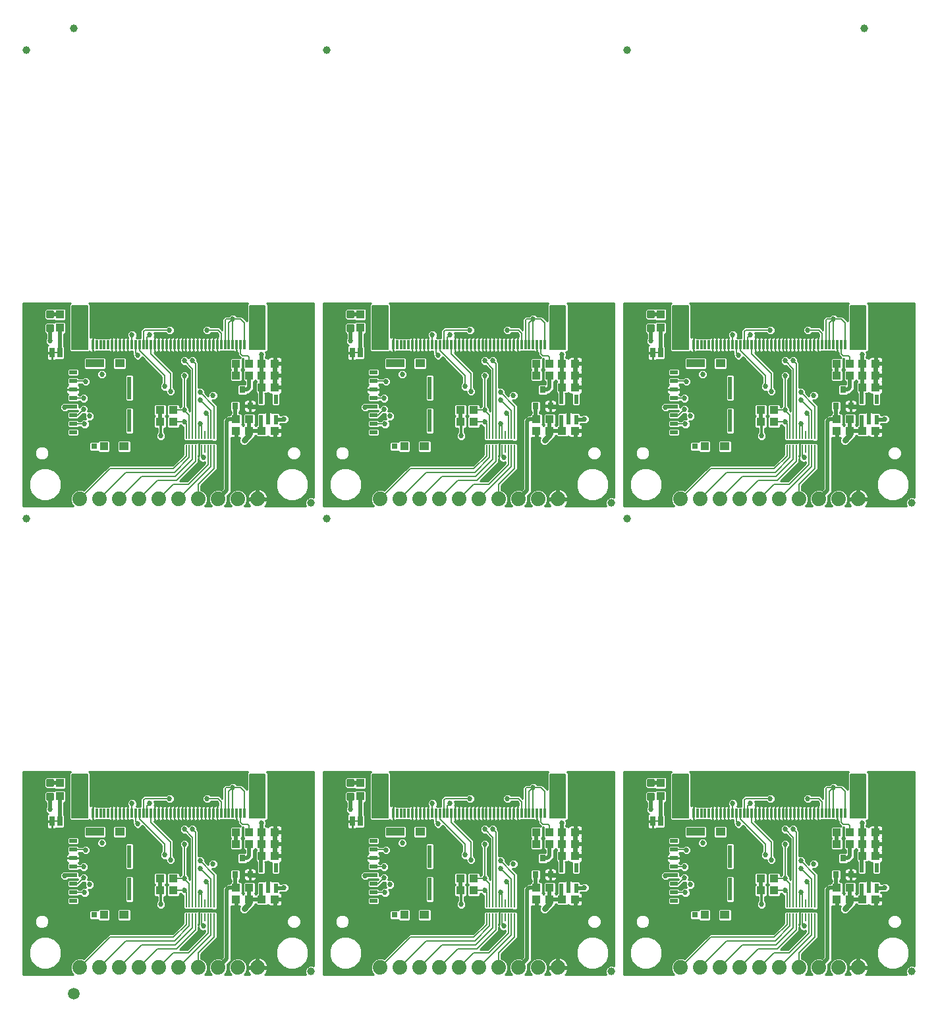
<source format=gtl>
G75*
%MOIN*%
%OFA0B0*%
%FSLAX25Y25*%
%IPPOS*%
%LPD*%
%AMOC8*
5,1,8,0,0,1.08239X$1,22.5*
%
%ADD10R,0.00787X0.04331*%
%ADD11R,0.00787X0.03937*%
%ADD12R,0.02165X0.04724*%
%ADD13R,0.04331X0.03937*%
%ADD14R,0.03150X0.03543*%
%ADD15C,0.07400*%
%ADD16C,0.03937*%
%ADD17R,0.01181X0.04724*%
%ADD18C,0.00600*%
%ADD19R,0.03937X0.01969*%
%ADD20R,0.03071X0.02835*%
%ADD21R,0.04252X0.04134*%
%ADD22R,0.04724X0.04134*%
%ADD23R,0.09409X0.04134*%
%ADD24R,0.02165X0.11457*%
%ADD25C,0.01181*%
%ADD26R,0.03937X0.04331*%
%ADD27R,0.02500X0.05000*%
%ADD28R,0.01600X0.01000*%
%ADD29C,0.05906*%
%ADD30C,0.00800*%
%ADD31C,0.02700*%
%ADD32C,0.01000*%
%ADD33C,0.02000*%
%ADD34C,0.01200*%
%ADD35C,0.03000*%
D10*
X0153928Y0131796D03*
X0305928Y0131796D03*
X0457928Y0131796D03*
X0457928Y0368796D03*
X0305928Y0368796D03*
X0153928Y0368796D03*
D11*
X0152354Y0368993D03*
X0150779Y0368993D03*
X0149204Y0368993D03*
X0147629Y0368993D03*
X0146054Y0368993D03*
X0144480Y0368993D03*
X0142905Y0368993D03*
X0141330Y0368993D03*
X0139755Y0368993D03*
X0139755Y0361906D03*
X0141330Y0361906D03*
X0142905Y0361906D03*
X0144480Y0361906D03*
X0146054Y0361906D03*
X0147629Y0361906D03*
X0149204Y0361906D03*
X0150779Y0361906D03*
X0152354Y0361906D03*
X0153928Y0361906D03*
X0291755Y0361906D03*
X0293330Y0361906D03*
X0294905Y0361906D03*
X0296480Y0361906D03*
X0298054Y0361906D03*
X0299629Y0361906D03*
X0301204Y0361906D03*
X0302779Y0361906D03*
X0304354Y0361906D03*
X0305928Y0361906D03*
X0304354Y0368993D03*
X0302779Y0368993D03*
X0301204Y0368993D03*
X0299629Y0368993D03*
X0298054Y0368993D03*
X0296480Y0368993D03*
X0294905Y0368993D03*
X0293330Y0368993D03*
X0291755Y0368993D03*
X0443755Y0368993D03*
X0445330Y0368993D03*
X0446905Y0368993D03*
X0448480Y0368993D03*
X0450054Y0368993D03*
X0451629Y0368993D03*
X0453204Y0368993D03*
X0454779Y0368993D03*
X0456354Y0368993D03*
X0456354Y0361906D03*
X0457928Y0361906D03*
X0454779Y0361906D03*
X0453204Y0361906D03*
X0451629Y0361906D03*
X0450054Y0361906D03*
X0448480Y0361906D03*
X0446905Y0361906D03*
X0445330Y0361906D03*
X0443755Y0361906D03*
X0443755Y0131993D03*
X0445330Y0131993D03*
X0446905Y0131993D03*
X0448480Y0131993D03*
X0450054Y0131993D03*
X0451629Y0131993D03*
X0453204Y0131993D03*
X0454779Y0131993D03*
X0456354Y0131993D03*
X0456354Y0124906D03*
X0457928Y0124906D03*
X0454779Y0124906D03*
X0453204Y0124906D03*
X0451629Y0124906D03*
X0450054Y0124906D03*
X0448480Y0124906D03*
X0446905Y0124906D03*
X0445330Y0124906D03*
X0443755Y0124906D03*
X0305928Y0124906D03*
X0304354Y0124906D03*
X0302779Y0124906D03*
X0301204Y0124906D03*
X0299629Y0124906D03*
X0298054Y0124906D03*
X0296480Y0124906D03*
X0294905Y0124906D03*
X0293330Y0124906D03*
X0291755Y0124906D03*
X0291755Y0131993D03*
X0293330Y0131993D03*
X0294905Y0131993D03*
X0296480Y0131993D03*
X0298054Y0131993D03*
X0299629Y0131993D03*
X0301204Y0131993D03*
X0302779Y0131993D03*
X0304354Y0131993D03*
X0153928Y0124906D03*
X0152354Y0124906D03*
X0150779Y0124906D03*
X0149204Y0124906D03*
X0147629Y0124906D03*
X0146054Y0124906D03*
X0144480Y0124906D03*
X0142905Y0124906D03*
X0141330Y0124906D03*
X0139755Y0124906D03*
X0139755Y0131993D03*
X0141330Y0131993D03*
X0142905Y0131993D03*
X0144480Y0131993D03*
X0146054Y0131993D03*
X0147629Y0131993D03*
X0149204Y0131993D03*
X0150779Y0131993D03*
X0152354Y0131993D03*
D12*
X0177602Y0139731D03*
X0181342Y0139731D03*
X0185082Y0139731D03*
X0185082Y0149968D03*
X0177602Y0149968D03*
X0329602Y0149968D03*
X0337082Y0149968D03*
X0337082Y0139731D03*
X0333342Y0139731D03*
X0329602Y0139731D03*
X0481602Y0139731D03*
X0485342Y0139731D03*
X0489082Y0139731D03*
X0489082Y0149968D03*
X0481602Y0149968D03*
X0481602Y0376731D03*
X0485342Y0376731D03*
X0489082Y0376731D03*
X0489082Y0386968D03*
X0481602Y0386968D03*
X0337082Y0386968D03*
X0329602Y0386968D03*
X0329602Y0376731D03*
X0333342Y0376731D03*
X0337082Y0376731D03*
X0185082Y0376731D03*
X0181342Y0376731D03*
X0177602Y0376731D03*
X0177602Y0386968D03*
X0185082Y0386968D03*
D13*
X0184688Y0392950D03*
X0184688Y0398950D03*
X0184688Y0404950D03*
X0177995Y0404950D03*
X0177995Y0398950D03*
X0177995Y0392950D03*
X0171688Y0398950D03*
X0171688Y0404950D03*
X0164995Y0404950D03*
X0164995Y0398950D03*
X0164995Y0376950D03*
X0164995Y0370950D03*
X0171688Y0370950D03*
X0171688Y0376950D03*
X0177995Y0370950D03*
X0184688Y0370950D03*
X0133188Y0375450D03*
X0133188Y0381450D03*
X0126495Y0381450D03*
X0126495Y0375450D03*
X0278495Y0375450D03*
X0278495Y0381450D03*
X0285188Y0381450D03*
X0285188Y0375450D03*
X0316995Y0376950D03*
X0316995Y0370950D03*
X0323688Y0370950D03*
X0323688Y0376950D03*
X0329995Y0370950D03*
X0336688Y0370950D03*
X0336688Y0392950D03*
X0336688Y0398950D03*
X0336688Y0404950D03*
X0329995Y0404950D03*
X0329995Y0398950D03*
X0329995Y0392950D03*
X0323688Y0398950D03*
X0323688Y0404950D03*
X0316995Y0404950D03*
X0316995Y0398950D03*
X0430495Y0381450D03*
X0430495Y0375450D03*
X0437188Y0375450D03*
X0437188Y0381450D03*
X0468995Y0376950D03*
X0468995Y0370950D03*
X0475688Y0370950D03*
X0475688Y0376950D03*
X0481995Y0370950D03*
X0488688Y0370950D03*
X0488688Y0392950D03*
X0488688Y0398950D03*
X0488688Y0404950D03*
X0481995Y0404950D03*
X0481995Y0398950D03*
X0481995Y0392950D03*
X0475688Y0398950D03*
X0475688Y0404950D03*
X0468995Y0404950D03*
X0468995Y0398950D03*
X0468995Y0167950D03*
X0468995Y0161950D03*
X0475688Y0161950D03*
X0475688Y0167950D03*
X0481995Y0167950D03*
X0481995Y0161950D03*
X0481995Y0155950D03*
X0488688Y0155950D03*
X0488688Y0161950D03*
X0488688Y0167950D03*
X0475688Y0139950D03*
X0475688Y0133950D03*
X0468995Y0133950D03*
X0468995Y0139950D03*
X0481995Y0133950D03*
X0488688Y0133950D03*
X0437188Y0138450D03*
X0437188Y0144450D03*
X0430495Y0144450D03*
X0430495Y0138450D03*
X0336688Y0133950D03*
X0329995Y0133950D03*
X0323688Y0133950D03*
X0323688Y0139950D03*
X0316995Y0139950D03*
X0316995Y0133950D03*
X0329995Y0155950D03*
X0329995Y0161950D03*
X0329995Y0167950D03*
X0323688Y0167950D03*
X0323688Y0161950D03*
X0316995Y0161950D03*
X0316995Y0167950D03*
X0336688Y0167950D03*
X0336688Y0161950D03*
X0336688Y0155950D03*
X0285188Y0144450D03*
X0285188Y0138450D03*
X0278495Y0138450D03*
X0278495Y0144450D03*
X0184688Y0133950D03*
X0177995Y0133950D03*
X0171688Y0133950D03*
X0171688Y0139950D03*
X0164995Y0139950D03*
X0164995Y0133950D03*
X0177995Y0155950D03*
X0177995Y0161950D03*
X0177995Y0167950D03*
X0171688Y0167950D03*
X0171688Y0161950D03*
X0164995Y0161950D03*
X0164995Y0167950D03*
X0184688Y0167950D03*
X0184688Y0161950D03*
X0184688Y0155950D03*
X0133188Y0144450D03*
X0133188Y0138450D03*
X0126495Y0138450D03*
X0126495Y0144450D03*
D14*
X0164602Y0146513D03*
X0172082Y0146513D03*
X0168342Y0154780D03*
X0316602Y0146513D03*
X0324082Y0146513D03*
X0320342Y0154780D03*
X0468602Y0146513D03*
X0472342Y0154780D03*
X0476082Y0146513D03*
X0476082Y0383513D03*
X0472342Y0391780D03*
X0468602Y0383513D03*
X0324082Y0383513D03*
X0316602Y0383513D03*
X0320342Y0391780D03*
X0172082Y0383513D03*
X0164602Y0383513D03*
X0168342Y0391780D03*
D15*
X0165842Y0336450D03*
X0155842Y0336450D03*
X0145842Y0336450D03*
X0135842Y0336450D03*
X0125842Y0336450D03*
X0115842Y0336450D03*
X0105842Y0336450D03*
X0095842Y0336450D03*
X0085842Y0336450D03*
X0175842Y0336450D03*
X0237842Y0336450D03*
X0247842Y0336450D03*
X0257842Y0336450D03*
X0267842Y0336450D03*
X0277842Y0336450D03*
X0287842Y0336450D03*
X0297842Y0336450D03*
X0307842Y0336450D03*
X0317842Y0336450D03*
X0327842Y0336450D03*
X0389842Y0336450D03*
X0399842Y0336450D03*
X0409842Y0336450D03*
X0419842Y0336450D03*
X0429842Y0336450D03*
X0439842Y0336450D03*
X0449842Y0336450D03*
X0459842Y0336450D03*
X0469842Y0336450D03*
X0479842Y0336450D03*
X0479842Y0099450D03*
X0469842Y0099450D03*
X0459842Y0099450D03*
X0449842Y0099450D03*
X0439842Y0099450D03*
X0429842Y0099450D03*
X0419842Y0099450D03*
X0409842Y0099450D03*
X0399842Y0099450D03*
X0389842Y0099450D03*
X0327842Y0099450D03*
X0317842Y0099450D03*
X0307842Y0099450D03*
X0297842Y0099450D03*
X0287842Y0099450D03*
X0277842Y0099450D03*
X0267842Y0099450D03*
X0257842Y0099450D03*
X0247842Y0099450D03*
X0237842Y0099450D03*
X0175842Y0099450D03*
X0165842Y0099450D03*
X0155842Y0099450D03*
X0145842Y0099450D03*
X0135842Y0099450D03*
X0125842Y0099450D03*
X0115842Y0099450D03*
X0105842Y0099450D03*
X0095842Y0099450D03*
X0085842Y0099450D03*
D16*
X0202842Y0097450D03*
X0354842Y0097450D03*
X0506842Y0097450D03*
X0362842Y0326450D03*
X0354842Y0334450D03*
X0210842Y0326450D03*
X0202842Y0334450D03*
X0058842Y0326450D03*
X0058842Y0563450D03*
X0082842Y0574700D03*
X0210842Y0563450D03*
X0362842Y0563450D03*
X0482842Y0574700D03*
X0506842Y0334450D03*
D17*
X0473228Y0414587D03*
X0471259Y0414587D03*
X0469291Y0414587D03*
X0467322Y0414587D03*
X0465354Y0414587D03*
X0463385Y0414587D03*
X0461417Y0414587D03*
X0459448Y0414587D03*
X0457480Y0414587D03*
X0455511Y0414587D03*
X0453543Y0414587D03*
X0451574Y0414587D03*
X0449606Y0414587D03*
X0447637Y0414587D03*
X0445669Y0414587D03*
X0443700Y0414587D03*
X0441732Y0414587D03*
X0439763Y0414587D03*
X0437795Y0414587D03*
X0435826Y0414587D03*
X0433858Y0414587D03*
X0431889Y0414587D03*
X0429921Y0414587D03*
X0427952Y0414587D03*
X0425984Y0414587D03*
X0424015Y0414587D03*
X0422047Y0414587D03*
X0420078Y0414587D03*
X0418110Y0414587D03*
X0416141Y0414587D03*
X0414173Y0414587D03*
X0412204Y0414587D03*
X0410236Y0414587D03*
X0408267Y0414587D03*
X0406298Y0414587D03*
X0404330Y0414587D03*
X0402361Y0414587D03*
X0400393Y0414587D03*
X0398424Y0414587D03*
X0396456Y0414587D03*
X0321228Y0414587D03*
X0319259Y0414587D03*
X0317291Y0414587D03*
X0315322Y0414587D03*
X0313354Y0414587D03*
X0311385Y0414587D03*
X0309417Y0414587D03*
X0307448Y0414587D03*
X0305480Y0414587D03*
X0303511Y0414587D03*
X0301543Y0414587D03*
X0299574Y0414587D03*
X0297606Y0414587D03*
X0295637Y0414587D03*
X0293669Y0414587D03*
X0291700Y0414587D03*
X0289732Y0414587D03*
X0287763Y0414587D03*
X0285795Y0414587D03*
X0283826Y0414587D03*
X0281858Y0414587D03*
X0279889Y0414587D03*
X0277921Y0414587D03*
X0275952Y0414587D03*
X0273984Y0414587D03*
X0272015Y0414587D03*
X0270047Y0414587D03*
X0268078Y0414587D03*
X0266110Y0414587D03*
X0264141Y0414587D03*
X0262173Y0414587D03*
X0260204Y0414587D03*
X0258236Y0414587D03*
X0256267Y0414587D03*
X0254298Y0414587D03*
X0252330Y0414587D03*
X0250361Y0414587D03*
X0248393Y0414587D03*
X0246424Y0414587D03*
X0244456Y0414587D03*
X0169228Y0414587D03*
X0167259Y0414587D03*
X0165291Y0414587D03*
X0163322Y0414587D03*
X0161354Y0414587D03*
X0159385Y0414587D03*
X0157417Y0414587D03*
X0155448Y0414587D03*
X0153480Y0414587D03*
X0151511Y0414587D03*
X0149543Y0414587D03*
X0147574Y0414587D03*
X0145606Y0414587D03*
X0143637Y0414587D03*
X0141669Y0414587D03*
X0139700Y0414587D03*
X0137732Y0414587D03*
X0135763Y0414587D03*
X0133795Y0414587D03*
X0131826Y0414587D03*
X0129858Y0414587D03*
X0127889Y0414587D03*
X0125921Y0414587D03*
X0123952Y0414587D03*
X0121984Y0414587D03*
X0120015Y0414587D03*
X0118047Y0414587D03*
X0116078Y0414587D03*
X0114110Y0414587D03*
X0112141Y0414587D03*
X0110173Y0414587D03*
X0108204Y0414587D03*
X0106236Y0414587D03*
X0104267Y0414587D03*
X0102298Y0414587D03*
X0100330Y0414587D03*
X0098361Y0414587D03*
X0096393Y0414587D03*
X0094424Y0414587D03*
X0092456Y0414587D03*
X0092456Y0177587D03*
X0094424Y0177587D03*
X0096393Y0177587D03*
X0098361Y0177587D03*
X0100330Y0177587D03*
X0102298Y0177587D03*
X0104267Y0177587D03*
X0106236Y0177587D03*
X0108204Y0177587D03*
X0110173Y0177587D03*
X0112141Y0177587D03*
X0114110Y0177587D03*
X0116078Y0177587D03*
X0118047Y0177587D03*
X0120015Y0177587D03*
X0121984Y0177587D03*
X0123952Y0177587D03*
X0125921Y0177587D03*
X0127889Y0177587D03*
X0129858Y0177587D03*
X0131826Y0177587D03*
X0133795Y0177587D03*
X0135763Y0177587D03*
X0137732Y0177587D03*
X0139700Y0177587D03*
X0141669Y0177587D03*
X0143637Y0177587D03*
X0145606Y0177587D03*
X0147574Y0177587D03*
X0149543Y0177587D03*
X0151511Y0177587D03*
X0153480Y0177587D03*
X0155448Y0177587D03*
X0157417Y0177587D03*
X0159385Y0177587D03*
X0161354Y0177587D03*
X0163322Y0177587D03*
X0165291Y0177587D03*
X0167259Y0177587D03*
X0169228Y0177587D03*
X0244456Y0177587D03*
X0246424Y0177587D03*
X0248393Y0177587D03*
X0250361Y0177587D03*
X0252330Y0177587D03*
X0254298Y0177587D03*
X0256267Y0177587D03*
X0258236Y0177587D03*
X0260204Y0177587D03*
X0262173Y0177587D03*
X0264141Y0177587D03*
X0266110Y0177587D03*
X0268078Y0177587D03*
X0270047Y0177587D03*
X0272015Y0177587D03*
X0273984Y0177587D03*
X0275952Y0177587D03*
X0277921Y0177587D03*
X0279889Y0177587D03*
X0281858Y0177587D03*
X0283826Y0177587D03*
X0285795Y0177587D03*
X0287763Y0177587D03*
X0289732Y0177587D03*
X0291700Y0177587D03*
X0293669Y0177587D03*
X0295637Y0177587D03*
X0297606Y0177587D03*
X0299574Y0177587D03*
X0301543Y0177587D03*
X0303511Y0177587D03*
X0305480Y0177587D03*
X0307448Y0177587D03*
X0309417Y0177587D03*
X0311385Y0177587D03*
X0313354Y0177587D03*
X0315322Y0177587D03*
X0317291Y0177587D03*
X0319259Y0177587D03*
X0321228Y0177587D03*
X0396456Y0177587D03*
X0398424Y0177587D03*
X0400393Y0177587D03*
X0402361Y0177587D03*
X0404330Y0177587D03*
X0406298Y0177587D03*
X0408267Y0177587D03*
X0410236Y0177587D03*
X0412204Y0177587D03*
X0414173Y0177587D03*
X0416141Y0177587D03*
X0418110Y0177587D03*
X0420078Y0177587D03*
X0422047Y0177587D03*
X0424015Y0177587D03*
X0425984Y0177587D03*
X0427952Y0177587D03*
X0429921Y0177587D03*
X0431889Y0177587D03*
X0433858Y0177587D03*
X0435826Y0177587D03*
X0437795Y0177587D03*
X0439763Y0177587D03*
X0441732Y0177587D03*
X0443700Y0177587D03*
X0445669Y0177587D03*
X0447637Y0177587D03*
X0449606Y0177587D03*
X0451574Y0177587D03*
X0453543Y0177587D03*
X0455511Y0177587D03*
X0457480Y0177587D03*
X0459448Y0177587D03*
X0461417Y0177587D03*
X0463385Y0177587D03*
X0465354Y0177587D03*
X0467322Y0177587D03*
X0469291Y0177587D03*
X0471259Y0177587D03*
X0473228Y0177587D03*
D18*
X0475787Y0177643D02*
X0483661Y0177643D01*
X0483661Y0178241D02*
X0475787Y0178241D01*
X0475787Y0178840D02*
X0483661Y0178840D01*
X0483661Y0179438D02*
X0475787Y0179438D01*
X0475787Y0180037D02*
X0483661Y0180037D01*
X0483661Y0180635D02*
X0475787Y0180635D01*
X0475787Y0181234D02*
X0483661Y0181234D01*
X0483661Y0181832D02*
X0475787Y0181832D01*
X0475787Y0182431D02*
X0483661Y0182431D01*
X0483661Y0183029D02*
X0475787Y0183029D01*
X0475787Y0183628D02*
X0483661Y0183628D01*
X0483661Y0184226D02*
X0475787Y0184226D01*
X0475787Y0184825D02*
X0483661Y0184825D01*
X0483661Y0185423D02*
X0475787Y0185423D01*
X0475787Y0186022D02*
X0483661Y0186022D01*
X0483661Y0186620D02*
X0475787Y0186620D01*
X0475787Y0187219D02*
X0483661Y0187219D01*
X0483661Y0187817D02*
X0475787Y0187817D01*
X0475787Y0188416D02*
X0483661Y0188416D01*
X0483661Y0189014D02*
X0475787Y0189014D01*
X0475787Y0189613D02*
X0483661Y0189613D01*
X0483661Y0190211D02*
X0475787Y0190211D01*
X0475787Y0190810D02*
X0483661Y0190810D01*
X0483661Y0191408D02*
X0475787Y0191408D01*
X0475787Y0192007D02*
X0483661Y0192007D01*
X0483661Y0192605D02*
X0475787Y0192605D01*
X0475787Y0193204D02*
X0483661Y0193204D01*
X0483661Y0193802D02*
X0475787Y0193802D01*
X0475787Y0194401D02*
X0483661Y0194401D01*
X0483661Y0195000D02*
X0475787Y0195000D01*
X0475787Y0195598D02*
X0483661Y0195598D01*
X0483661Y0196197D02*
X0475787Y0196197D01*
X0475787Y0196795D02*
X0483661Y0196795D01*
X0483661Y0197272D02*
X0475787Y0197272D01*
X0475787Y0175225D01*
X0483661Y0175225D01*
X0483661Y0197272D01*
X0483661Y0177044D02*
X0475787Y0177044D01*
X0475787Y0176446D02*
X0483661Y0176446D01*
X0483661Y0175847D02*
X0475787Y0175847D01*
X0475787Y0175249D02*
X0483661Y0175249D01*
X0393897Y0175249D02*
X0386023Y0175249D01*
X0386023Y0175225D02*
X0393897Y0175225D01*
X0393897Y0197272D01*
X0386023Y0197272D01*
X0386023Y0175225D01*
X0386023Y0175847D02*
X0393897Y0175847D01*
X0393897Y0176446D02*
X0386023Y0176446D01*
X0386023Y0177044D02*
X0393897Y0177044D01*
X0393897Y0177643D02*
X0386023Y0177643D01*
X0386023Y0178241D02*
X0393897Y0178241D01*
X0393897Y0178840D02*
X0386023Y0178840D01*
X0386023Y0179438D02*
X0393897Y0179438D01*
X0393897Y0180037D02*
X0386023Y0180037D01*
X0386023Y0180635D02*
X0393897Y0180635D01*
X0393897Y0181234D02*
X0386023Y0181234D01*
X0386023Y0181832D02*
X0393897Y0181832D01*
X0393897Y0182431D02*
X0386023Y0182431D01*
X0386023Y0183029D02*
X0393897Y0183029D01*
X0393897Y0183628D02*
X0386023Y0183628D01*
X0386023Y0184226D02*
X0393897Y0184226D01*
X0393897Y0184825D02*
X0386023Y0184825D01*
X0386023Y0185423D02*
X0393897Y0185423D01*
X0393897Y0186022D02*
X0386023Y0186022D01*
X0386023Y0186620D02*
X0393897Y0186620D01*
X0393897Y0187219D02*
X0386023Y0187219D01*
X0386023Y0187817D02*
X0393897Y0187817D01*
X0393897Y0188416D02*
X0386023Y0188416D01*
X0386023Y0189014D02*
X0393897Y0189014D01*
X0393897Y0189613D02*
X0386023Y0189613D01*
X0386023Y0190211D02*
X0393897Y0190211D01*
X0393897Y0190810D02*
X0386023Y0190810D01*
X0386023Y0191408D02*
X0393897Y0191408D01*
X0393897Y0192007D02*
X0386023Y0192007D01*
X0386023Y0192605D02*
X0393897Y0192605D01*
X0393897Y0193204D02*
X0386023Y0193204D01*
X0386023Y0193802D02*
X0393897Y0193802D01*
X0393897Y0194401D02*
X0386023Y0194401D01*
X0386023Y0195000D02*
X0393897Y0195000D01*
X0393897Y0195598D02*
X0386023Y0195598D01*
X0386023Y0196197D02*
X0393897Y0196197D01*
X0393897Y0196795D02*
X0386023Y0196795D01*
X0331661Y0196795D02*
X0323787Y0196795D01*
X0323787Y0197272D02*
X0323787Y0175225D01*
X0331661Y0175225D01*
X0331661Y0197272D01*
X0323787Y0197272D01*
X0323787Y0196197D02*
X0331661Y0196197D01*
X0331661Y0195598D02*
X0323787Y0195598D01*
X0323787Y0195000D02*
X0331661Y0195000D01*
X0331661Y0194401D02*
X0323787Y0194401D01*
X0323787Y0193802D02*
X0331661Y0193802D01*
X0331661Y0193204D02*
X0323787Y0193204D01*
X0323787Y0192605D02*
X0331661Y0192605D01*
X0331661Y0192007D02*
X0323787Y0192007D01*
X0323787Y0191408D02*
X0331661Y0191408D01*
X0331661Y0190810D02*
X0323787Y0190810D01*
X0323787Y0190211D02*
X0331661Y0190211D01*
X0331661Y0189613D02*
X0323787Y0189613D01*
X0323787Y0189014D02*
X0331661Y0189014D01*
X0331661Y0188416D02*
X0323787Y0188416D01*
X0323787Y0187817D02*
X0331661Y0187817D01*
X0331661Y0187219D02*
X0323787Y0187219D01*
X0323787Y0186620D02*
X0331661Y0186620D01*
X0331661Y0186022D02*
X0323787Y0186022D01*
X0323787Y0185423D02*
X0331661Y0185423D01*
X0331661Y0184825D02*
X0323787Y0184825D01*
X0323787Y0184226D02*
X0331661Y0184226D01*
X0331661Y0183628D02*
X0323787Y0183628D01*
X0323787Y0183029D02*
X0331661Y0183029D01*
X0331661Y0182431D02*
X0323787Y0182431D01*
X0323787Y0181832D02*
X0331661Y0181832D01*
X0331661Y0181234D02*
X0323787Y0181234D01*
X0323787Y0180635D02*
X0331661Y0180635D01*
X0331661Y0180037D02*
X0323787Y0180037D01*
X0323787Y0179438D02*
X0331661Y0179438D01*
X0331661Y0178840D02*
X0323787Y0178840D01*
X0323787Y0178241D02*
X0331661Y0178241D01*
X0331661Y0177643D02*
X0323787Y0177643D01*
X0323787Y0177044D02*
X0331661Y0177044D01*
X0331661Y0176446D02*
X0323787Y0176446D01*
X0323787Y0175847D02*
X0331661Y0175847D01*
X0331661Y0175249D02*
X0323787Y0175249D01*
X0241897Y0175249D02*
X0234023Y0175249D01*
X0234023Y0175225D02*
X0241897Y0175225D01*
X0241897Y0197272D01*
X0234023Y0197272D01*
X0234023Y0175225D01*
X0234023Y0175847D02*
X0241897Y0175847D01*
X0241897Y0176446D02*
X0234023Y0176446D01*
X0234023Y0177044D02*
X0241897Y0177044D01*
X0241897Y0177643D02*
X0234023Y0177643D01*
X0234023Y0178241D02*
X0241897Y0178241D01*
X0241897Y0178840D02*
X0234023Y0178840D01*
X0234023Y0179438D02*
X0241897Y0179438D01*
X0241897Y0180037D02*
X0234023Y0180037D01*
X0234023Y0180635D02*
X0241897Y0180635D01*
X0241897Y0181234D02*
X0234023Y0181234D01*
X0234023Y0181832D02*
X0241897Y0181832D01*
X0241897Y0182431D02*
X0234023Y0182431D01*
X0234023Y0183029D02*
X0241897Y0183029D01*
X0241897Y0183628D02*
X0234023Y0183628D01*
X0234023Y0184226D02*
X0241897Y0184226D01*
X0241897Y0184825D02*
X0234023Y0184825D01*
X0234023Y0185423D02*
X0241897Y0185423D01*
X0241897Y0186022D02*
X0234023Y0186022D01*
X0234023Y0186620D02*
X0241897Y0186620D01*
X0241897Y0187219D02*
X0234023Y0187219D01*
X0234023Y0187817D02*
X0241897Y0187817D01*
X0241897Y0188416D02*
X0234023Y0188416D01*
X0234023Y0189014D02*
X0241897Y0189014D01*
X0241897Y0189613D02*
X0234023Y0189613D01*
X0234023Y0190211D02*
X0241897Y0190211D01*
X0241897Y0190810D02*
X0234023Y0190810D01*
X0234023Y0191408D02*
X0241897Y0191408D01*
X0241897Y0192007D02*
X0234023Y0192007D01*
X0234023Y0192605D02*
X0241897Y0192605D01*
X0241897Y0193204D02*
X0234023Y0193204D01*
X0234023Y0193802D02*
X0241897Y0193802D01*
X0241897Y0194401D02*
X0234023Y0194401D01*
X0234023Y0195000D02*
X0241897Y0195000D01*
X0241897Y0195598D02*
X0234023Y0195598D01*
X0234023Y0196197D02*
X0241897Y0196197D01*
X0241897Y0196795D02*
X0234023Y0196795D01*
X0179661Y0196795D02*
X0171787Y0196795D01*
X0171787Y0197272D02*
X0171787Y0175225D01*
X0179661Y0175225D01*
X0179661Y0197272D01*
X0171787Y0197272D01*
X0171787Y0196197D02*
X0179661Y0196197D01*
X0179661Y0195598D02*
X0171787Y0195598D01*
X0171787Y0195000D02*
X0179661Y0195000D01*
X0179661Y0194401D02*
X0171787Y0194401D01*
X0171787Y0193802D02*
X0179661Y0193802D01*
X0179661Y0193204D02*
X0171787Y0193204D01*
X0171787Y0192605D02*
X0179661Y0192605D01*
X0179661Y0192007D02*
X0171787Y0192007D01*
X0171787Y0191408D02*
X0179661Y0191408D01*
X0179661Y0190810D02*
X0171787Y0190810D01*
X0171787Y0190211D02*
X0179661Y0190211D01*
X0179661Y0189613D02*
X0171787Y0189613D01*
X0171787Y0189014D02*
X0179661Y0189014D01*
X0179661Y0188416D02*
X0171787Y0188416D01*
X0171787Y0187817D02*
X0179661Y0187817D01*
X0179661Y0187219D02*
X0171787Y0187219D01*
X0171787Y0186620D02*
X0179661Y0186620D01*
X0179661Y0186022D02*
X0171787Y0186022D01*
X0171787Y0185423D02*
X0179661Y0185423D01*
X0179661Y0184825D02*
X0171787Y0184825D01*
X0171787Y0184226D02*
X0179661Y0184226D01*
X0179661Y0183628D02*
X0171787Y0183628D01*
X0171787Y0183029D02*
X0179661Y0183029D01*
X0179661Y0182431D02*
X0171787Y0182431D01*
X0171787Y0181832D02*
X0179661Y0181832D01*
X0179661Y0181234D02*
X0171787Y0181234D01*
X0171787Y0180635D02*
X0179661Y0180635D01*
X0179661Y0180037D02*
X0171787Y0180037D01*
X0171787Y0179438D02*
X0179661Y0179438D01*
X0179661Y0178840D02*
X0171787Y0178840D01*
X0171787Y0178241D02*
X0179661Y0178241D01*
X0179661Y0177643D02*
X0171787Y0177643D01*
X0171787Y0177044D02*
X0179661Y0177044D01*
X0179661Y0176446D02*
X0171787Y0176446D01*
X0171787Y0175847D02*
X0179661Y0175847D01*
X0179661Y0175249D02*
X0171787Y0175249D01*
X0089897Y0175249D02*
X0082023Y0175249D01*
X0082023Y0175225D02*
X0089897Y0175225D01*
X0089897Y0197272D01*
X0082023Y0197272D01*
X0082023Y0175225D01*
X0082023Y0175847D02*
X0089897Y0175847D01*
X0089897Y0176446D02*
X0082023Y0176446D01*
X0082023Y0177044D02*
X0089897Y0177044D01*
X0089897Y0177643D02*
X0082023Y0177643D01*
X0082023Y0178241D02*
X0089897Y0178241D01*
X0089897Y0178840D02*
X0082023Y0178840D01*
X0082023Y0179438D02*
X0089897Y0179438D01*
X0089897Y0180037D02*
X0082023Y0180037D01*
X0082023Y0180635D02*
X0089897Y0180635D01*
X0089897Y0181234D02*
X0082023Y0181234D01*
X0082023Y0181832D02*
X0089897Y0181832D01*
X0089897Y0182431D02*
X0082023Y0182431D01*
X0082023Y0183029D02*
X0089897Y0183029D01*
X0089897Y0183628D02*
X0082023Y0183628D01*
X0082023Y0184226D02*
X0089897Y0184226D01*
X0089897Y0184825D02*
X0082023Y0184825D01*
X0082023Y0185423D02*
X0089897Y0185423D01*
X0089897Y0186022D02*
X0082023Y0186022D01*
X0082023Y0186620D02*
X0089897Y0186620D01*
X0089897Y0187219D02*
X0082023Y0187219D01*
X0082023Y0187817D02*
X0089897Y0187817D01*
X0089897Y0188416D02*
X0082023Y0188416D01*
X0082023Y0189014D02*
X0089897Y0189014D01*
X0089897Y0189613D02*
X0082023Y0189613D01*
X0082023Y0190211D02*
X0089897Y0190211D01*
X0089897Y0190810D02*
X0082023Y0190810D01*
X0082023Y0191408D02*
X0089897Y0191408D01*
X0089897Y0192007D02*
X0082023Y0192007D01*
X0082023Y0192605D02*
X0089897Y0192605D01*
X0089897Y0193204D02*
X0082023Y0193204D01*
X0082023Y0193802D02*
X0089897Y0193802D01*
X0089897Y0194401D02*
X0082023Y0194401D01*
X0082023Y0195000D02*
X0089897Y0195000D01*
X0089897Y0195598D02*
X0082023Y0195598D01*
X0082023Y0196197D02*
X0089897Y0196197D01*
X0089897Y0196795D02*
X0082023Y0196795D01*
X0082023Y0412225D02*
X0089897Y0412225D01*
X0089897Y0434272D01*
X0082023Y0434272D01*
X0082023Y0412225D01*
X0082023Y0412259D02*
X0089897Y0412259D01*
X0089897Y0412858D02*
X0082023Y0412858D01*
X0082023Y0413456D02*
X0089897Y0413456D01*
X0089897Y0414055D02*
X0082023Y0414055D01*
X0082023Y0414653D02*
X0089897Y0414653D01*
X0089897Y0415252D02*
X0082023Y0415252D01*
X0082023Y0415850D02*
X0089897Y0415850D01*
X0089897Y0416449D02*
X0082023Y0416449D01*
X0082023Y0417047D02*
X0089897Y0417047D01*
X0089897Y0417646D02*
X0082023Y0417646D01*
X0082023Y0418244D02*
X0089897Y0418244D01*
X0089897Y0418843D02*
X0082023Y0418843D01*
X0082023Y0419441D02*
X0089897Y0419441D01*
X0089897Y0420040D02*
X0082023Y0420040D01*
X0082023Y0420638D02*
X0089897Y0420638D01*
X0089897Y0421237D02*
X0082023Y0421237D01*
X0082023Y0421835D02*
X0089897Y0421835D01*
X0089897Y0422434D02*
X0082023Y0422434D01*
X0082023Y0423032D02*
X0089897Y0423032D01*
X0089897Y0423631D02*
X0082023Y0423631D01*
X0082023Y0424229D02*
X0089897Y0424229D01*
X0089897Y0424828D02*
X0082023Y0424828D01*
X0082023Y0425426D02*
X0089897Y0425426D01*
X0089897Y0426025D02*
X0082023Y0426025D01*
X0082023Y0426623D02*
X0089897Y0426623D01*
X0089897Y0427222D02*
X0082023Y0427222D01*
X0082023Y0427820D02*
X0089897Y0427820D01*
X0089897Y0428419D02*
X0082023Y0428419D01*
X0082023Y0429017D02*
X0089897Y0429017D01*
X0089897Y0429616D02*
X0082023Y0429616D01*
X0082023Y0430214D02*
X0089897Y0430214D01*
X0089897Y0430813D02*
X0082023Y0430813D01*
X0082023Y0431411D02*
X0089897Y0431411D01*
X0089897Y0432010D02*
X0082023Y0432010D01*
X0082023Y0432609D02*
X0089897Y0432609D01*
X0089897Y0433207D02*
X0082023Y0433207D01*
X0082023Y0433806D02*
X0089897Y0433806D01*
X0171787Y0433806D02*
X0179661Y0433806D01*
X0179661Y0434272D02*
X0171787Y0434272D01*
X0171787Y0412225D01*
X0179661Y0412225D01*
X0179661Y0434272D01*
X0179661Y0433207D02*
X0171787Y0433207D01*
X0171787Y0432609D02*
X0179661Y0432609D01*
X0179661Y0432010D02*
X0171787Y0432010D01*
X0171787Y0431411D02*
X0179661Y0431411D01*
X0179661Y0430813D02*
X0171787Y0430813D01*
X0171787Y0430214D02*
X0179661Y0430214D01*
X0179661Y0429616D02*
X0171787Y0429616D01*
X0171787Y0429017D02*
X0179661Y0429017D01*
X0179661Y0428419D02*
X0171787Y0428419D01*
X0171787Y0427820D02*
X0179661Y0427820D01*
X0179661Y0427222D02*
X0171787Y0427222D01*
X0171787Y0426623D02*
X0179661Y0426623D01*
X0179661Y0426025D02*
X0171787Y0426025D01*
X0171787Y0425426D02*
X0179661Y0425426D01*
X0179661Y0424828D02*
X0171787Y0424828D01*
X0171787Y0424229D02*
X0179661Y0424229D01*
X0179661Y0423631D02*
X0171787Y0423631D01*
X0171787Y0423032D02*
X0179661Y0423032D01*
X0179661Y0422434D02*
X0171787Y0422434D01*
X0171787Y0421835D02*
X0179661Y0421835D01*
X0179661Y0421237D02*
X0171787Y0421237D01*
X0171787Y0420638D02*
X0179661Y0420638D01*
X0179661Y0420040D02*
X0171787Y0420040D01*
X0171787Y0419441D02*
X0179661Y0419441D01*
X0179661Y0418843D02*
X0171787Y0418843D01*
X0171787Y0418244D02*
X0179661Y0418244D01*
X0179661Y0417646D02*
X0171787Y0417646D01*
X0171787Y0417047D02*
X0179661Y0417047D01*
X0179661Y0416449D02*
X0171787Y0416449D01*
X0171787Y0415850D02*
X0179661Y0415850D01*
X0179661Y0415252D02*
X0171787Y0415252D01*
X0171787Y0414653D02*
X0179661Y0414653D01*
X0179661Y0414055D02*
X0171787Y0414055D01*
X0171787Y0413456D02*
X0179661Y0413456D01*
X0179661Y0412858D02*
X0171787Y0412858D01*
X0171787Y0412259D02*
X0179661Y0412259D01*
X0234023Y0412259D02*
X0241897Y0412259D01*
X0241897Y0412225D02*
X0234023Y0412225D01*
X0234023Y0434272D01*
X0241897Y0434272D01*
X0241897Y0412225D01*
X0241897Y0412858D02*
X0234023Y0412858D01*
X0234023Y0413456D02*
X0241897Y0413456D01*
X0241897Y0414055D02*
X0234023Y0414055D01*
X0234023Y0414653D02*
X0241897Y0414653D01*
X0241897Y0415252D02*
X0234023Y0415252D01*
X0234023Y0415850D02*
X0241897Y0415850D01*
X0241897Y0416449D02*
X0234023Y0416449D01*
X0234023Y0417047D02*
X0241897Y0417047D01*
X0241897Y0417646D02*
X0234023Y0417646D01*
X0234023Y0418244D02*
X0241897Y0418244D01*
X0241897Y0418843D02*
X0234023Y0418843D01*
X0234023Y0419441D02*
X0241897Y0419441D01*
X0241897Y0420040D02*
X0234023Y0420040D01*
X0234023Y0420638D02*
X0241897Y0420638D01*
X0241897Y0421237D02*
X0234023Y0421237D01*
X0234023Y0421835D02*
X0241897Y0421835D01*
X0241897Y0422434D02*
X0234023Y0422434D01*
X0234023Y0423032D02*
X0241897Y0423032D01*
X0241897Y0423631D02*
X0234023Y0423631D01*
X0234023Y0424229D02*
X0241897Y0424229D01*
X0241897Y0424828D02*
X0234023Y0424828D01*
X0234023Y0425426D02*
X0241897Y0425426D01*
X0241897Y0426025D02*
X0234023Y0426025D01*
X0234023Y0426623D02*
X0241897Y0426623D01*
X0241897Y0427222D02*
X0234023Y0427222D01*
X0234023Y0427820D02*
X0241897Y0427820D01*
X0241897Y0428419D02*
X0234023Y0428419D01*
X0234023Y0429017D02*
X0241897Y0429017D01*
X0241897Y0429616D02*
X0234023Y0429616D01*
X0234023Y0430214D02*
X0241897Y0430214D01*
X0241897Y0430813D02*
X0234023Y0430813D01*
X0234023Y0431411D02*
X0241897Y0431411D01*
X0241897Y0432010D02*
X0234023Y0432010D01*
X0234023Y0432609D02*
X0241897Y0432609D01*
X0241897Y0433207D02*
X0234023Y0433207D01*
X0234023Y0433806D02*
X0241897Y0433806D01*
X0323787Y0433806D02*
X0331661Y0433806D01*
X0331661Y0434272D02*
X0323787Y0434272D01*
X0323787Y0412225D01*
X0331661Y0412225D01*
X0331661Y0434272D01*
X0331661Y0433207D02*
X0323787Y0433207D01*
X0323787Y0432609D02*
X0331661Y0432609D01*
X0331661Y0432010D02*
X0323787Y0432010D01*
X0323787Y0431411D02*
X0331661Y0431411D01*
X0331661Y0430813D02*
X0323787Y0430813D01*
X0323787Y0430214D02*
X0331661Y0430214D01*
X0331661Y0429616D02*
X0323787Y0429616D01*
X0323787Y0429017D02*
X0331661Y0429017D01*
X0331661Y0428419D02*
X0323787Y0428419D01*
X0323787Y0427820D02*
X0331661Y0427820D01*
X0331661Y0427222D02*
X0323787Y0427222D01*
X0323787Y0426623D02*
X0331661Y0426623D01*
X0331661Y0426025D02*
X0323787Y0426025D01*
X0323787Y0425426D02*
X0331661Y0425426D01*
X0331661Y0424828D02*
X0323787Y0424828D01*
X0323787Y0424229D02*
X0331661Y0424229D01*
X0331661Y0423631D02*
X0323787Y0423631D01*
X0323787Y0423032D02*
X0331661Y0423032D01*
X0331661Y0422434D02*
X0323787Y0422434D01*
X0323787Y0421835D02*
X0331661Y0421835D01*
X0331661Y0421237D02*
X0323787Y0421237D01*
X0323787Y0420638D02*
X0331661Y0420638D01*
X0331661Y0420040D02*
X0323787Y0420040D01*
X0323787Y0419441D02*
X0331661Y0419441D01*
X0331661Y0418843D02*
X0323787Y0418843D01*
X0323787Y0418244D02*
X0331661Y0418244D01*
X0331661Y0417646D02*
X0323787Y0417646D01*
X0323787Y0417047D02*
X0331661Y0417047D01*
X0331661Y0416449D02*
X0323787Y0416449D01*
X0323787Y0415850D02*
X0331661Y0415850D01*
X0331661Y0415252D02*
X0323787Y0415252D01*
X0323787Y0414653D02*
X0331661Y0414653D01*
X0331661Y0414055D02*
X0323787Y0414055D01*
X0323787Y0413456D02*
X0331661Y0413456D01*
X0331661Y0412858D02*
X0323787Y0412858D01*
X0323787Y0412259D02*
X0331661Y0412259D01*
X0386023Y0412259D02*
X0393897Y0412259D01*
X0393897Y0412225D02*
X0386023Y0412225D01*
X0386023Y0434272D01*
X0393897Y0434272D01*
X0393897Y0412225D01*
X0393897Y0412858D02*
X0386023Y0412858D01*
X0386023Y0413456D02*
X0393897Y0413456D01*
X0393897Y0414055D02*
X0386023Y0414055D01*
X0386023Y0414653D02*
X0393897Y0414653D01*
X0393897Y0415252D02*
X0386023Y0415252D01*
X0386023Y0415850D02*
X0393897Y0415850D01*
X0393897Y0416449D02*
X0386023Y0416449D01*
X0386023Y0417047D02*
X0393897Y0417047D01*
X0393897Y0417646D02*
X0386023Y0417646D01*
X0386023Y0418244D02*
X0393897Y0418244D01*
X0393897Y0418843D02*
X0386023Y0418843D01*
X0386023Y0419441D02*
X0393897Y0419441D01*
X0393897Y0420040D02*
X0386023Y0420040D01*
X0386023Y0420638D02*
X0393897Y0420638D01*
X0393897Y0421237D02*
X0386023Y0421237D01*
X0386023Y0421835D02*
X0393897Y0421835D01*
X0393897Y0422434D02*
X0386023Y0422434D01*
X0386023Y0423032D02*
X0393897Y0423032D01*
X0393897Y0423631D02*
X0386023Y0423631D01*
X0386023Y0424229D02*
X0393897Y0424229D01*
X0393897Y0424828D02*
X0386023Y0424828D01*
X0386023Y0425426D02*
X0393897Y0425426D01*
X0393897Y0426025D02*
X0386023Y0426025D01*
X0386023Y0426623D02*
X0393897Y0426623D01*
X0393897Y0427222D02*
X0386023Y0427222D01*
X0386023Y0427820D02*
X0393897Y0427820D01*
X0393897Y0428419D02*
X0386023Y0428419D01*
X0386023Y0429017D02*
X0393897Y0429017D01*
X0393897Y0429616D02*
X0386023Y0429616D01*
X0386023Y0430214D02*
X0393897Y0430214D01*
X0393897Y0430813D02*
X0386023Y0430813D01*
X0386023Y0431411D02*
X0393897Y0431411D01*
X0393897Y0432010D02*
X0386023Y0432010D01*
X0386023Y0432609D02*
X0393897Y0432609D01*
X0393897Y0433207D02*
X0386023Y0433207D01*
X0386023Y0433806D02*
X0393897Y0433806D01*
X0475787Y0433806D02*
X0483661Y0433806D01*
X0483661Y0434272D02*
X0475787Y0434272D01*
X0475787Y0412225D01*
X0483661Y0412225D01*
X0483661Y0434272D01*
X0483661Y0433207D02*
X0475787Y0433207D01*
X0475787Y0432609D02*
X0483661Y0432609D01*
X0483661Y0432010D02*
X0475787Y0432010D01*
X0475787Y0431411D02*
X0483661Y0431411D01*
X0483661Y0430813D02*
X0475787Y0430813D01*
X0475787Y0430214D02*
X0483661Y0430214D01*
X0483661Y0429616D02*
X0475787Y0429616D01*
X0475787Y0429017D02*
X0483661Y0429017D01*
X0483661Y0428419D02*
X0475787Y0428419D01*
X0475787Y0427820D02*
X0483661Y0427820D01*
X0483661Y0427222D02*
X0475787Y0427222D01*
X0475787Y0426623D02*
X0483661Y0426623D01*
X0483661Y0426025D02*
X0475787Y0426025D01*
X0475787Y0425426D02*
X0483661Y0425426D01*
X0483661Y0424828D02*
X0475787Y0424828D01*
X0475787Y0424229D02*
X0483661Y0424229D01*
X0483661Y0423631D02*
X0475787Y0423631D01*
X0475787Y0423032D02*
X0483661Y0423032D01*
X0483661Y0422434D02*
X0475787Y0422434D01*
X0475787Y0421835D02*
X0483661Y0421835D01*
X0483661Y0421237D02*
X0475787Y0421237D01*
X0475787Y0420638D02*
X0483661Y0420638D01*
X0483661Y0420040D02*
X0475787Y0420040D01*
X0475787Y0419441D02*
X0483661Y0419441D01*
X0483661Y0418843D02*
X0475787Y0418843D01*
X0475787Y0418244D02*
X0483661Y0418244D01*
X0483661Y0417646D02*
X0475787Y0417646D01*
X0475787Y0417047D02*
X0483661Y0417047D01*
X0483661Y0416449D02*
X0475787Y0416449D01*
X0475787Y0415850D02*
X0483661Y0415850D01*
X0483661Y0415252D02*
X0475787Y0415252D01*
X0475787Y0414653D02*
X0483661Y0414653D01*
X0483661Y0414055D02*
X0475787Y0414055D01*
X0475787Y0413456D02*
X0483661Y0413456D01*
X0483661Y0412858D02*
X0475787Y0412858D01*
X0475787Y0412259D02*
X0483661Y0412259D01*
D19*
X0386495Y0400544D03*
X0386495Y0396213D03*
X0386495Y0391883D03*
X0386495Y0387552D03*
X0386495Y0383221D03*
X0386495Y0378891D03*
X0386495Y0374560D03*
X0386495Y0370229D03*
X0234495Y0370229D03*
X0234495Y0374560D03*
X0234495Y0378891D03*
X0234495Y0383221D03*
X0234495Y0387552D03*
X0234495Y0391883D03*
X0234495Y0396213D03*
X0234495Y0400544D03*
X0082495Y0400544D03*
X0082495Y0396213D03*
X0082495Y0391883D03*
X0082495Y0387552D03*
X0082495Y0383221D03*
X0082495Y0378891D03*
X0082495Y0374560D03*
X0082495Y0370229D03*
X0082495Y0163544D03*
X0082495Y0159213D03*
X0082495Y0154883D03*
X0082495Y0150552D03*
X0082495Y0146221D03*
X0082495Y0141891D03*
X0082495Y0137560D03*
X0082495Y0133229D03*
X0234495Y0133229D03*
X0234495Y0137560D03*
X0234495Y0141891D03*
X0234495Y0146221D03*
X0234495Y0150552D03*
X0234495Y0154883D03*
X0234495Y0159213D03*
X0234495Y0163544D03*
X0386495Y0163544D03*
X0386495Y0159213D03*
X0386495Y0154883D03*
X0386495Y0150552D03*
X0386495Y0146221D03*
X0386495Y0141891D03*
X0386495Y0137560D03*
X0386495Y0133229D03*
D20*
X0397047Y0126143D03*
X0245047Y0126143D03*
X0093047Y0126143D03*
X0093047Y0363143D03*
X0245047Y0363143D03*
X0397047Y0363143D03*
D21*
X0402047Y0363143D03*
X0250047Y0363143D03*
X0098047Y0363143D03*
X0098047Y0126143D03*
X0250047Y0126143D03*
X0402047Y0126143D03*
D22*
X0412322Y0126143D03*
X0410078Y0168170D03*
X0260322Y0126143D03*
X0258078Y0168170D03*
X0106078Y0168170D03*
X0108322Y0126143D03*
X0108322Y0363143D03*
X0106078Y0405170D03*
X0258078Y0405170D03*
X0260322Y0363143D03*
X0412322Y0363143D03*
X0410078Y0405170D03*
D23*
X0397539Y0405170D03*
X0245539Y0405170D03*
X0093539Y0405170D03*
X0093539Y0168170D03*
X0245539Y0168170D03*
X0397539Y0168170D03*
D24*
X0414980Y0155650D03*
X0414980Y0139154D03*
X0262980Y0139154D03*
X0262980Y0155650D03*
X0110980Y0155650D03*
X0110980Y0139154D03*
X0110980Y0376154D03*
X0110980Y0392650D03*
X0262980Y0392650D03*
X0262980Y0376154D03*
X0414980Y0376154D03*
X0414980Y0392650D03*
D25*
X0376220Y0421619D02*
X0373464Y0421619D01*
X0373464Y0424375D01*
X0376220Y0424375D01*
X0376220Y0421619D01*
X0376220Y0422741D02*
X0373464Y0422741D01*
X0373464Y0423863D02*
X0376220Y0423863D01*
X0376220Y0428524D02*
X0373464Y0428524D01*
X0373464Y0431280D01*
X0376220Y0431280D01*
X0376220Y0428524D01*
X0376220Y0429646D02*
X0373464Y0429646D01*
X0373464Y0430768D02*
X0376220Y0430768D01*
X0224220Y0428524D02*
X0221464Y0428524D01*
X0221464Y0431280D01*
X0224220Y0431280D01*
X0224220Y0428524D01*
X0224220Y0429646D02*
X0221464Y0429646D01*
X0221464Y0430768D02*
X0224220Y0430768D01*
X0224220Y0421619D02*
X0221464Y0421619D01*
X0221464Y0424375D01*
X0224220Y0424375D01*
X0224220Y0421619D01*
X0224220Y0422741D02*
X0221464Y0422741D01*
X0221464Y0423863D02*
X0224220Y0423863D01*
X0072220Y0421619D02*
X0069464Y0421619D01*
X0069464Y0424375D01*
X0072220Y0424375D01*
X0072220Y0421619D01*
X0072220Y0422741D02*
X0069464Y0422741D01*
X0069464Y0423863D02*
X0072220Y0423863D01*
X0072220Y0428524D02*
X0069464Y0428524D01*
X0069464Y0431280D01*
X0072220Y0431280D01*
X0072220Y0428524D01*
X0072220Y0429646D02*
X0069464Y0429646D01*
X0069464Y0430768D02*
X0072220Y0430768D01*
X0072220Y0191524D02*
X0069464Y0191524D01*
X0069464Y0194280D01*
X0072220Y0194280D01*
X0072220Y0191524D01*
X0072220Y0192646D02*
X0069464Y0192646D01*
X0069464Y0193768D02*
X0072220Y0193768D01*
X0072220Y0184619D02*
X0069464Y0184619D01*
X0069464Y0187375D01*
X0072220Y0187375D01*
X0072220Y0184619D01*
X0072220Y0185741D02*
X0069464Y0185741D01*
X0069464Y0186863D02*
X0072220Y0186863D01*
X0221464Y0184619D02*
X0224220Y0184619D01*
X0221464Y0184619D02*
X0221464Y0187375D01*
X0224220Y0187375D01*
X0224220Y0184619D01*
X0224220Y0185741D02*
X0221464Y0185741D01*
X0221464Y0186863D02*
X0224220Y0186863D01*
X0224220Y0191524D02*
X0221464Y0191524D01*
X0221464Y0194280D01*
X0224220Y0194280D01*
X0224220Y0191524D01*
X0224220Y0192646D02*
X0221464Y0192646D01*
X0221464Y0193768D02*
X0224220Y0193768D01*
X0373464Y0191524D02*
X0376220Y0191524D01*
X0373464Y0191524D02*
X0373464Y0194280D01*
X0376220Y0194280D01*
X0376220Y0191524D01*
X0376220Y0192646D02*
X0373464Y0192646D01*
X0373464Y0193768D02*
X0376220Y0193768D01*
X0376220Y0184619D02*
X0373464Y0184619D01*
X0373464Y0187375D01*
X0376220Y0187375D01*
X0376220Y0184619D01*
X0376220Y0185741D02*
X0373464Y0185741D01*
X0373464Y0186863D02*
X0376220Y0186863D01*
D26*
X0379842Y0186103D03*
X0379842Y0192796D03*
X0227842Y0192796D03*
X0227842Y0186103D03*
X0075842Y0186103D03*
X0075842Y0192796D03*
X0075842Y0423103D03*
X0075842Y0429796D03*
X0227842Y0429796D03*
X0227842Y0423103D03*
X0379842Y0423103D03*
X0379842Y0429796D03*
D27*
X0379842Y0410450D03*
X0375842Y0410450D03*
X0227842Y0410450D03*
X0223842Y0410450D03*
X0075842Y0410450D03*
X0071842Y0410450D03*
X0071842Y0173450D03*
X0075842Y0173450D03*
X0223842Y0173450D03*
X0227842Y0173450D03*
X0375842Y0173450D03*
X0379842Y0173450D03*
D28*
X0377842Y0173450D03*
X0225842Y0173450D03*
X0073842Y0173450D03*
X0073842Y0410450D03*
X0225842Y0410450D03*
X0377842Y0410450D03*
D29*
X0082842Y0086200D03*
D30*
X0085842Y0099450D02*
X0101342Y0114950D01*
X0133342Y0114950D01*
X0139755Y0121363D01*
X0139755Y0124906D01*
X0141330Y0124906D02*
X0141330Y0120438D01*
X0133842Y0112950D01*
X0109342Y0112950D01*
X0095842Y0099450D01*
X0105842Y0099450D02*
X0117342Y0110950D01*
X0134342Y0110950D01*
X0142905Y0119513D01*
X0142905Y0124906D01*
X0144480Y0124906D02*
X0144480Y0118587D01*
X0134842Y0108950D01*
X0125342Y0108950D01*
X0115842Y0099450D01*
X0125842Y0099450D02*
X0133342Y0106950D01*
X0140842Y0106950D01*
X0150779Y0116887D01*
X0150779Y0124906D01*
X0152354Y0124906D02*
X0152354Y0115961D01*
X0135842Y0099450D01*
X0145842Y0099450D02*
X0145842Y0106950D01*
X0153928Y0115036D01*
X0153928Y0124906D01*
X0155054Y0128162D02*
X0146054Y0128162D01*
X0146342Y0128450D01*
X0129842Y0128450D01*
X0128842Y0127450D01*
X0133188Y0138450D02*
X0138842Y0138450D01*
X0139755Y0137536D01*
X0139755Y0131993D01*
X0141330Y0131993D02*
X0141330Y0141961D01*
X0140592Y0142700D01*
X0138842Y0144450D01*
X0138842Y0161950D01*
X0142905Y0165387D02*
X0138842Y0169450D01*
X0139842Y0172950D02*
X0139700Y0173091D01*
X0139700Y0177587D01*
X0139700Y0181808D01*
X0139842Y0181950D01*
X0141342Y0181950D01*
X0141669Y0181623D01*
X0141669Y0177587D01*
X0141669Y0173123D01*
X0141842Y0172950D01*
X0143842Y0172950D01*
X0143637Y0173154D01*
X0143637Y0177587D01*
X0143637Y0181745D01*
X0143842Y0181950D01*
X0145342Y0181950D01*
X0145606Y0181686D01*
X0145606Y0177587D01*
X0145606Y0173186D01*
X0145842Y0172950D01*
X0147842Y0172950D01*
X0147574Y0173217D01*
X0147574Y0177587D01*
X0147574Y0181717D01*
X0147342Y0181950D01*
X0149342Y0181950D01*
X0149543Y0181749D01*
X0149543Y0177587D01*
X0149543Y0173249D01*
X0149842Y0172950D01*
X0151342Y0172950D01*
X0151511Y0173119D01*
X0151511Y0177587D01*
X0151511Y0181780D01*
X0151342Y0181950D01*
X0153342Y0181950D01*
X0153480Y0181812D01*
X0153480Y0177587D01*
X0153342Y0177450D01*
X0153342Y0172950D01*
X0154842Y0172950D01*
X0155448Y0173556D01*
X0155448Y0177587D01*
X0155448Y0181343D01*
X0154842Y0181950D01*
X0153342Y0181950D01*
X0151342Y0181950D02*
X0149342Y0181950D01*
X0147342Y0181950D02*
X0145342Y0181950D01*
X0143842Y0181950D02*
X0141342Y0181950D01*
X0139842Y0181950D02*
X0137842Y0181950D01*
X0137732Y0181839D01*
X0137732Y0177587D01*
X0137732Y0173060D01*
X0137842Y0172950D01*
X0139842Y0172950D01*
X0141842Y0172950D01*
X0143842Y0172950D02*
X0145842Y0172950D01*
X0147842Y0172950D02*
X0149842Y0172950D01*
X0151342Y0172950D02*
X0153342Y0172950D01*
X0157417Y0177587D02*
X0157417Y0183375D01*
X0155842Y0184950D01*
X0150342Y0184950D01*
X0159385Y0189993D02*
X0159842Y0190450D01*
X0163302Y0190450D01*
X0163322Y0190430D01*
X0167361Y0190430D01*
X0169228Y0188564D01*
X0169228Y0177587D01*
X0167259Y0177587D02*
X0167259Y0173032D01*
X0168342Y0171950D01*
X0170842Y0171950D01*
X0171688Y0171103D01*
X0171688Y0167950D01*
X0165342Y0171950D02*
X0165342Y0177536D01*
X0165291Y0177587D01*
X0163322Y0177587D02*
X0163322Y0190430D01*
X0161354Y0188461D01*
X0161354Y0177587D01*
X0159385Y0177587D02*
X0159385Y0189993D01*
X0163322Y0190430D02*
X0163342Y0190450D01*
X0142842Y0169450D02*
X0144480Y0167812D01*
X0144480Y0131993D01*
X0146054Y0131993D02*
X0146054Y0136662D01*
X0146842Y0137450D01*
X0147629Y0136662D01*
X0147629Y0131993D01*
X0150779Y0131993D02*
X0150779Y0142000D01*
X0149830Y0142950D01*
X0152354Y0144076D02*
X0146980Y0149450D01*
X0146830Y0153450D02*
X0153928Y0146351D01*
X0153928Y0131796D01*
X0152354Y0131993D02*
X0152354Y0144076D01*
X0138842Y0144450D02*
X0133188Y0144450D01*
X0131842Y0153950D02*
X0131842Y0162950D01*
X0121984Y0172808D01*
X0121984Y0177587D01*
X0123952Y0177587D02*
X0123952Y0181560D01*
X0124342Y0181950D01*
X0126342Y0181950D01*
X0125921Y0181528D01*
X0125921Y0177587D01*
X0125921Y0173028D01*
X0125842Y0172950D01*
X0127842Y0172950D01*
X0127889Y0172997D01*
X0127889Y0177587D01*
X0127842Y0177635D01*
X0127842Y0181950D01*
X0129842Y0181950D01*
X0129858Y0181934D01*
X0129858Y0177587D01*
X0129858Y0172965D01*
X0129842Y0172950D01*
X0131842Y0172950D01*
X0131826Y0172965D01*
X0131826Y0177587D01*
X0131826Y0181934D01*
X0131842Y0181950D01*
X0133842Y0181950D01*
X0133795Y0181902D01*
X0133795Y0177587D01*
X0133795Y0172997D01*
X0133842Y0172950D01*
X0135842Y0172950D01*
X0135763Y0173028D01*
X0135763Y0177587D01*
X0135763Y0181528D01*
X0135342Y0181950D01*
X0137842Y0181950D01*
X0135342Y0181950D02*
X0133842Y0181950D01*
X0131842Y0181950D02*
X0129842Y0181950D01*
X0127842Y0181950D02*
X0126342Y0181950D01*
X0123952Y0177587D02*
X0123952Y0173339D01*
X0124342Y0172950D01*
X0125842Y0172950D01*
X0127842Y0172950D02*
X0129842Y0172950D01*
X0131842Y0172950D02*
X0133842Y0172950D01*
X0135842Y0172950D02*
X0137842Y0172950D01*
X0142905Y0165387D02*
X0142905Y0131993D01*
X0146054Y0128162D02*
X0146054Y0124906D01*
X0146054Y0116737D01*
X0146342Y0116450D01*
X0148429Y0120450D02*
X0147629Y0121249D01*
X0147629Y0124906D01*
X0155054Y0128162D02*
X0155342Y0128450D01*
X0128842Y0156450D02*
X0128842Y0161950D01*
X0116078Y0174713D01*
X0116078Y0177587D01*
X0114110Y0177587D02*
X0114110Y0173217D01*
X0115140Y0172187D01*
X0115281Y0172187D01*
X0110173Y0173780D02*
X0110173Y0177587D01*
X0110173Y0181119D01*
X0109342Y0181950D01*
X0108342Y0181950D01*
X0108204Y0181812D01*
X0108204Y0177587D01*
X0108204Y0173587D01*
X0108342Y0173450D01*
X0109842Y0173450D01*
X0110173Y0173780D01*
X0108342Y0173450D02*
X0106342Y0173450D01*
X0106236Y0173556D01*
X0106236Y0177587D01*
X0106236Y0181843D01*
X0106342Y0181950D01*
X0108342Y0181950D01*
X0106342Y0181950D02*
X0104342Y0181950D01*
X0104267Y0181875D01*
X0104267Y0177587D01*
X0104267Y0173524D01*
X0104342Y0173450D01*
X0106342Y0173450D01*
X0104342Y0173450D02*
X0102842Y0173450D01*
X0102298Y0173993D01*
X0102298Y0177587D01*
X0102298Y0181406D01*
X0102842Y0181950D01*
X0104342Y0181950D01*
X0112141Y0182249D02*
X0112141Y0177587D01*
X0112141Y0182249D02*
X0112342Y0182450D01*
X0118047Y0184154D02*
X0118047Y0177587D01*
X0120015Y0177587D02*
X0120015Y0181123D01*
X0121342Y0182450D01*
X0118842Y0184950D02*
X0118047Y0184154D01*
X0118842Y0184950D02*
X0131342Y0184950D01*
X0092456Y0182335D02*
X0092456Y0177587D01*
X0092456Y0173564D01*
X0092342Y0173450D01*
X0092456Y0182335D02*
X0092342Y0182450D01*
X0088578Y0159213D02*
X0082495Y0159213D01*
X0088578Y0159213D02*
X0088842Y0158950D01*
X0087842Y0150450D02*
X0082598Y0150450D01*
X0082495Y0150552D01*
X0087842Y0144950D02*
X0084783Y0141891D01*
X0082495Y0141891D01*
X0082495Y0137560D02*
X0082606Y0137450D01*
X0088342Y0137450D01*
X0234495Y0137560D02*
X0234606Y0137450D01*
X0240342Y0137450D01*
X0236783Y0141891D02*
X0234495Y0141891D01*
X0236783Y0141891D02*
X0239842Y0144950D01*
X0239842Y0150450D02*
X0234598Y0150450D01*
X0234495Y0150552D01*
X0234495Y0159213D02*
X0240578Y0159213D01*
X0240842Y0158950D01*
X0244342Y0173450D02*
X0244456Y0173564D01*
X0244456Y0177587D01*
X0244456Y0182335D01*
X0244342Y0182450D01*
X0254298Y0181406D02*
X0254298Y0177587D01*
X0254298Y0173993D01*
X0254842Y0173450D01*
X0256342Y0173450D01*
X0256267Y0173524D01*
X0256267Y0177587D01*
X0256267Y0181875D01*
X0256342Y0181950D01*
X0258342Y0181950D01*
X0258236Y0181843D01*
X0258236Y0177587D01*
X0258236Y0173556D01*
X0258342Y0173450D01*
X0260342Y0173450D01*
X0260204Y0173587D01*
X0260204Y0177587D01*
X0260204Y0181812D01*
X0260342Y0181950D01*
X0261342Y0181950D01*
X0262173Y0181119D01*
X0262173Y0177587D01*
X0262173Y0173780D01*
X0261842Y0173450D01*
X0260342Y0173450D01*
X0258342Y0173450D02*
X0256342Y0173450D01*
X0254298Y0181406D02*
X0254842Y0181950D01*
X0256342Y0181950D01*
X0258342Y0181950D02*
X0260342Y0181950D01*
X0264141Y0182249D02*
X0264342Y0182450D01*
X0264141Y0182249D02*
X0264141Y0177587D01*
X0266110Y0177587D02*
X0266110Y0173217D01*
X0267140Y0172187D01*
X0267281Y0172187D01*
X0268078Y0174713D02*
X0280842Y0161950D01*
X0280842Y0156450D01*
X0283842Y0153950D02*
X0283842Y0162950D01*
X0273984Y0172808D01*
X0273984Y0177587D01*
X0275952Y0177587D02*
X0275952Y0173339D01*
X0276342Y0172950D01*
X0277842Y0172950D01*
X0277921Y0173028D01*
X0277921Y0177587D01*
X0277921Y0181528D01*
X0278342Y0181950D01*
X0279842Y0181950D01*
X0279842Y0177635D01*
X0279889Y0177587D01*
X0279889Y0172997D01*
X0279842Y0172950D01*
X0281842Y0172950D01*
X0281858Y0172965D01*
X0281858Y0177587D01*
X0281858Y0181934D01*
X0281842Y0181950D01*
X0283842Y0181950D01*
X0283826Y0181934D01*
X0283826Y0177587D01*
X0283826Y0172965D01*
X0283842Y0172950D01*
X0285842Y0172950D01*
X0285795Y0172997D01*
X0285795Y0177587D01*
X0285795Y0181902D01*
X0285842Y0181950D01*
X0287342Y0181950D01*
X0287763Y0181528D01*
X0287763Y0177587D01*
X0287763Y0173028D01*
X0287842Y0172950D01*
X0289842Y0172950D01*
X0289732Y0173060D01*
X0289732Y0177587D01*
X0289732Y0181839D01*
X0289842Y0181950D01*
X0291842Y0181950D01*
X0291700Y0181808D01*
X0291700Y0177587D01*
X0291700Y0173091D01*
X0291842Y0172950D01*
X0293842Y0172950D01*
X0293669Y0173123D01*
X0293669Y0177587D01*
X0293669Y0181623D01*
X0293342Y0181950D01*
X0295842Y0181950D01*
X0295637Y0181745D01*
X0295637Y0177587D01*
X0295637Y0173154D01*
X0295842Y0172950D01*
X0297842Y0172950D01*
X0297606Y0173186D01*
X0297606Y0177587D01*
X0297606Y0181686D01*
X0297342Y0181950D01*
X0299342Y0181950D01*
X0299574Y0181717D01*
X0299574Y0177587D01*
X0299574Y0173217D01*
X0299842Y0172950D01*
X0301842Y0172950D01*
X0301543Y0173249D01*
X0301543Y0177587D01*
X0301543Y0181749D01*
X0301342Y0181950D01*
X0303342Y0181950D01*
X0303511Y0181780D01*
X0303511Y0177587D01*
X0303511Y0173119D01*
X0303342Y0172950D01*
X0305342Y0172950D01*
X0305342Y0177450D01*
X0305480Y0177587D01*
X0305480Y0181812D01*
X0305342Y0181950D01*
X0306842Y0181950D01*
X0307448Y0181343D01*
X0307448Y0177587D01*
X0307448Y0173556D01*
X0306842Y0172950D01*
X0305342Y0172950D01*
X0303342Y0172950D02*
X0301842Y0172950D01*
X0299842Y0172950D02*
X0297842Y0172950D01*
X0295842Y0172950D02*
X0293842Y0172950D01*
X0291842Y0172950D02*
X0289842Y0172950D01*
X0287842Y0172950D02*
X0285842Y0172950D01*
X0283842Y0172950D02*
X0281842Y0172950D01*
X0279842Y0172950D02*
X0277842Y0172950D01*
X0275952Y0177587D02*
X0275952Y0181560D01*
X0276342Y0181950D01*
X0278342Y0181950D01*
X0279842Y0181950D02*
X0281842Y0181950D01*
X0283842Y0181950D02*
X0285842Y0181950D01*
X0287342Y0181950D02*
X0289842Y0181950D01*
X0291842Y0181950D02*
X0293342Y0181950D01*
X0295842Y0181950D02*
X0297342Y0181950D01*
X0299342Y0181950D02*
X0301342Y0181950D01*
X0303342Y0181950D02*
X0305342Y0181950D01*
X0307842Y0184950D02*
X0302342Y0184950D01*
X0307842Y0184950D02*
X0309417Y0183375D01*
X0309417Y0177587D01*
X0311385Y0177587D02*
X0311385Y0189993D01*
X0311842Y0190450D01*
X0315302Y0190450D01*
X0315322Y0190430D01*
X0319361Y0190430D01*
X0321228Y0188564D01*
X0321228Y0177587D01*
X0319259Y0177587D02*
X0319259Y0173032D01*
X0320342Y0171950D01*
X0322842Y0171950D01*
X0323688Y0171103D01*
X0323688Y0167950D01*
X0317342Y0171950D02*
X0317342Y0177536D01*
X0317291Y0177587D01*
X0315322Y0177587D02*
X0315322Y0190430D01*
X0313354Y0188461D01*
X0313354Y0177587D01*
X0315322Y0190430D02*
X0315342Y0190450D01*
X0294842Y0169450D02*
X0296480Y0167812D01*
X0296480Y0131993D01*
X0298054Y0131993D02*
X0298054Y0136662D01*
X0298842Y0137450D01*
X0299629Y0136662D01*
X0299629Y0131993D01*
X0302779Y0131993D02*
X0302779Y0142000D01*
X0301830Y0142950D01*
X0304354Y0144076D02*
X0298980Y0149450D01*
X0298830Y0153450D02*
X0305928Y0146351D01*
X0305928Y0131796D01*
X0304354Y0131993D02*
X0304354Y0144076D01*
X0293330Y0141961D02*
X0293330Y0131993D01*
X0291755Y0131993D02*
X0291755Y0137536D01*
X0290842Y0138450D01*
X0285188Y0138450D01*
X0285188Y0144450D02*
X0290842Y0144450D01*
X0290842Y0161950D01*
X0294905Y0165387D02*
X0290842Y0169450D01*
X0294905Y0165387D02*
X0294905Y0131993D01*
X0298342Y0128450D02*
X0281842Y0128450D01*
X0280842Y0127450D01*
X0291755Y0124906D02*
X0291755Y0121363D01*
X0285342Y0114950D01*
X0253342Y0114950D01*
X0237842Y0099450D01*
X0247842Y0099450D02*
X0261342Y0112950D01*
X0285842Y0112950D01*
X0293330Y0120438D01*
X0293330Y0124906D01*
X0294905Y0124906D02*
X0294905Y0119513D01*
X0286342Y0110950D01*
X0269342Y0110950D01*
X0257842Y0099450D01*
X0267842Y0099450D02*
X0277342Y0108950D01*
X0286842Y0108950D01*
X0296480Y0118587D01*
X0296480Y0124906D01*
X0298054Y0124906D02*
X0298054Y0116737D01*
X0298342Y0116450D01*
X0302779Y0116887D02*
X0302779Y0124906D01*
X0304354Y0124906D02*
X0304354Y0115961D01*
X0287842Y0099450D01*
X0285342Y0106950D02*
X0292842Y0106950D01*
X0302779Y0116887D01*
X0305928Y0115036D02*
X0305928Y0124906D01*
X0307054Y0128162D02*
X0298054Y0128162D01*
X0298342Y0128450D01*
X0298054Y0128162D02*
X0298054Y0124906D01*
X0299629Y0124906D02*
X0299629Y0121249D01*
X0300429Y0120450D01*
X0305928Y0115036D02*
X0297842Y0106950D01*
X0297842Y0099450D01*
X0285342Y0106950D02*
X0277842Y0099450D01*
X0307054Y0128162D02*
X0307342Y0128450D01*
X0293330Y0141961D02*
X0292592Y0142700D01*
X0290842Y0144450D01*
X0268078Y0174713D02*
X0268078Y0177587D01*
X0270047Y0177587D02*
X0270047Y0184154D01*
X0270842Y0184950D01*
X0283342Y0184950D01*
X0273342Y0182450D02*
X0272015Y0181123D01*
X0272015Y0177587D01*
X0386495Y0159213D02*
X0392578Y0159213D01*
X0392842Y0158950D01*
X0391842Y0150450D02*
X0386598Y0150450D01*
X0386495Y0150552D01*
X0391842Y0144950D02*
X0388783Y0141891D01*
X0386495Y0141891D01*
X0386495Y0137560D02*
X0386606Y0137450D01*
X0392342Y0137450D01*
X0405342Y0114950D02*
X0437342Y0114950D01*
X0443755Y0121363D01*
X0443755Y0124906D01*
X0445330Y0124906D02*
X0445330Y0120438D01*
X0437842Y0112950D01*
X0413342Y0112950D01*
X0399842Y0099450D01*
X0389842Y0099450D02*
X0405342Y0114950D01*
X0409842Y0099450D02*
X0421342Y0110950D01*
X0438342Y0110950D01*
X0446905Y0119513D01*
X0446905Y0124906D01*
X0448480Y0124906D02*
X0448480Y0118587D01*
X0438842Y0108950D01*
X0429342Y0108950D01*
X0419842Y0099450D01*
X0429842Y0099450D02*
X0437342Y0106950D01*
X0444842Y0106950D01*
X0454779Y0116887D01*
X0454779Y0124906D01*
X0456354Y0124906D02*
X0456354Y0115961D01*
X0439842Y0099450D01*
X0449842Y0099450D02*
X0449842Y0106950D01*
X0457928Y0115036D01*
X0457928Y0124906D01*
X0459054Y0128162D02*
X0459342Y0128450D01*
X0459054Y0128162D02*
X0450054Y0128162D01*
X0450342Y0128450D01*
X0433842Y0128450D01*
X0432842Y0127450D01*
X0443755Y0131993D02*
X0443755Y0137536D01*
X0442842Y0138450D01*
X0437188Y0138450D01*
X0437188Y0144450D02*
X0442842Y0144450D01*
X0442842Y0161950D01*
X0446905Y0165387D02*
X0442842Y0169450D01*
X0443842Y0172950D02*
X0443700Y0173091D01*
X0443700Y0177587D01*
X0443700Y0181808D01*
X0443842Y0181950D01*
X0445342Y0181950D01*
X0445669Y0181623D01*
X0445669Y0177587D01*
X0445669Y0173123D01*
X0445842Y0172950D01*
X0447842Y0172950D01*
X0447637Y0173154D01*
X0447637Y0177587D01*
X0447637Y0181745D01*
X0447842Y0181950D01*
X0449342Y0181950D01*
X0449606Y0181686D01*
X0449606Y0177587D01*
X0449606Y0173186D01*
X0449842Y0172950D01*
X0451842Y0172950D01*
X0451574Y0173217D01*
X0451574Y0177587D01*
X0451574Y0181717D01*
X0451342Y0181950D01*
X0453342Y0181950D01*
X0453543Y0181749D01*
X0453543Y0177587D01*
X0453543Y0173249D01*
X0453842Y0172950D01*
X0455342Y0172950D01*
X0455511Y0173119D01*
X0455511Y0177587D01*
X0455511Y0181780D01*
X0455342Y0181950D01*
X0457342Y0181950D01*
X0457480Y0181812D01*
X0457480Y0177587D01*
X0457342Y0177450D01*
X0457342Y0172950D01*
X0458842Y0172950D01*
X0459448Y0173556D01*
X0459448Y0177587D01*
X0459448Y0181343D01*
X0458842Y0181950D01*
X0457342Y0181950D01*
X0455342Y0181950D02*
X0453342Y0181950D01*
X0451342Y0181950D02*
X0449342Y0181950D01*
X0447842Y0181950D02*
X0445342Y0181950D01*
X0443842Y0181950D02*
X0441842Y0181950D01*
X0441732Y0181839D01*
X0441732Y0177587D01*
X0441732Y0173060D01*
X0441842Y0172950D01*
X0443842Y0172950D01*
X0445842Y0172950D01*
X0447842Y0172950D02*
X0449842Y0172950D01*
X0451842Y0172950D02*
X0453842Y0172950D01*
X0455342Y0172950D02*
X0457342Y0172950D01*
X0461417Y0177587D02*
X0461417Y0183375D01*
X0459842Y0184950D01*
X0454342Y0184950D01*
X0463385Y0189993D02*
X0463842Y0190450D01*
X0467302Y0190450D01*
X0467322Y0190430D01*
X0471361Y0190430D01*
X0473228Y0188564D01*
X0473228Y0177587D01*
X0471259Y0177587D02*
X0471259Y0173032D01*
X0472342Y0171950D01*
X0474842Y0171950D01*
X0475688Y0171103D01*
X0475688Y0167950D01*
X0469342Y0171950D02*
X0469342Y0177536D01*
X0469291Y0177587D01*
X0467322Y0177587D02*
X0467322Y0190430D01*
X0465354Y0188461D01*
X0465354Y0177587D01*
X0463385Y0177587D02*
X0463385Y0189993D01*
X0467322Y0190430D02*
X0467342Y0190450D01*
X0446842Y0169450D02*
X0448480Y0167812D01*
X0448480Y0131993D01*
X0450054Y0131993D02*
X0450054Y0136662D01*
X0450842Y0137450D01*
X0451629Y0136662D01*
X0451629Y0131993D01*
X0454779Y0131993D02*
X0454779Y0142000D01*
X0453830Y0142950D01*
X0456354Y0144076D02*
X0450980Y0149450D01*
X0450830Y0153450D02*
X0457928Y0146351D01*
X0457928Y0131796D01*
X0456354Y0131993D02*
X0456354Y0144076D01*
X0445330Y0141961D02*
X0444592Y0142700D01*
X0442842Y0144450D01*
X0445330Y0141961D02*
X0445330Y0131993D01*
X0446905Y0131993D02*
X0446905Y0165387D01*
X0441842Y0172950D02*
X0439842Y0172950D01*
X0439763Y0173028D01*
X0439763Y0177587D01*
X0439763Y0181528D01*
X0439342Y0181950D01*
X0441842Y0181950D01*
X0439342Y0181950D02*
X0437842Y0181950D01*
X0437795Y0181902D01*
X0437795Y0177587D01*
X0437795Y0172997D01*
X0437842Y0172950D01*
X0439842Y0172950D01*
X0437842Y0172950D02*
X0435842Y0172950D01*
X0435826Y0172965D01*
X0435826Y0177587D01*
X0435826Y0181934D01*
X0435842Y0181950D01*
X0437842Y0181950D01*
X0435842Y0181950D02*
X0433842Y0181950D01*
X0433858Y0181934D01*
X0433858Y0177587D01*
X0433858Y0172965D01*
X0433842Y0172950D01*
X0435842Y0172950D01*
X0433842Y0172950D02*
X0431842Y0172950D01*
X0431889Y0172997D01*
X0431889Y0177587D01*
X0431842Y0177635D01*
X0431842Y0181950D01*
X0433842Y0181950D01*
X0431842Y0181950D02*
X0430342Y0181950D01*
X0429921Y0181528D01*
X0429921Y0177587D01*
X0429921Y0173028D01*
X0429842Y0172950D01*
X0431842Y0172950D01*
X0429842Y0172950D02*
X0428342Y0172950D01*
X0427952Y0173339D01*
X0427952Y0177587D01*
X0427952Y0181560D01*
X0428342Y0181950D01*
X0430342Y0181950D01*
X0425342Y0182450D02*
X0424015Y0181123D01*
X0424015Y0177587D01*
X0422047Y0177587D02*
X0422047Y0184154D01*
X0422842Y0184950D01*
X0435342Y0184950D01*
X0425984Y0177587D02*
X0425984Y0172808D01*
X0435842Y0162950D01*
X0435842Y0153950D01*
X0432842Y0156450D02*
X0432842Y0161950D01*
X0420078Y0174713D01*
X0420078Y0177587D01*
X0418110Y0177587D02*
X0418110Y0173217D01*
X0419140Y0172187D01*
X0419281Y0172187D01*
X0414173Y0173780D02*
X0414173Y0177587D01*
X0414173Y0181119D01*
X0413342Y0181950D01*
X0412342Y0181950D01*
X0412204Y0181812D01*
X0412204Y0177587D01*
X0412204Y0173587D01*
X0412342Y0173450D01*
X0413842Y0173450D01*
X0414173Y0173780D01*
X0412342Y0173450D02*
X0410342Y0173450D01*
X0410236Y0173556D01*
X0410236Y0177587D01*
X0410236Y0181843D01*
X0410342Y0181950D01*
X0412342Y0181950D01*
X0410342Y0181950D02*
X0408342Y0181950D01*
X0408267Y0181875D01*
X0408267Y0177587D01*
X0408267Y0173524D01*
X0408342Y0173450D01*
X0410342Y0173450D01*
X0408342Y0173450D02*
X0406842Y0173450D01*
X0406298Y0173993D01*
X0406298Y0177587D01*
X0406298Y0181406D01*
X0406842Y0181950D01*
X0408342Y0181950D01*
X0416141Y0182249D02*
X0416141Y0177587D01*
X0416141Y0182249D02*
X0416342Y0182450D01*
X0396456Y0182335D02*
X0396456Y0177587D01*
X0396456Y0173564D01*
X0396342Y0173450D01*
X0396456Y0182335D02*
X0396342Y0182450D01*
X0450054Y0128162D02*
X0450054Y0124906D01*
X0450054Y0116737D01*
X0450342Y0116450D01*
X0452429Y0120450D02*
X0451629Y0121249D01*
X0451629Y0124906D01*
X0449842Y0336450D02*
X0449842Y0343950D01*
X0457928Y0352036D01*
X0457928Y0361906D01*
X0456354Y0361906D02*
X0456354Y0352961D01*
X0439842Y0336450D01*
X0437342Y0343950D02*
X0444842Y0343950D01*
X0454779Y0353887D01*
X0454779Y0361906D01*
X0451629Y0361906D02*
X0451629Y0358249D01*
X0452429Y0357450D01*
X0448480Y0355587D02*
X0448480Y0361906D01*
X0450054Y0361906D02*
X0450054Y0365162D01*
X0459054Y0365162D01*
X0459342Y0365450D01*
X0457928Y0368796D02*
X0457928Y0383351D01*
X0450830Y0390450D01*
X0450980Y0386450D02*
X0456354Y0381076D01*
X0456354Y0368993D01*
X0454779Y0368993D02*
X0454779Y0379000D01*
X0453830Y0379950D01*
X0450842Y0374450D02*
X0451629Y0373662D01*
X0451629Y0368993D01*
X0450054Y0368993D02*
X0450054Y0373662D01*
X0450842Y0374450D01*
X0448480Y0368993D02*
X0448480Y0404812D01*
X0446842Y0406450D01*
X0447842Y0409950D02*
X0447637Y0410154D01*
X0447637Y0414587D01*
X0447637Y0418745D01*
X0447842Y0418950D01*
X0449342Y0418950D01*
X0449606Y0418686D01*
X0449606Y0414587D01*
X0449606Y0410186D01*
X0449842Y0409950D01*
X0451842Y0409950D01*
X0451574Y0410217D01*
X0451574Y0414587D01*
X0451574Y0418717D01*
X0451342Y0418950D01*
X0453342Y0418950D01*
X0453543Y0418749D01*
X0453543Y0414587D01*
X0453543Y0410249D01*
X0453842Y0409950D01*
X0455342Y0409950D01*
X0455511Y0410119D01*
X0455511Y0414587D01*
X0455511Y0418780D01*
X0455342Y0418950D01*
X0457342Y0418950D01*
X0457480Y0418812D01*
X0457480Y0414587D01*
X0457342Y0414450D01*
X0457342Y0409950D01*
X0458842Y0409950D01*
X0459448Y0410556D01*
X0459448Y0414587D01*
X0459448Y0418343D01*
X0458842Y0418950D01*
X0457342Y0418950D01*
X0455342Y0418950D02*
X0453342Y0418950D01*
X0451342Y0418950D02*
X0449342Y0418950D01*
X0447842Y0418950D02*
X0445342Y0418950D01*
X0445669Y0418623D01*
X0445669Y0414587D01*
X0445669Y0410123D01*
X0445842Y0409950D01*
X0447842Y0409950D01*
X0449842Y0409950D01*
X0451842Y0409950D02*
X0453842Y0409950D01*
X0455342Y0409950D02*
X0457342Y0409950D01*
X0461417Y0414587D02*
X0461417Y0420375D01*
X0459842Y0421950D01*
X0454342Y0421950D01*
X0445342Y0418950D02*
X0443842Y0418950D01*
X0443700Y0418808D01*
X0443700Y0414587D01*
X0443700Y0410091D01*
X0443842Y0409950D01*
X0445842Y0409950D01*
X0443842Y0409950D02*
X0441842Y0409950D01*
X0441732Y0410060D01*
X0441732Y0414587D01*
X0441732Y0418839D01*
X0441842Y0418950D01*
X0443842Y0418950D01*
X0441842Y0418950D02*
X0439342Y0418950D01*
X0439763Y0418528D01*
X0439763Y0414587D01*
X0439763Y0410028D01*
X0439842Y0409950D01*
X0441842Y0409950D01*
X0439842Y0409950D02*
X0437842Y0409950D01*
X0437795Y0409997D01*
X0437795Y0414587D01*
X0437795Y0418902D01*
X0437842Y0418950D01*
X0439342Y0418950D01*
X0437842Y0418950D02*
X0435842Y0418950D01*
X0435826Y0418934D01*
X0435826Y0414587D01*
X0435826Y0409965D01*
X0435842Y0409950D01*
X0437842Y0409950D01*
X0435842Y0409950D02*
X0433842Y0409950D01*
X0433858Y0409965D01*
X0433858Y0414587D01*
X0433858Y0418934D01*
X0433842Y0418950D01*
X0435842Y0418950D01*
X0433842Y0418950D02*
X0431842Y0418950D01*
X0431842Y0414635D01*
X0431889Y0414587D01*
X0431889Y0409997D01*
X0431842Y0409950D01*
X0433842Y0409950D01*
X0431842Y0409950D02*
X0429842Y0409950D01*
X0429921Y0410028D01*
X0429921Y0414587D01*
X0429921Y0418528D01*
X0430342Y0418950D01*
X0431842Y0418950D01*
X0430342Y0418950D02*
X0428342Y0418950D01*
X0427952Y0418560D01*
X0427952Y0414587D01*
X0427952Y0410339D01*
X0428342Y0409950D01*
X0429842Y0409950D01*
X0425984Y0409808D02*
X0425984Y0414587D01*
X0424015Y0414587D02*
X0424015Y0418123D01*
X0425342Y0419450D01*
X0422842Y0421950D02*
X0422047Y0421154D01*
X0422047Y0414587D01*
X0420078Y0414587D02*
X0420078Y0411713D01*
X0432842Y0398950D01*
X0432842Y0393450D01*
X0435842Y0390950D02*
X0435842Y0399950D01*
X0425984Y0409808D01*
X0419281Y0409187D02*
X0419140Y0409187D01*
X0418110Y0410217D01*
X0418110Y0414587D01*
X0416141Y0414587D02*
X0416141Y0419249D01*
X0416342Y0419450D01*
X0414173Y0418119D02*
X0413342Y0418950D01*
X0412342Y0418950D01*
X0412204Y0418812D01*
X0412204Y0414587D01*
X0412204Y0410587D01*
X0412342Y0410450D01*
X0413842Y0410450D01*
X0414173Y0410780D01*
X0414173Y0414587D01*
X0414173Y0418119D01*
X0412342Y0418950D02*
X0410342Y0418950D01*
X0410236Y0418843D01*
X0410236Y0414587D01*
X0410236Y0410556D01*
X0410342Y0410450D01*
X0412342Y0410450D01*
X0410342Y0410450D02*
X0408342Y0410450D01*
X0408267Y0410524D01*
X0408267Y0414587D01*
X0408267Y0418875D01*
X0408342Y0418950D01*
X0410342Y0418950D01*
X0408342Y0418950D02*
X0406842Y0418950D01*
X0406298Y0418406D01*
X0406298Y0414587D01*
X0406298Y0410993D01*
X0406842Y0410450D01*
X0408342Y0410450D01*
X0396456Y0410564D02*
X0396342Y0410450D01*
X0396456Y0410564D02*
X0396456Y0414587D01*
X0396456Y0419335D01*
X0396342Y0419450D01*
X0392578Y0396213D02*
X0386495Y0396213D01*
X0392578Y0396213D02*
X0392842Y0395950D01*
X0391842Y0387450D02*
X0386598Y0387450D01*
X0386495Y0387552D01*
X0391842Y0381950D02*
X0388783Y0378891D01*
X0386495Y0378891D01*
X0386495Y0374560D02*
X0386606Y0374450D01*
X0392342Y0374450D01*
X0405342Y0351950D02*
X0437342Y0351950D01*
X0443755Y0358363D01*
X0443755Y0361906D01*
X0445330Y0361906D02*
X0445330Y0357438D01*
X0437842Y0349950D01*
X0413342Y0349950D01*
X0399842Y0336450D01*
X0389842Y0336450D02*
X0405342Y0351950D01*
X0409842Y0336450D02*
X0421342Y0347950D01*
X0438342Y0347950D01*
X0446905Y0356513D01*
X0446905Y0361906D01*
X0450054Y0361906D02*
X0450054Y0353737D01*
X0450342Y0353450D01*
X0448480Y0355587D02*
X0438842Y0345950D01*
X0429342Y0345950D01*
X0419842Y0336450D01*
X0429842Y0336450D02*
X0437342Y0343950D01*
X0432842Y0364450D02*
X0433842Y0365450D01*
X0450342Y0365450D01*
X0450054Y0365162D01*
X0446905Y0368993D02*
X0446905Y0402387D01*
X0442842Y0406450D01*
X0442842Y0398950D02*
X0442842Y0381450D01*
X0437188Y0381450D01*
X0442842Y0381450D02*
X0444592Y0379700D01*
X0445330Y0378961D01*
X0445330Y0368993D01*
X0443755Y0368993D02*
X0443755Y0374536D01*
X0442842Y0375450D01*
X0437188Y0375450D01*
X0469342Y0408950D02*
X0469342Y0414536D01*
X0469291Y0414587D01*
X0471259Y0414587D02*
X0471259Y0410032D01*
X0472342Y0408950D01*
X0474842Y0408950D01*
X0475688Y0408103D01*
X0475688Y0404950D01*
X0473228Y0414587D02*
X0473228Y0425564D01*
X0471361Y0427430D01*
X0467322Y0427430D01*
X0467302Y0427450D01*
X0463842Y0427450D01*
X0463385Y0426993D01*
X0463385Y0414587D01*
X0465354Y0414587D02*
X0465354Y0425461D01*
X0467322Y0427430D01*
X0467342Y0427450D01*
X0467322Y0427430D02*
X0467322Y0414587D01*
X0435342Y0421950D02*
X0422842Y0421950D01*
X0323688Y0408103D02*
X0323688Y0404950D01*
X0323688Y0408103D02*
X0322842Y0408950D01*
X0320342Y0408950D01*
X0319259Y0410032D01*
X0319259Y0414587D01*
X0317342Y0414536D02*
X0317342Y0408950D01*
X0317342Y0414536D02*
X0317291Y0414587D01*
X0315322Y0414587D02*
X0315322Y0427430D01*
X0319361Y0427430D01*
X0321228Y0425564D01*
X0321228Y0414587D01*
X0313354Y0414587D02*
X0313354Y0425461D01*
X0315322Y0427430D01*
X0315302Y0427450D01*
X0311842Y0427450D01*
X0311385Y0426993D01*
X0311385Y0414587D01*
X0309417Y0414587D02*
X0309417Y0420375D01*
X0307842Y0421950D01*
X0302342Y0421950D01*
X0301342Y0418950D02*
X0303342Y0418950D01*
X0303511Y0418780D01*
X0303511Y0414587D01*
X0303511Y0410119D01*
X0303342Y0409950D01*
X0305342Y0409950D01*
X0305342Y0414450D01*
X0305480Y0414587D01*
X0305480Y0418812D01*
X0305342Y0418950D01*
X0306842Y0418950D01*
X0307448Y0418343D01*
X0307448Y0414587D01*
X0307448Y0410556D01*
X0306842Y0409950D01*
X0305342Y0409950D01*
X0303342Y0409950D02*
X0301842Y0409950D01*
X0301543Y0410249D01*
X0301543Y0414587D01*
X0301543Y0418749D01*
X0301342Y0418950D01*
X0299342Y0418950D01*
X0299574Y0418717D01*
X0299574Y0414587D01*
X0299574Y0410217D01*
X0299842Y0409950D01*
X0301842Y0409950D01*
X0299842Y0409950D02*
X0297842Y0409950D01*
X0297606Y0410186D01*
X0297606Y0414587D01*
X0297606Y0418686D01*
X0297342Y0418950D01*
X0299342Y0418950D01*
X0297342Y0418950D02*
X0295842Y0418950D01*
X0295637Y0418745D01*
X0295637Y0414587D01*
X0295637Y0410154D01*
X0295842Y0409950D01*
X0297842Y0409950D01*
X0295842Y0409950D02*
X0293842Y0409950D01*
X0293669Y0410123D01*
X0293669Y0414587D01*
X0293669Y0418623D01*
X0293342Y0418950D01*
X0295842Y0418950D01*
X0293342Y0418950D02*
X0291842Y0418950D01*
X0291700Y0418808D01*
X0291700Y0414587D01*
X0291700Y0410091D01*
X0291842Y0409950D01*
X0293842Y0409950D01*
X0291842Y0409950D02*
X0289842Y0409950D01*
X0289732Y0410060D01*
X0289732Y0414587D01*
X0289732Y0418839D01*
X0289842Y0418950D01*
X0291842Y0418950D01*
X0289842Y0418950D02*
X0287342Y0418950D01*
X0287763Y0418528D01*
X0287763Y0414587D01*
X0287763Y0410028D01*
X0287842Y0409950D01*
X0289842Y0409950D01*
X0287842Y0409950D02*
X0285842Y0409950D01*
X0285795Y0409997D01*
X0285795Y0414587D01*
X0285795Y0418902D01*
X0285842Y0418950D01*
X0287342Y0418950D01*
X0285842Y0418950D02*
X0283842Y0418950D01*
X0283826Y0418934D01*
X0283826Y0414587D01*
X0283826Y0409965D01*
X0283842Y0409950D01*
X0285842Y0409950D01*
X0283842Y0409950D02*
X0281842Y0409950D01*
X0281858Y0409965D01*
X0281858Y0414587D01*
X0281858Y0418934D01*
X0281842Y0418950D01*
X0283842Y0418950D01*
X0281842Y0418950D02*
X0279842Y0418950D01*
X0279842Y0414635D01*
X0279889Y0414587D01*
X0279889Y0409997D01*
X0279842Y0409950D01*
X0281842Y0409950D01*
X0279842Y0409950D02*
X0277842Y0409950D01*
X0277921Y0410028D01*
X0277921Y0414587D01*
X0277921Y0418528D01*
X0278342Y0418950D01*
X0279842Y0418950D01*
X0278342Y0418950D02*
X0276342Y0418950D01*
X0275952Y0418560D01*
X0275952Y0414587D01*
X0275952Y0410339D01*
X0276342Y0409950D01*
X0277842Y0409950D01*
X0273984Y0409808D02*
X0283842Y0399950D01*
X0283842Y0390950D01*
X0280842Y0393450D02*
X0280842Y0398950D01*
X0268078Y0411713D01*
X0268078Y0414587D01*
X0266110Y0414587D02*
X0266110Y0410217D01*
X0267140Y0409187D01*
X0267281Y0409187D01*
X0262173Y0410780D02*
X0262173Y0414587D01*
X0262173Y0418119D01*
X0261342Y0418950D01*
X0260342Y0418950D01*
X0260204Y0418812D01*
X0260204Y0414587D01*
X0260204Y0410587D01*
X0260342Y0410450D01*
X0261842Y0410450D01*
X0262173Y0410780D01*
X0260342Y0410450D02*
X0258342Y0410450D01*
X0258236Y0410556D01*
X0258236Y0414587D01*
X0258236Y0418843D01*
X0258342Y0418950D01*
X0260342Y0418950D01*
X0258342Y0418950D02*
X0256342Y0418950D01*
X0256267Y0418875D01*
X0256267Y0414587D01*
X0256267Y0410524D01*
X0256342Y0410450D01*
X0258342Y0410450D01*
X0256342Y0410450D02*
X0254842Y0410450D01*
X0254298Y0410993D01*
X0254298Y0414587D01*
X0254298Y0418406D01*
X0254842Y0418950D01*
X0256342Y0418950D01*
X0264141Y0419249D02*
X0264342Y0419450D01*
X0264141Y0419249D02*
X0264141Y0414587D01*
X0270047Y0414587D02*
X0270047Y0421154D01*
X0270842Y0421950D01*
X0283342Y0421950D01*
X0273342Y0419450D02*
X0272015Y0418123D01*
X0272015Y0414587D01*
X0273984Y0414587D02*
X0273984Y0409808D01*
X0290842Y0406450D02*
X0294905Y0402387D01*
X0294905Y0368993D01*
X0296480Y0368993D02*
X0296480Y0404812D01*
X0294842Y0406450D01*
X0290842Y0398950D02*
X0290842Y0381450D01*
X0285188Y0381450D01*
X0290842Y0381450D02*
X0292592Y0379700D01*
X0293330Y0378961D01*
X0293330Y0368993D01*
X0291755Y0368993D02*
X0291755Y0374536D01*
X0290842Y0375450D01*
X0285188Y0375450D01*
X0281842Y0365450D02*
X0298342Y0365450D01*
X0298054Y0365162D01*
X0307054Y0365162D01*
X0307342Y0365450D01*
X0305928Y0368796D02*
X0305928Y0383351D01*
X0298830Y0390450D01*
X0298980Y0386450D02*
X0304354Y0381076D01*
X0304354Y0368993D01*
X0302779Y0368993D02*
X0302779Y0379000D01*
X0301830Y0379950D01*
X0298842Y0374450D02*
X0299629Y0373662D01*
X0299629Y0368993D01*
X0298054Y0368993D02*
X0298054Y0373662D01*
X0298842Y0374450D01*
X0298054Y0365162D02*
X0298054Y0361906D01*
X0298054Y0353737D01*
X0298342Y0353450D01*
X0296480Y0355587D02*
X0296480Y0361906D01*
X0294905Y0361906D02*
X0294905Y0356513D01*
X0286342Y0347950D01*
X0269342Y0347950D01*
X0257842Y0336450D01*
X0247842Y0336450D02*
X0261342Y0349950D01*
X0285842Y0349950D01*
X0293330Y0357438D01*
X0293330Y0361906D01*
X0291755Y0361906D02*
X0291755Y0358363D01*
X0285342Y0351950D01*
X0253342Y0351950D01*
X0237842Y0336450D01*
X0267842Y0336450D02*
X0277342Y0345950D01*
X0286842Y0345950D01*
X0296480Y0355587D01*
X0299629Y0358249D02*
X0300429Y0357450D01*
X0299629Y0358249D02*
X0299629Y0361906D01*
X0302779Y0361906D02*
X0302779Y0353887D01*
X0292842Y0343950D01*
X0285342Y0343950D01*
X0277842Y0336450D01*
X0287842Y0336450D02*
X0304354Y0352961D01*
X0304354Y0361906D01*
X0305928Y0361906D02*
X0305928Y0352036D01*
X0297842Y0343950D01*
X0297842Y0336450D01*
X0280842Y0364450D02*
X0281842Y0365450D01*
X0240342Y0374450D02*
X0234606Y0374450D01*
X0234495Y0374560D01*
X0234495Y0378891D02*
X0236783Y0378891D01*
X0239842Y0381950D01*
X0239842Y0387450D02*
X0234598Y0387450D01*
X0234495Y0387552D01*
X0234495Y0396213D02*
X0240578Y0396213D01*
X0240842Y0395950D01*
X0244342Y0410450D02*
X0244456Y0410564D01*
X0244456Y0414587D01*
X0244456Y0419335D01*
X0244342Y0419450D01*
X0303342Y0418950D02*
X0305342Y0418950D01*
X0315322Y0427430D02*
X0315342Y0427450D01*
X0171688Y0408103D02*
X0171688Y0404950D01*
X0171688Y0408103D02*
X0170842Y0408950D01*
X0168342Y0408950D01*
X0167259Y0410032D01*
X0167259Y0414587D01*
X0165342Y0414536D02*
X0165342Y0408950D01*
X0165342Y0414536D02*
X0165291Y0414587D01*
X0163322Y0414587D02*
X0163322Y0427430D01*
X0167361Y0427430D01*
X0169228Y0425564D01*
X0169228Y0414587D01*
X0161354Y0414587D02*
X0161354Y0425461D01*
X0163322Y0427430D01*
X0163302Y0427450D01*
X0159842Y0427450D01*
X0159385Y0426993D01*
X0159385Y0414587D01*
X0157417Y0414587D02*
X0157417Y0420375D01*
X0155842Y0421950D01*
X0150342Y0421950D01*
X0151342Y0418950D02*
X0151511Y0418780D01*
X0151511Y0414587D01*
X0151511Y0410119D01*
X0151342Y0409950D01*
X0153342Y0409950D01*
X0153342Y0414450D01*
X0153480Y0414587D01*
X0153480Y0418812D01*
X0153342Y0418950D01*
X0154842Y0418950D01*
X0155448Y0418343D01*
X0155448Y0414587D01*
X0155448Y0410556D01*
X0154842Y0409950D01*
X0153342Y0409950D01*
X0151342Y0409950D02*
X0149842Y0409950D01*
X0149543Y0410249D01*
X0149543Y0414587D01*
X0149543Y0418749D01*
X0149342Y0418950D01*
X0151342Y0418950D01*
X0153342Y0418950D01*
X0149342Y0418950D02*
X0147342Y0418950D01*
X0147574Y0418717D01*
X0147574Y0414587D01*
X0147574Y0410217D01*
X0147842Y0409950D01*
X0149842Y0409950D01*
X0147842Y0409950D02*
X0145842Y0409950D01*
X0145606Y0410186D01*
X0145606Y0414587D01*
X0145606Y0418686D01*
X0145342Y0418950D01*
X0147342Y0418950D01*
X0145342Y0418950D02*
X0143842Y0418950D01*
X0143637Y0418745D01*
X0143637Y0414587D01*
X0143637Y0410154D01*
X0143842Y0409950D01*
X0145842Y0409950D01*
X0143842Y0409950D02*
X0141842Y0409950D01*
X0141669Y0410123D01*
X0141669Y0414587D01*
X0141669Y0418623D01*
X0141342Y0418950D01*
X0143842Y0418950D01*
X0141342Y0418950D02*
X0139842Y0418950D01*
X0139700Y0418808D01*
X0139700Y0414587D01*
X0139700Y0410091D01*
X0139842Y0409950D01*
X0141842Y0409950D01*
X0139842Y0409950D02*
X0137842Y0409950D01*
X0137732Y0410060D01*
X0137732Y0414587D01*
X0137732Y0418839D01*
X0137842Y0418950D01*
X0139842Y0418950D01*
X0137842Y0418950D02*
X0135342Y0418950D01*
X0135763Y0418528D01*
X0135763Y0414587D01*
X0135763Y0410028D01*
X0135842Y0409950D01*
X0137842Y0409950D01*
X0135842Y0409950D02*
X0133842Y0409950D01*
X0133795Y0409997D01*
X0133795Y0414587D01*
X0133795Y0418902D01*
X0133842Y0418950D01*
X0135342Y0418950D01*
X0133842Y0418950D02*
X0131842Y0418950D01*
X0131826Y0418934D01*
X0131826Y0414587D01*
X0131826Y0409965D01*
X0131842Y0409950D01*
X0133842Y0409950D01*
X0131842Y0409950D02*
X0129842Y0409950D01*
X0129858Y0409965D01*
X0129858Y0414587D01*
X0129858Y0418934D01*
X0129842Y0418950D01*
X0131842Y0418950D01*
X0129842Y0418950D02*
X0127842Y0418950D01*
X0127842Y0414635D01*
X0127889Y0414587D01*
X0127889Y0409997D01*
X0127842Y0409950D01*
X0129842Y0409950D01*
X0127842Y0409950D02*
X0125842Y0409950D01*
X0125921Y0410028D01*
X0125921Y0414587D01*
X0125921Y0418528D01*
X0126342Y0418950D01*
X0127842Y0418950D01*
X0126342Y0418950D02*
X0124342Y0418950D01*
X0123952Y0418560D01*
X0123952Y0414587D01*
X0123952Y0410339D01*
X0124342Y0409950D01*
X0125842Y0409950D01*
X0121984Y0409808D02*
X0121984Y0414587D01*
X0120015Y0414587D02*
X0120015Y0418123D01*
X0121342Y0419450D01*
X0118842Y0421950D02*
X0118047Y0421154D01*
X0118047Y0414587D01*
X0116078Y0414587D02*
X0116078Y0411713D01*
X0128842Y0398950D01*
X0128842Y0393450D01*
X0131842Y0390950D02*
X0131842Y0399950D01*
X0121984Y0409808D01*
X0115281Y0409187D02*
X0115140Y0409187D01*
X0114110Y0410217D01*
X0114110Y0414587D01*
X0112141Y0414587D02*
X0112141Y0419249D01*
X0112342Y0419450D01*
X0110173Y0418119D02*
X0109342Y0418950D01*
X0108342Y0418950D01*
X0108204Y0418812D01*
X0108204Y0414587D01*
X0108204Y0410587D01*
X0108342Y0410450D01*
X0109842Y0410450D01*
X0110173Y0410780D01*
X0110173Y0414587D01*
X0110173Y0418119D01*
X0108342Y0418950D02*
X0106342Y0418950D01*
X0106236Y0418843D01*
X0106236Y0414587D01*
X0106236Y0410556D01*
X0106342Y0410450D01*
X0108342Y0410450D01*
X0106342Y0410450D02*
X0104342Y0410450D01*
X0104267Y0410524D01*
X0104267Y0414587D01*
X0104267Y0418875D01*
X0104342Y0418950D01*
X0106342Y0418950D01*
X0104342Y0418950D02*
X0102842Y0418950D01*
X0102298Y0418406D01*
X0102298Y0414587D01*
X0102298Y0410993D01*
X0102842Y0410450D01*
X0104342Y0410450D01*
X0092456Y0410564D02*
X0092342Y0410450D01*
X0092456Y0410564D02*
X0092456Y0414587D01*
X0092456Y0419335D01*
X0092342Y0419450D01*
X0088578Y0396213D02*
X0082495Y0396213D01*
X0088578Y0396213D02*
X0088842Y0395950D01*
X0087842Y0387450D02*
X0082598Y0387450D01*
X0082495Y0387552D01*
X0087842Y0381950D02*
X0084783Y0378891D01*
X0082495Y0378891D01*
X0082495Y0374560D02*
X0082606Y0374450D01*
X0088342Y0374450D01*
X0101342Y0351950D02*
X0133342Y0351950D01*
X0139755Y0358363D01*
X0139755Y0361906D01*
X0141330Y0361906D02*
X0141330Y0357438D01*
X0133842Y0349950D01*
X0109342Y0349950D01*
X0095842Y0336450D01*
X0105842Y0336450D02*
X0117342Y0347950D01*
X0134342Y0347950D01*
X0142905Y0356513D01*
X0142905Y0361906D01*
X0144480Y0361906D02*
X0144480Y0355587D01*
X0134842Y0345950D01*
X0125342Y0345950D01*
X0115842Y0336450D01*
X0125842Y0336450D02*
X0133342Y0343950D01*
X0140842Y0343950D01*
X0150779Y0353887D01*
X0150779Y0361906D01*
X0152354Y0361906D02*
X0152354Y0352961D01*
X0135842Y0336450D01*
X0145842Y0336450D02*
X0145842Y0343950D01*
X0153928Y0352036D01*
X0153928Y0361906D01*
X0155054Y0365162D02*
X0146054Y0365162D01*
X0146342Y0365450D01*
X0129842Y0365450D01*
X0128842Y0364450D01*
X0139755Y0368993D02*
X0139755Y0374536D01*
X0138842Y0375450D01*
X0133188Y0375450D01*
X0133188Y0381450D02*
X0138842Y0381450D01*
X0138842Y0398950D01*
X0142905Y0402387D02*
X0138842Y0406450D01*
X0142842Y0406450D02*
X0144480Y0404812D01*
X0144480Y0368993D01*
X0146054Y0368993D02*
X0146054Y0373662D01*
X0146842Y0374450D01*
X0147629Y0373662D01*
X0147629Y0368993D01*
X0150779Y0368993D02*
X0150779Y0379000D01*
X0149830Y0379950D01*
X0152354Y0381076D02*
X0146980Y0386450D01*
X0146830Y0390450D02*
X0153928Y0383351D01*
X0153928Y0368796D01*
X0152354Y0368993D02*
X0152354Y0381076D01*
X0141330Y0378961D02*
X0141330Y0368993D01*
X0142905Y0368993D02*
X0142905Y0402387D01*
X0138842Y0381450D02*
X0140592Y0379700D01*
X0141330Y0378961D01*
X0146054Y0365162D02*
X0146054Y0361906D01*
X0146054Y0353737D01*
X0146342Y0353450D01*
X0148429Y0357450D02*
X0147629Y0358249D01*
X0147629Y0361906D01*
X0155054Y0365162D02*
X0155342Y0365450D01*
X0101342Y0351950D02*
X0085842Y0336450D01*
X0118842Y0421950D02*
X0131342Y0421950D01*
X0163322Y0427430D02*
X0163342Y0427450D01*
D31*
X0163342Y0427450D03*
X0150342Y0421950D03*
X0159342Y0408950D03*
X0150842Y0401450D03*
X0142842Y0406450D03*
X0138842Y0406450D03*
X0135842Y0401450D03*
X0138842Y0398950D03*
X0131842Y0390950D03*
X0128842Y0393450D03*
X0128842Y0387450D03*
X0138842Y0381450D03*
X0138842Y0375450D03*
X0146842Y0374450D03*
X0149830Y0379950D03*
X0146980Y0386450D03*
X0146830Y0390450D03*
X0153342Y0388950D03*
X0130842Y0406450D03*
X0120842Y0401450D03*
X0115281Y0409187D03*
X0112342Y0419450D03*
X0121342Y0419450D03*
X0124842Y0428450D03*
X0117842Y0428450D03*
X0131342Y0421950D03*
X0094342Y0420950D03*
X0083342Y0407450D03*
X0088842Y0395950D03*
X0087842Y0387450D03*
X0087842Y0381950D03*
X0090842Y0378450D03*
X0088342Y0374450D03*
X0078342Y0382950D03*
X0070842Y0381450D03*
X0060842Y0391450D03*
X0060842Y0411450D03*
X0070842Y0416450D03*
X0060842Y0431450D03*
X0097042Y0399550D03*
X0098342Y0387450D03*
X0088342Y0358950D03*
X0080842Y0351450D03*
X0060842Y0371450D03*
X0126842Y0368450D03*
X0128842Y0364450D03*
X0146342Y0353450D03*
X0148429Y0357450D03*
X0150842Y0342950D03*
X0163842Y0366450D03*
X0169092Y0366200D03*
X0184842Y0365950D03*
X0189342Y0376950D03*
X0190842Y0381450D03*
X0200842Y0391450D03*
X0212842Y0391450D03*
X0222842Y0381450D03*
X0230342Y0382950D03*
X0239842Y0381950D03*
X0242842Y0378450D03*
X0240342Y0374450D03*
X0240342Y0358950D03*
X0232842Y0351450D03*
X0212842Y0371450D03*
X0200842Y0371450D03*
X0180842Y0351450D03*
X0190842Y0401450D03*
X0200842Y0411450D03*
X0212842Y0411450D03*
X0222842Y0416450D03*
X0235342Y0407450D03*
X0240842Y0395950D03*
X0239842Y0387450D03*
X0250342Y0387450D03*
X0249042Y0399550D03*
X0267281Y0409187D03*
X0272842Y0401450D03*
X0282842Y0406450D03*
X0287842Y0401450D03*
X0290842Y0398950D03*
X0298830Y0390450D03*
X0298980Y0386450D03*
X0305342Y0388950D03*
X0301830Y0379950D03*
X0298842Y0374450D03*
X0290842Y0375450D03*
X0290842Y0381450D03*
X0280842Y0387450D03*
X0283842Y0390950D03*
X0280842Y0393450D03*
X0290842Y0406450D03*
X0294842Y0406450D03*
X0302842Y0401450D03*
X0311342Y0408950D03*
X0302342Y0421950D03*
X0315342Y0427450D03*
X0329842Y0409450D03*
X0342842Y0401450D03*
X0352842Y0411450D03*
X0364842Y0411450D03*
X0374842Y0416450D03*
X0387342Y0407450D03*
X0392842Y0395950D03*
X0391842Y0387450D03*
X0391842Y0381950D03*
X0394842Y0378450D03*
X0392342Y0374450D03*
X0382342Y0382950D03*
X0374842Y0381450D03*
X0364842Y0391450D03*
X0352842Y0391450D03*
X0342842Y0381450D03*
X0341342Y0376950D03*
X0336842Y0365950D03*
X0332842Y0351450D03*
X0321092Y0366200D03*
X0315842Y0366450D03*
X0300429Y0357450D03*
X0298342Y0353450D03*
X0302842Y0342950D03*
X0280842Y0364450D03*
X0278842Y0368450D03*
X0273342Y0419450D03*
X0276842Y0428450D03*
X0269842Y0428450D03*
X0264342Y0419450D03*
X0246342Y0420950D03*
X0212842Y0431450D03*
X0200842Y0431450D03*
X0190842Y0421450D03*
X0177842Y0409450D03*
X0283342Y0421950D03*
X0342842Y0421450D03*
X0352842Y0431450D03*
X0364842Y0431450D03*
X0398342Y0420950D03*
X0416342Y0419450D03*
X0425342Y0419450D03*
X0428842Y0428450D03*
X0421842Y0428450D03*
X0435342Y0421950D03*
X0434842Y0406450D03*
X0439842Y0401450D03*
X0442842Y0398950D03*
X0435842Y0390950D03*
X0432842Y0393450D03*
X0432842Y0387450D03*
X0442842Y0381450D03*
X0442842Y0375450D03*
X0450842Y0374450D03*
X0453830Y0379950D03*
X0450980Y0386450D03*
X0450830Y0390450D03*
X0457342Y0388950D03*
X0454842Y0401450D03*
X0446842Y0406450D03*
X0442842Y0406450D03*
X0454342Y0421950D03*
X0467342Y0427450D03*
X0463342Y0408950D03*
X0481842Y0409450D03*
X0494842Y0401450D03*
X0504842Y0411450D03*
X0494842Y0421450D03*
X0504842Y0431450D03*
X0504842Y0391450D03*
X0494842Y0381450D03*
X0493342Y0376950D03*
X0488842Y0365950D03*
X0484842Y0351450D03*
X0473092Y0366200D03*
X0467842Y0366450D03*
X0452429Y0357450D03*
X0450342Y0353450D03*
X0454842Y0342950D03*
X0432842Y0364450D03*
X0430842Y0368450D03*
X0402342Y0387450D03*
X0401042Y0399550D03*
X0419281Y0409187D03*
X0424842Y0401450D03*
X0392342Y0358950D03*
X0384842Y0351450D03*
X0364842Y0371450D03*
X0352842Y0371450D03*
X0504842Y0371450D03*
X0504842Y0194450D03*
X0494842Y0184450D03*
X0504842Y0174450D03*
X0494842Y0164450D03*
X0504842Y0154450D03*
X0494842Y0144450D03*
X0493342Y0139950D03*
X0488842Y0128950D03*
X0484842Y0114450D03*
X0473092Y0129200D03*
X0467842Y0129450D03*
X0452429Y0120450D03*
X0450342Y0116450D03*
X0454842Y0105950D03*
X0432842Y0127450D03*
X0430842Y0131450D03*
X0442842Y0138450D03*
X0442842Y0144450D03*
X0450980Y0149450D03*
X0450830Y0153450D03*
X0442842Y0161950D03*
X0439842Y0164450D03*
X0442842Y0169450D03*
X0446842Y0169450D03*
X0454842Y0164450D03*
X0463342Y0171950D03*
X0454342Y0184950D03*
X0467342Y0190450D03*
X0481842Y0172450D03*
X0457342Y0151950D03*
X0453830Y0142950D03*
X0450842Y0137450D03*
X0432842Y0150450D03*
X0435842Y0153950D03*
X0432842Y0156450D03*
X0424842Y0164450D03*
X0419281Y0172187D03*
X0416342Y0182450D03*
X0425342Y0182450D03*
X0428842Y0191450D03*
X0421842Y0191450D03*
X0435342Y0184950D03*
X0434842Y0169450D03*
X0402342Y0150450D03*
X0391842Y0150450D03*
X0391842Y0144950D03*
X0394842Y0141450D03*
X0392342Y0137450D03*
X0382342Y0145950D03*
X0374842Y0144450D03*
X0364842Y0134450D03*
X0352842Y0134450D03*
X0341342Y0139950D03*
X0342842Y0144450D03*
X0352842Y0154450D03*
X0364842Y0154450D03*
X0364842Y0174450D03*
X0374842Y0179450D03*
X0387342Y0170450D03*
X0392842Y0158950D03*
X0401042Y0162550D03*
X0398342Y0183950D03*
X0364842Y0194450D03*
X0352842Y0194450D03*
X0342842Y0184450D03*
X0352842Y0174450D03*
X0342842Y0164450D03*
X0329842Y0172450D03*
X0315342Y0190450D03*
X0311342Y0171950D03*
X0302842Y0164450D03*
X0298830Y0153450D03*
X0298980Y0149450D03*
X0305342Y0151950D03*
X0301830Y0142950D03*
X0298842Y0137450D03*
X0290842Y0138450D03*
X0290842Y0144450D03*
X0280842Y0150450D03*
X0283842Y0153950D03*
X0280842Y0156450D03*
X0287842Y0164450D03*
X0290842Y0161950D03*
X0290842Y0169450D03*
X0294842Y0169450D03*
X0282842Y0169450D03*
X0272842Y0164450D03*
X0267281Y0172187D03*
X0264342Y0182450D03*
X0273342Y0182450D03*
X0283342Y0184950D03*
X0276842Y0191450D03*
X0269842Y0191450D03*
X0246342Y0183950D03*
X0235342Y0170450D03*
X0240842Y0158950D03*
X0239842Y0150450D03*
X0239842Y0144950D03*
X0242842Y0141450D03*
X0240342Y0137450D03*
X0230342Y0145950D03*
X0222842Y0144450D03*
X0212842Y0154450D03*
X0200842Y0154450D03*
X0190842Y0164450D03*
X0200842Y0174450D03*
X0212842Y0174450D03*
X0222842Y0179450D03*
X0212842Y0194450D03*
X0200842Y0194450D03*
X0190842Y0184450D03*
X0177842Y0172450D03*
X0163342Y0190450D03*
X0150342Y0184950D03*
X0159342Y0171950D03*
X0150842Y0164450D03*
X0142842Y0169450D03*
X0138842Y0169450D03*
X0135842Y0164450D03*
X0138842Y0161950D03*
X0131842Y0153950D03*
X0128842Y0156450D03*
X0128842Y0150450D03*
X0138842Y0144450D03*
X0138842Y0138450D03*
X0146842Y0137450D03*
X0149830Y0142950D03*
X0146980Y0149450D03*
X0146830Y0153450D03*
X0153342Y0151950D03*
X0163842Y0129450D03*
X0169092Y0129200D03*
X0184842Y0128950D03*
X0189342Y0139950D03*
X0190842Y0144450D03*
X0200842Y0134450D03*
X0212842Y0134450D03*
X0232842Y0114450D03*
X0240342Y0121950D03*
X0250342Y0150450D03*
X0249042Y0162550D03*
X0278842Y0131450D03*
X0280842Y0127450D03*
X0298342Y0116450D03*
X0300429Y0120450D03*
X0302842Y0105950D03*
X0315842Y0129450D03*
X0321092Y0129200D03*
X0332842Y0114450D03*
X0336842Y0128950D03*
X0384842Y0114450D03*
X0392342Y0121950D03*
X0302342Y0184950D03*
X0180842Y0114450D03*
X0150842Y0105950D03*
X0146342Y0116450D03*
X0148429Y0120450D03*
X0128842Y0127450D03*
X0126842Y0131450D03*
X0120842Y0164450D03*
X0115281Y0172187D03*
X0112342Y0182450D03*
X0121342Y0182450D03*
X0124842Y0191450D03*
X0117842Y0191450D03*
X0131342Y0184950D03*
X0130842Y0169450D03*
X0097042Y0162550D03*
X0088842Y0158950D03*
X0083342Y0170450D03*
X0070842Y0179450D03*
X0060842Y0174450D03*
X0060842Y0194450D03*
X0094342Y0183950D03*
X0098342Y0150450D03*
X0087842Y0150450D03*
X0087842Y0144950D03*
X0090842Y0141450D03*
X0088342Y0137450D03*
X0078342Y0145950D03*
X0070842Y0144450D03*
X0060842Y0154450D03*
X0060842Y0134450D03*
X0080842Y0114450D03*
X0088342Y0121950D03*
X0504842Y0134450D03*
D32*
X0508342Y0134390D02*
X0489173Y0134390D01*
X0489173Y0134434D02*
X0492354Y0134434D01*
X0492354Y0136116D01*
X0492251Y0136497D01*
X0492054Y0136839D01*
X0491775Y0137118D01*
X0491433Y0137316D01*
X0491265Y0137361D01*
X0491265Y0137631D01*
X0492537Y0137631D01*
X0492854Y0137500D01*
X0493829Y0137500D01*
X0494730Y0137873D01*
X0495419Y0138562D01*
X0495792Y0139462D01*
X0495792Y0140437D01*
X0495419Y0141337D01*
X0494730Y0142027D01*
X0493829Y0142400D01*
X0492854Y0142400D01*
X0491954Y0142027D01*
X0491758Y0141831D01*
X0491265Y0141831D01*
X0491265Y0142549D01*
X0490620Y0143193D01*
X0487544Y0143193D01*
X0487495Y0143144D01*
X0487345Y0143294D01*
X0487003Y0143491D01*
X0486622Y0143593D01*
X0485383Y0143593D01*
X0485383Y0139773D01*
X0485300Y0139773D01*
X0485300Y0143593D01*
X0484062Y0143593D01*
X0483680Y0143491D01*
X0483338Y0143294D01*
X0483189Y0143144D01*
X0483140Y0143193D01*
X0480063Y0143193D01*
X0479419Y0142549D01*
X0479419Y0137018D01*
X0479374Y0137018D01*
X0478842Y0136486D01*
X0478378Y0136950D01*
X0478954Y0137525D01*
X0478954Y0142374D01*
X0478309Y0143018D01*
X0473067Y0143018D01*
X0472423Y0142374D01*
X0472423Y0137525D01*
X0472999Y0136950D01*
X0472554Y0136505D01*
X0472361Y0136839D01*
X0472082Y0137118D01*
X0471937Y0137202D01*
X0472261Y0137525D01*
X0472261Y0142374D01*
X0471616Y0143018D01*
X0470702Y0143018D01*
X0470702Y0143710D01*
X0471276Y0144285D01*
X0471276Y0148740D01*
X0470632Y0149384D01*
X0466571Y0149384D01*
X0465927Y0148740D01*
X0465927Y0144285D01*
X0466502Y0143710D01*
X0466502Y0143018D01*
X0466374Y0143018D01*
X0465730Y0142374D01*
X0465730Y0142050D01*
X0464472Y0142050D01*
X0463472Y0141050D01*
X0462242Y0139819D01*
X0462242Y0104819D01*
X0461416Y0103993D01*
X0460797Y0104250D01*
X0458887Y0104250D01*
X0457123Y0103519D01*
X0455773Y0102169D01*
X0455042Y0100404D01*
X0455042Y0098495D01*
X0455773Y0096731D01*
X0456554Y0095950D01*
X0453130Y0095950D01*
X0453911Y0096731D01*
X0454642Y0098495D01*
X0454642Y0100404D01*
X0453911Y0102169D01*
X0452561Y0103519D01*
X0451342Y0104024D01*
X0451342Y0106328D01*
X0458550Y0113536D01*
X0459428Y0114415D01*
X0459428Y0125528D01*
X0459422Y0125534D01*
X0459422Y0127330D01*
X0458778Y0127975D01*
X0451469Y0127975D01*
X0451369Y0128075D01*
X0451027Y0128273D01*
X0450646Y0128375D01*
X0450054Y0128375D01*
X0449463Y0128375D01*
X0449082Y0128273D01*
X0448740Y0128075D01*
X0448639Y0127975D01*
X0442906Y0127975D01*
X0442261Y0127330D01*
X0442261Y0125534D01*
X0442255Y0125528D01*
X0442255Y0121984D01*
X0436720Y0116450D01*
X0404720Y0116450D01*
X0403842Y0115571D01*
X0392016Y0103745D01*
X0390797Y0104250D01*
X0388887Y0104250D01*
X0387123Y0103519D01*
X0385773Y0102169D01*
X0385042Y0100404D01*
X0385042Y0098495D01*
X0385773Y0096731D01*
X0386554Y0095950D01*
X0361342Y0095950D01*
X0361342Y0198450D01*
X0385220Y0198450D01*
X0384623Y0197852D01*
X0384623Y0174645D01*
X0385443Y0173825D01*
X0394477Y0173825D01*
X0394810Y0174159D01*
X0394944Y0174025D01*
X0395286Y0173827D01*
X0395668Y0173725D01*
X0396456Y0173725D01*
X0397244Y0173725D01*
X0397626Y0173827D01*
X0397968Y0174025D01*
X0398068Y0174125D01*
X0404687Y0174125D01*
X0404787Y0174025D01*
X0405129Y0173827D01*
X0405510Y0173725D01*
X0406298Y0173725D01*
X0406298Y0174612D01*
X0406299Y0174612D01*
X0406299Y0173725D01*
X0407087Y0173725D01*
X0407283Y0173778D01*
X0407479Y0173725D01*
X0408267Y0173725D01*
X0409055Y0173725D01*
X0409251Y0173778D01*
X0409447Y0173725D01*
X0410235Y0173725D01*
X0410235Y0174612D01*
X0410236Y0174612D01*
X0410236Y0173725D01*
X0411024Y0173725D01*
X0411220Y0173778D01*
X0411416Y0173725D01*
X0412204Y0173725D01*
X0412992Y0173725D01*
X0413188Y0173778D01*
X0413384Y0173725D01*
X0414172Y0173725D01*
X0414172Y0174612D01*
X0414173Y0174612D01*
X0414173Y0173725D01*
X0414961Y0173725D01*
X0415342Y0173827D01*
X0415684Y0174025D01*
X0415784Y0174125D01*
X0416610Y0174125D01*
X0416610Y0172596D01*
X0416831Y0172375D01*
X0416831Y0171700D01*
X0417204Y0170799D01*
X0417893Y0170110D01*
X0418794Y0169737D01*
X0419768Y0169737D01*
X0420669Y0170110D01*
X0421358Y0170799D01*
X0421508Y0171162D01*
X0431342Y0161328D01*
X0431342Y0158414D01*
X0430765Y0157837D01*
X0430392Y0156937D01*
X0430392Y0155962D01*
X0430765Y0155062D01*
X0431454Y0154373D01*
X0432354Y0154000D01*
X0433329Y0154000D01*
X0433392Y0154026D01*
X0433392Y0153462D01*
X0433765Y0152562D01*
X0434454Y0151873D01*
X0435354Y0151500D01*
X0436329Y0151500D01*
X0437230Y0151873D01*
X0437919Y0152562D01*
X0438292Y0153462D01*
X0438292Y0154437D01*
X0437919Y0155337D01*
X0437342Y0155914D01*
X0437342Y0163571D01*
X0436463Y0164450D01*
X0427484Y0173429D01*
X0427484Y0173725D01*
X0427952Y0173725D01*
X0427952Y0174612D01*
X0427952Y0174612D01*
X0427952Y0173725D01*
X0428740Y0173725D01*
X0428936Y0173778D01*
X0429133Y0173725D01*
X0429920Y0173725D01*
X0429920Y0174612D01*
X0429921Y0174612D01*
X0429921Y0173725D01*
X0430709Y0173725D01*
X0430905Y0173778D01*
X0431101Y0173725D01*
X0431889Y0173725D01*
X0431889Y0174612D01*
X0431889Y0174612D01*
X0431889Y0174612D01*
X0431889Y0173725D01*
X0432677Y0173725D01*
X0432873Y0173778D01*
X0433070Y0173725D01*
X0433857Y0173725D01*
X0433857Y0174612D01*
X0433858Y0174612D01*
X0433858Y0173725D01*
X0434646Y0173725D01*
X0434842Y0173778D01*
X0435038Y0173725D01*
X0435826Y0173725D01*
X0435826Y0174612D01*
X0435826Y0174612D01*
X0435826Y0174612D01*
X0435826Y0173725D01*
X0436614Y0173725D01*
X0436810Y0173778D01*
X0437007Y0173725D01*
X0437794Y0173725D01*
X0437794Y0174612D01*
X0437795Y0174612D01*
X0437795Y0173725D01*
X0438583Y0173725D01*
X0438779Y0173778D01*
X0438975Y0173725D01*
X0439763Y0173725D01*
X0439763Y0174612D01*
X0439763Y0174612D01*
X0439763Y0174612D01*
X0439763Y0173725D01*
X0440551Y0173725D01*
X0440747Y0173778D01*
X0440944Y0173725D01*
X0441731Y0173725D01*
X0441731Y0174612D01*
X0441732Y0174612D01*
X0441732Y0173725D01*
X0442520Y0173725D01*
X0442716Y0173778D01*
X0442912Y0173725D01*
X0443700Y0173725D01*
X0443700Y0174612D01*
X0443700Y0174612D01*
X0443700Y0174612D01*
X0443700Y0173725D01*
X0444488Y0173725D01*
X0444684Y0173778D01*
X0444881Y0173725D01*
X0445669Y0173725D01*
X0446457Y0173725D01*
X0446653Y0173778D01*
X0446849Y0173725D01*
X0447637Y0173725D01*
X0447637Y0174612D01*
X0447637Y0174612D01*
X0447637Y0174612D01*
X0447637Y0173725D01*
X0448425Y0173725D01*
X0448621Y0173778D01*
X0448818Y0173725D01*
X0449606Y0173725D01*
X0450394Y0173725D01*
X0450590Y0173778D01*
X0450786Y0173725D01*
X0451574Y0173725D01*
X0451574Y0174612D01*
X0451574Y0174612D01*
X0451574Y0174612D01*
X0451574Y0173725D01*
X0452362Y0173725D01*
X0452558Y0173778D01*
X0452755Y0173725D01*
X0453543Y0173725D01*
X0454331Y0173725D01*
X0454527Y0173778D01*
X0454723Y0173725D01*
X0455511Y0173725D01*
X0455511Y0174612D01*
X0455511Y0174612D01*
X0455511Y0174612D01*
X0455511Y0173725D01*
X0456299Y0173725D01*
X0456495Y0173778D01*
X0456692Y0173725D01*
X0457480Y0173725D01*
X0458268Y0173725D01*
X0458464Y0173778D01*
X0458660Y0173725D01*
X0459448Y0173725D01*
X0459448Y0174612D01*
X0459448Y0173725D01*
X0460236Y0173725D01*
X0460618Y0173827D01*
X0460960Y0174025D01*
X0461060Y0174125D01*
X0467679Y0174125D01*
X0467779Y0174025D01*
X0468121Y0173827D01*
X0468503Y0173725D01*
X0469291Y0173725D01*
X0469759Y0173725D01*
X0469759Y0172411D01*
X0470638Y0171532D01*
X0471152Y0171018D01*
X0466374Y0171018D01*
X0465730Y0170374D01*
X0465730Y0165525D01*
X0466306Y0164950D01*
X0465730Y0164374D01*
X0465730Y0159525D01*
X0466374Y0158881D01*
X0471616Y0158881D01*
X0472261Y0159525D01*
X0472261Y0164374D01*
X0471685Y0164950D01*
X0472261Y0165525D01*
X0472261Y0170374D01*
X0472185Y0170450D01*
X0472499Y0170450D01*
X0472423Y0170374D01*
X0472423Y0165525D01*
X0472999Y0164950D01*
X0472423Y0164374D01*
X0472423Y0159525D01*
X0473067Y0158881D01*
X0473588Y0158881D01*
X0473588Y0157652D01*
X0470311Y0157652D01*
X0469667Y0157008D01*
X0469667Y0152553D01*
X0470311Y0151909D01*
X0474372Y0151909D01*
X0475017Y0152553D01*
X0475017Y0152680D01*
X0475542Y0152680D01*
X0476558Y0153696D01*
X0477788Y0154926D01*
X0477788Y0158881D01*
X0478309Y0158881D01*
X0478842Y0159414D01*
X0479306Y0158950D01*
X0478730Y0158374D01*
X0478730Y0153525D01*
X0479374Y0152881D01*
X0479502Y0152881D01*
X0479502Y0152869D01*
X0479419Y0152786D01*
X0479419Y0147150D01*
X0480063Y0146506D01*
X0483140Y0146506D01*
X0483784Y0147150D01*
X0483784Y0152786D01*
X0483702Y0152869D01*
X0483702Y0152881D01*
X0484616Y0152881D01*
X0485130Y0153394D01*
X0485323Y0153060D01*
X0485602Y0152781D01*
X0485944Y0152583D01*
X0486325Y0152481D01*
X0486899Y0152481D01*
X0486899Y0147150D01*
X0487544Y0146506D01*
X0490620Y0146506D01*
X0491265Y0147150D01*
X0491265Y0152538D01*
X0491433Y0152583D01*
X0491775Y0152781D01*
X0492054Y0153060D01*
X0492251Y0153402D01*
X0492354Y0153784D01*
X0492354Y0155465D01*
X0489173Y0155465D01*
X0489173Y0156434D01*
X0492354Y0156434D01*
X0492354Y0158116D01*
X0492251Y0158497D01*
X0492054Y0158839D01*
X0491943Y0158950D01*
X0492054Y0159060D01*
X0492251Y0159402D01*
X0492354Y0159784D01*
X0492354Y0161465D01*
X0489173Y0161465D01*
X0489173Y0162434D01*
X0492354Y0162434D01*
X0492354Y0164116D01*
X0492251Y0164497D01*
X0492054Y0164839D01*
X0491943Y0164950D01*
X0492054Y0165060D01*
X0492251Y0165402D01*
X0492354Y0165784D01*
X0492354Y0167465D01*
X0489173Y0167465D01*
X0489173Y0168434D01*
X0492354Y0168434D01*
X0492354Y0170116D01*
X0492251Y0170497D01*
X0492054Y0170839D01*
X0491775Y0171118D01*
X0491433Y0171316D01*
X0491051Y0171418D01*
X0489173Y0171418D01*
X0489173Y0168434D01*
X0488204Y0168434D01*
X0488204Y0171418D01*
X0486325Y0171418D01*
X0485944Y0171316D01*
X0485602Y0171118D01*
X0485323Y0170839D01*
X0485130Y0170505D01*
X0484616Y0171018D01*
X0483942Y0171018D01*
X0483942Y0171117D01*
X0484292Y0171962D01*
X0484292Y0172937D01*
X0483924Y0173825D01*
X0484241Y0173825D01*
X0485061Y0174645D01*
X0485061Y0197852D01*
X0484463Y0198450D01*
X0508342Y0198450D01*
X0508342Y0100150D01*
X0507452Y0100518D01*
X0506231Y0100518D01*
X0505104Y0100051D01*
X0504240Y0099188D01*
X0503773Y0098060D01*
X0503773Y0096839D01*
X0504142Y0095950D01*
X0483696Y0095950D01*
X0483808Y0096062D01*
X0484289Y0096724D01*
X0484661Y0097453D01*
X0484914Y0098232D01*
X0485027Y0098950D01*
X0480342Y0098950D01*
X0480342Y0099950D01*
X0479342Y0099950D01*
X0479342Y0104635D01*
X0478624Y0104522D01*
X0477846Y0104269D01*
X0477116Y0103897D01*
X0476454Y0103416D01*
X0475875Y0102837D01*
X0475394Y0102175D01*
X0475023Y0101446D01*
X0474770Y0100667D01*
X0474656Y0099950D01*
X0479342Y0099950D01*
X0479342Y0098950D01*
X0474656Y0098950D01*
X0474770Y0098232D01*
X0475023Y0097453D01*
X0475394Y0096724D01*
X0475875Y0096062D01*
X0475988Y0095950D01*
X0473130Y0095950D01*
X0473911Y0096731D01*
X0474642Y0098495D01*
X0474642Y0100404D01*
X0473911Y0102169D01*
X0472561Y0103519D01*
X0470797Y0104250D01*
X0468887Y0104250D01*
X0467123Y0103519D01*
X0465773Y0102169D01*
X0465042Y0100404D01*
X0465042Y0098495D01*
X0465773Y0096731D01*
X0466554Y0095950D01*
X0463130Y0095950D01*
X0463911Y0096731D01*
X0464642Y0098495D01*
X0464642Y0100404D01*
X0464385Y0101023D01*
X0466442Y0103080D01*
X0466442Y0130532D01*
X0466633Y0130481D01*
X0468511Y0130481D01*
X0468511Y0133465D01*
X0469480Y0133465D01*
X0469480Y0130481D01*
X0470808Y0130481D01*
X0470492Y0129717D01*
X0470492Y0128682D01*
X0470888Y0127727D01*
X0471619Y0126995D01*
X0472575Y0126600D01*
X0473609Y0126600D01*
X0474565Y0126995D01*
X0477892Y0130323D01*
X0478123Y0130881D01*
X0478309Y0130881D01*
X0478842Y0131414D01*
X0479374Y0130881D01*
X0484616Y0130881D01*
X0485130Y0131394D01*
X0485323Y0131060D01*
X0485602Y0130781D01*
X0485944Y0130583D01*
X0486325Y0130481D01*
X0488204Y0130481D01*
X0488204Y0133465D01*
X0489173Y0133465D01*
X0489173Y0134434D01*
X0489173Y0133465D02*
X0492354Y0133465D01*
X0492354Y0131784D01*
X0492251Y0131402D01*
X0492054Y0131060D01*
X0491775Y0130781D01*
X0491433Y0130583D01*
X0491051Y0130481D01*
X0489173Y0130481D01*
X0489173Y0133465D01*
X0489173Y0133392D02*
X0488204Y0133392D01*
X0488204Y0132393D02*
X0489173Y0132393D01*
X0489173Y0131395D02*
X0488204Y0131395D01*
X0492247Y0131395D02*
X0508342Y0131395D01*
X0508342Y0132393D02*
X0492354Y0132393D01*
X0492354Y0133392D02*
X0508342Y0133392D01*
X0508342Y0135389D02*
X0492354Y0135389D01*
X0492281Y0136387D02*
X0508342Y0136387D01*
X0508342Y0137386D02*
X0491265Y0137386D01*
X0495241Y0138384D02*
X0508342Y0138384D01*
X0508342Y0139383D02*
X0495759Y0139383D01*
X0495792Y0140381D02*
X0508342Y0140381D01*
X0508342Y0141380D02*
X0495377Y0141380D01*
X0493881Y0142378D02*
X0508342Y0142378D01*
X0508342Y0143377D02*
X0487202Y0143377D01*
X0485383Y0143377D02*
X0485300Y0143377D01*
X0485300Y0142378D02*
X0485383Y0142378D01*
X0485383Y0141380D02*
X0485300Y0141380D01*
X0485300Y0140381D02*
X0485383Y0140381D01*
X0483482Y0143377D02*
X0478294Y0143377D01*
X0478236Y0143343D02*
X0478578Y0143541D01*
X0478857Y0143820D01*
X0479055Y0144162D01*
X0479157Y0144543D01*
X0479157Y0146225D01*
X0476369Y0146225D01*
X0476369Y0143241D01*
X0477854Y0143241D01*
X0478236Y0143343D01*
X0478949Y0142378D02*
X0479419Y0142378D01*
X0479419Y0141380D02*
X0478954Y0141380D01*
X0478954Y0140381D02*
X0479419Y0140381D01*
X0479419Y0139383D02*
X0478954Y0139383D01*
X0478954Y0138384D02*
X0479419Y0138384D01*
X0479419Y0137386D02*
X0478814Y0137386D01*
X0478823Y0131395D02*
X0478861Y0131395D01*
X0477923Y0130396D02*
X0508342Y0130396D01*
X0508342Y0129398D02*
X0476967Y0129398D01*
X0475968Y0128399D02*
X0508342Y0128399D01*
X0508342Y0127400D02*
X0474970Y0127400D01*
X0471214Y0127400D02*
X0466442Y0127400D01*
X0466442Y0126402D02*
X0508342Y0126402D01*
X0508342Y0125403D02*
X0500692Y0125403D01*
X0500287Y0125809D02*
X0501299Y0124796D01*
X0501847Y0123473D01*
X0501847Y0122041D01*
X0501299Y0120717D01*
X0500287Y0119705D01*
X0498963Y0119157D01*
X0497531Y0119157D01*
X0496208Y0119705D01*
X0495195Y0120717D01*
X0494647Y0122041D01*
X0494647Y0123473D01*
X0495195Y0124796D01*
X0496208Y0125809D01*
X0497531Y0126357D01*
X0498963Y0126357D01*
X0500287Y0125809D01*
X0501461Y0124405D02*
X0508342Y0124405D01*
X0508342Y0123406D02*
X0501847Y0123406D01*
X0501847Y0122408D02*
X0508342Y0122408D01*
X0508342Y0121409D02*
X0501586Y0121409D01*
X0500993Y0120411D02*
X0508342Y0120411D01*
X0508342Y0119412D02*
X0499581Y0119412D01*
X0496914Y0119412D02*
X0466442Y0119412D01*
X0466442Y0118414D02*
X0508342Y0118414D01*
X0508342Y0117415D02*
X0466442Y0117415D01*
X0466442Y0116417D02*
X0508342Y0116417D01*
X0508342Y0115418D02*
X0466442Y0115418D01*
X0466442Y0114420D02*
X0493688Y0114420D01*
X0492640Y0113986D02*
X0492640Y0113986D01*
X0490305Y0111651D01*
X0489042Y0108601D01*
X0489042Y0105299D01*
X0490305Y0102248D01*
X0492640Y0099913D01*
X0492640Y0099913D01*
X0495691Y0098650D01*
X0497756Y0098650D01*
X0498993Y0098650D01*
X0502043Y0099913D01*
X0502043Y0099913D01*
X0504378Y0102248D01*
X0505642Y0105299D01*
X0505642Y0108601D01*
X0504378Y0111651D01*
X0504378Y0111651D01*
X0502043Y0113986D01*
X0498993Y0115250D01*
X0495691Y0115250D01*
X0492640Y0113986D01*
X0492076Y0113421D02*
X0466442Y0113421D01*
X0466442Y0112423D02*
X0491077Y0112423D01*
X0490305Y0111651D02*
X0490305Y0111651D01*
X0490211Y0111424D02*
X0466442Y0111424D01*
X0466442Y0110426D02*
X0489798Y0110426D01*
X0489384Y0109427D02*
X0466442Y0109427D01*
X0466442Y0108429D02*
X0489042Y0108429D01*
X0489042Y0107430D02*
X0466442Y0107430D01*
X0466442Y0106432D02*
X0489042Y0106432D01*
X0489042Y0105433D02*
X0466442Y0105433D01*
X0466442Y0104435D02*
X0478357Y0104435D01*
X0479342Y0104435D02*
X0480342Y0104435D01*
X0480342Y0104635D02*
X0480342Y0099950D01*
X0485027Y0099950D01*
X0484914Y0100667D01*
X0484661Y0101446D01*
X0484289Y0102175D01*
X0483808Y0102837D01*
X0483229Y0103416D01*
X0482567Y0103897D01*
X0481838Y0104269D01*
X0481059Y0104522D01*
X0480342Y0104635D01*
X0481327Y0104435D02*
X0489400Y0104435D01*
X0489813Y0103436D02*
X0483201Y0103436D01*
X0484098Y0102438D02*
X0490227Y0102438D01*
X0490305Y0102248D02*
X0490305Y0102248D01*
X0491114Y0101439D02*
X0484663Y0101439D01*
X0484950Y0100441D02*
X0492113Y0100441D01*
X0493777Y0099442D02*
X0480342Y0099442D01*
X0480342Y0100441D02*
X0479342Y0100441D01*
X0479342Y0101439D02*
X0480342Y0101439D01*
X0480342Y0102438D02*
X0479342Y0102438D01*
X0479342Y0103436D02*
X0480342Y0103436D01*
X0476482Y0103436D02*
X0472643Y0103436D01*
X0473642Y0102438D02*
X0475585Y0102438D01*
X0475021Y0101439D02*
X0474213Y0101439D01*
X0474627Y0100441D02*
X0474734Y0100441D01*
X0474642Y0099442D02*
X0479342Y0099442D01*
X0474736Y0098444D02*
X0474621Y0098444D01*
X0475027Y0097445D02*
X0474207Y0097445D01*
X0473627Y0096447D02*
X0475596Y0096447D01*
X0466057Y0096447D02*
X0463627Y0096447D01*
X0464207Y0097445D02*
X0465477Y0097445D01*
X0465063Y0098444D02*
X0464621Y0098444D01*
X0464642Y0099442D02*
X0465042Y0099442D01*
X0465057Y0100441D02*
X0464627Y0100441D01*
X0464801Y0101439D02*
X0465470Y0101439D01*
X0465800Y0102438D02*
X0466042Y0102438D01*
X0466442Y0103436D02*
X0467040Y0103436D01*
X0462242Y0105433D02*
X0451342Y0105433D01*
X0451342Y0104435D02*
X0461857Y0104435D01*
X0462242Y0106432D02*
X0451445Y0106432D01*
X0452444Y0107430D02*
X0462242Y0107430D01*
X0462242Y0108429D02*
X0453442Y0108429D01*
X0454441Y0109427D02*
X0462242Y0109427D01*
X0462242Y0110426D02*
X0455439Y0110426D01*
X0456438Y0111424D02*
X0462242Y0111424D01*
X0462242Y0112423D02*
X0457436Y0112423D01*
X0458435Y0113421D02*
X0462242Y0113421D01*
X0462242Y0114420D02*
X0459428Y0114420D01*
X0459428Y0115418D02*
X0462242Y0115418D01*
X0462242Y0116417D02*
X0459428Y0116417D01*
X0459428Y0117415D02*
X0462242Y0117415D01*
X0462242Y0118414D02*
X0459428Y0118414D01*
X0459428Y0119412D02*
X0462242Y0119412D01*
X0462242Y0120411D02*
X0459428Y0120411D01*
X0459428Y0121409D02*
X0462242Y0121409D01*
X0462242Y0122408D02*
X0459428Y0122408D01*
X0459428Y0123406D02*
X0462242Y0123406D01*
X0462242Y0124405D02*
X0459428Y0124405D01*
X0459428Y0125403D02*
X0462242Y0125403D01*
X0462242Y0126402D02*
X0459422Y0126402D01*
X0459352Y0127400D02*
X0462242Y0127400D01*
X0462242Y0128399D02*
X0415784Y0128399D01*
X0415784Y0128665D02*
X0415140Y0129309D01*
X0409504Y0129309D01*
X0408860Y0128665D01*
X0408860Y0123620D01*
X0409504Y0122976D01*
X0415140Y0122976D01*
X0415784Y0123620D01*
X0415784Y0128665D01*
X0415784Y0127400D02*
X0442332Y0127400D01*
X0442261Y0126402D02*
X0415784Y0126402D01*
X0415784Y0125403D02*
X0442255Y0125403D01*
X0442255Y0124405D02*
X0415784Y0124405D01*
X0415571Y0123406D02*
X0442255Y0123406D01*
X0442255Y0122408D02*
X0374288Y0122408D01*
X0374288Y0122041D02*
X0373740Y0120717D01*
X0372727Y0119705D01*
X0371404Y0119157D01*
X0369972Y0119157D01*
X0368649Y0119705D01*
X0367636Y0120717D01*
X0367088Y0122041D01*
X0367088Y0123473D01*
X0367636Y0124796D01*
X0368649Y0125809D01*
X0369972Y0126357D01*
X0371404Y0126357D01*
X0372727Y0125809D01*
X0373740Y0124796D01*
X0374288Y0123473D01*
X0374288Y0122041D01*
X0374027Y0121409D02*
X0441680Y0121409D01*
X0440682Y0120411D02*
X0373434Y0120411D01*
X0372022Y0119412D02*
X0439683Y0119412D01*
X0438685Y0118414D02*
X0361342Y0118414D01*
X0361342Y0119412D02*
X0369355Y0119412D01*
X0367943Y0120411D02*
X0361342Y0120411D01*
X0361342Y0121409D02*
X0367350Y0121409D01*
X0367088Y0122408D02*
X0361342Y0122408D01*
X0361342Y0123406D02*
X0367088Y0123406D01*
X0367474Y0124405D02*
X0361342Y0124405D01*
X0361342Y0125403D02*
X0368244Y0125403D01*
X0373133Y0125403D02*
X0394411Y0125403D01*
X0394411Y0124405D02*
X0373902Y0124405D01*
X0374288Y0123406D02*
X0399034Y0123406D01*
X0398821Y0123620D02*
X0399465Y0122976D01*
X0404628Y0122976D01*
X0405273Y0123620D01*
X0405273Y0128665D01*
X0404628Y0129309D01*
X0399465Y0129309D01*
X0398821Y0128665D01*
X0398821Y0128660D01*
X0395055Y0128660D01*
X0394411Y0128015D01*
X0394411Y0124270D01*
X0395055Y0123625D01*
X0398821Y0123625D01*
X0398821Y0123620D01*
X0394411Y0126402D02*
X0361342Y0126402D01*
X0361342Y0127400D02*
X0394411Y0127400D01*
X0394795Y0128399D02*
X0361342Y0128399D01*
X0361342Y0129398D02*
X0429429Y0129398D01*
X0429454Y0129373D02*
X0430354Y0129000D01*
X0431329Y0129000D01*
X0432230Y0129373D01*
X0432919Y0130062D01*
X0433292Y0130962D01*
X0433292Y0131937D01*
X0432919Y0132837D01*
X0432542Y0133214D01*
X0432542Y0135381D01*
X0433116Y0135381D01*
X0433761Y0136025D01*
X0433761Y0140874D01*
X0433185Y0141450D01*
X0433761Y0142025D01*
X0433761Y0146874D01*
X0433116Y0147518D01*
X0427874Y0147518D01*
X0427230Y0146874D01*
X0427230Y0142025D01*
X0427806Y0141450D01*
X0427230Y0140874D01*
X0427230Y0136025D01*
X0427874Y0135381D01*
X0429142Y0135381D01*
X0429142Y0133214D01*
X0428765Y0132837D01*
X0428392Y0131937D01*
X0428392Y0130962D01*
X0428765Y0130062D01*
X0429454Y0129373D01*
X0428626Y0130396D02*
X0361342Y0130396D01*
X0361342Y0131395D02*
X0383822Y0131395D01*
X0384071Y0131145D02*
X0388919Y0131145D01*
X0389564Y0131789D01*
X0389564Y0134669D01*
X0388919Y0135313D01*
X0384071Y0135313D01*
X0383427Y0134669D01*
X0383427Y0131789D01*
X0384071Y0131145D01*
X0383427Y0132393D02*
X0361342Y0132393D01*
X0361342Y0133392D02*
X0383427Y0133392D01*
X0383427Y0134390D02*
X0361342Y0134390D01*
X0361342Y0135389D02*
X0390938Y0135389D01*
X0390954Y0135373D02*
X0391854Y0135000D01*
X0392829Y0135000D01*
X0393730Y0135373D01*
X0394419Y0136062D01*
X0394792Y0136962D01*
X0394792Y0137937D01*
X0394419Y0138837D01*
X0394187Y0139069D01*
X0394354Y0139000D01*
X0395329Y0139000D01*
X0396230Y0139373D01*
X0396919Y0140062D01*
X0397292Y0140962D01*
X0397292Y0141937D01*
X0396919Y0142837D01*
X0396230Y0143527D01*
X0395329Y0143900D01*
X0394354Y0143900D01*
X0393997Y0143752D01*
X0394292Y0144462D01*
X0394292Y0145437D01*
X0393919Y0146337D01*
X0393230Y0147027D01*
X0392329Y0147400D01*
X0391354Y0147400D01*
X0390454Y0147027D01*
X0389765Y0146337D01*
X0389564Y0145852D01*
X0389564Y0147661D01*
X0388919Y0148305D01*
X0387381Y0148305D01*
X0387365Y0148321D01*
X0383018Y0148321D01*
X0382829Y0148400D01*
X0381854Y0148400D01*
X0380954Y0148027D01*
X0380265Y0147337D01*
X0379892Y0146437D01*
X0379892Y0145462D01*
X0380265Y0144562D01*
X0380954Y0143873D01*
X0381854Y0143500D01*
X0382829Y0143500D01*
X0383730Y0143873D01*
X0383978Y0144121D01*
X0387365Y0144121D01*
X0387381Y0144137D01*
X0388908Y0144137D01*
X0388746Y0143975D01*
X0384071Y0143975D01*
X0383427Y0143330D01*
X0383427Y0140451D01*
X0384071Y0139806D01*
X0388919Y0139806D01*
X0389564Y0140451D01*
X0389564Y0140550D01*
X0391513Y0142500D01*
X0392329Y0142500D01*
X0392686Y0142647D01*
X0392392Y0141937D01*
X0392392Y0140962D01*
X0392765Y0140062D01*
X0392996Y0139830D01*
X0392829Y0139900D01*
X0391854Y0139900D01*
X0390954Y0139527D01*
X0390377Y0138950D01*
X0389564Y0138950D01*
X0389564Y0139000D01*
X0388919Y0139644D01*
X0384071Y0139644D01*
X0383427Y0139000D01*
X0383427Y0136120D01*
X0384071Y0135476D01*
X0388919Y0135476D01*
X0389393Y0135950D01*
X0390377Y0135950D01*
X0390954Y0135373D01*
X0389564Y0134390D02*
X0412797Y0134390D01*
X0412797Y0133392D02*
X0389564Y0133392D01*
X0389564Y0132393D02*
X0413374Y0132393D01*
X0413441Y0132326D02*
X0412797Y0132970D01*
X0412797Y0145338D01*
X0413441Y0145983D01*
X0416518Y0145983D01*
X0417162Y0145338D01*
X0417162Y0132970D01*
X0416518Y0132326D01*
X0413441Y0132326D01*
X0412797Y0135389D02*
X0393746Y0135389D01*
X0394554Y0136387D02*
X0412797Y0136387D01*
X0412797Y0137386D02*
X0394792Y0137386D01*
X0394607Y0138384D02*
X0412797Y0138384D01*
X0412797Y0139383D02*
X0396240Y0139383D01*
X0397051Y0140381D02*
X0412797Y0140381D01*
X0412797Y0141380D02*
X0397292Y0141380D01*
X0397109Y0142378D02*
X0412797Y0142378D01*
X0412797Y0143377D02*
X0396380Y0143377D01*
X0394256Y0144375D02*
X0412797Y0144375D01*
X0412832Y0145374D02*
X0394292Y0145374D01*
X0393884Y0146372D02*
X0427230Y0146372D01*
X0427230Y0145374D02*
X0417127Y0145374D01*
X0417162Y0144375D02*
X0427230Y0144375D01*
X0427230Y0143377D02*
X0417162Y0143377D01*
X0417162Y0142378D02*
X0427230Y0142378D01*
X0427736Y0141380D02*
X0417162Y0141380D01*
X0417162Y0140381D02*
X0427230Y0140381D01*
X0427230Y0139383D02*
X0417162Y0139383D01*
X0417162Y0138384D02*
X0427230Y0138384D01*
X0427230Y0137386D02*
X0417162Y0137386D01*
X0417162Y0136387D02*
X0427230Y0136387D01*
X0427867Y0135389D02*
X0417162Y0135389D01*
X0417162Y0134390D02*
X0429142Y0134390D01*
X0429142Y0133392D02*
X0417162Y0133392D01*
X0416585Y0132393D02*
X0428581Y0132393D01*
X0428392Y0131395D02*
X0389169Y0131395D01*
X0383427Y0136387D02*
X0361342Y0136387D01*
X0361342Y0137386D02*
X0383427Y0137386D01*
X0383427Y0138384D02*
X0361342Y0138384D01*
X0361342Y0139383D02*
X0383810Y0139383D01*
X0383496Y0140381D02*
X0361342Y0140381D01*
X0361342Y0141380D02*
X0383427Y0141380D01*
X0383427Y0142378D02*
X0361342Y0142378D01*
X0361342Y0143377D02*
X0383473Y0143377D01*
X0380451Y0144375D02*
X0361342Y0144375D01*
X0361342Y0145374D02*
X0379928Y0145374D01*
X0379892Y0146372D02*
X0361342Y0146372D01*
X0361342Y0147371D02*
X0380298Y0147371D01*
X0381781Y0148369D02*
X0361342Y0148369D01*
X0361342Y0149368D02*
X0383427Y0149368D01*
X0383427Y0149112D02*
X0384071Y0148468D01*
X0388919Y0148468D01*
X0389401Y0148950D01*
X0389877Y0148950D01*
X0390454Y0148373D01*
X0391354Y0148000D01*
X0392329Y0148000D01*
X0393230Y0148373D01*
X0393919Y0149062D01*
X0394292Y0149962D01*
X0394292Y0150937D01*
X0393919Y0151837D01*
X0393230Y0152527D01*
X0392329Y0152900D01*
X0391354Y0152900D01*
X0390454Y0152527D01*
X0389877Y0151950D01*
X0389564Y0151950D01*
X0389564Y0151992D01*
X0389051Y0152505D01*
X0389385Y0152698D01*
X0389664Y0152977D01*
X0389862Y0153319D01*
X0389964Y0153701D01*
X0389964Y0154883D01*
X0389964Y0156064D01*
X0389862Y0156446D01*
X0389664Y0156788D01*
X0389385Y0157067D01*
X0389051Y0157260D01*
X0389504Y0157713D01*
X0390702Y0157713D01*
X0390765Y0157562D01*
X0391454Y0156873D01*
X0392354Y0156500D01*
X0393329Y0156500D01*
X0394230Y0156873D01*
X0394919Y0157562D01*
X0395292Y0158462D01*
X0395292Y0159437D01*
X0394919Y0160337D01*
X0394230Y0161027D01*
X0393329Y0161400D01*
X0392354Y0161400D01*
X0391454Y0161027D01*
X0391141Y0160713D01*
X0389504Y0160713D01*
X0388919Y0161298D01*
X0384071Y0161298D01*
X0383427Y0160653D01*
X0383427Y0157773D01*
X0383940Y0157260D01*
X0383606Y0157067D01*
X0383327Y0156788D01*
X0383129Y0156446D01*
X0383027Y0156064D01*
X0383027Y0154883D01*
X0386495Y0154883D01*
X0386495Y0154883D01*
X0383027Y0154883D01*
X0383027Y0153701D01*
X0383129Y0153319D01*
X0383327Y0152977D01*
X0383606Y0152698D01*
X0383940Y0152505D01*
X0383427Y0151992D01*
X0383427Y0149112D01*
X0382902Y0148369D02*
X0390462Y0148369D01*
X0391285Y0147371D02*
X0389564Y0147371D01*
X0389564Y0146372D02*
X0389800Y0146372D01*
X0392399Y0147371D02*
X0427727Y0147371D01*
X0433264Y0147371D02*
X0434420Y0147371D01*
X0434567Y0147518D02*
X0433923Y0146874D01*
X0433923Y0142025D01*
X0434499Y0141450D01*
X0433923Y0140874D01*
X0433923Y0136025D01*
X0434567Y0135381D01*
X0439809Y0135381D01*
X0440454Y0136025D01*
X0440454Y0136950D01*
X0440877Y0136950D01*
X0441454Y0136373D01*
X0442255Y0136041D01*
X0442255Y0131372D01*
X0442261Y0131365D01*
X0442261Y0129569D01*
X0442906Y0128924D01*
X0456685Y0128924D01*
X0457079Y0128531D01*
X0458778Y0128531D01*
X0459422Y0129175D01*
X0459422Y0131168D01*
X0459428Y0131175D01*
X0459428Y0146972D01*
X0456901Y0149500D01*
X0457829Y0149500D01*
X0458730Y0149873D01*
X0459419Y0150562D01*
X0459792Y0151462D01*
X0459792Y0152437D01*
X0459419Y0153337D01*
X0458730Y0154027D01*
X0457829Y0154400D01*
X0456854Y0154400D01*
X0455954Y0154027D01*
X0455265Y0153337D01*
X0454892Y0152437D01*
X0454892Y0151509D01*
X0453280Y0153121D01*
X0453280Y0153937D01*
X0452907Y0154837D01*
X0452217Y0155527D01*
X0451317Y0155900D01*
X0450342Y0155900D01*
X0449980Y0155749D01*
X0449980Y0168433D01*
X0449292Y0169121D01*
X0449292Y0169937D01*
X0448919Y0170837D01*
X0448230Y0171527D01*
X0447329Y0171900D01*
X0446354Y0171900D01*
X0445454Y0171527D01*
X0444842Y0170914D01*
X0444230Y0171527D01*
X0443329Y0171900D01*
X0442354Y0171900D01*
X0441454Y0171527D01*
X0440765Y0170837D01*
X0440392Y0169937D01*
X0440392Y0168962D01*
X0440765Y0168062D01*
X0441454Y0167373D01*
X0442354Y0167000D01*
X0443170Y0167000D01*
X0445405Y0164765D01*
X0445405Y0144008D01*
X0445292Y0144121D01*
X0445292Y0144937D01*
X0444919Y0145837D01*
X0444342Y0146414D01*
X0444342Y0159985D01*
X0444919Y0160562D01*
X0445292Y0161462D01*
X0445292Y0162437D01*
X0444919Y0163337D01*
X0444230Y0164027D01*
X0443329Y0164400D01*
X0442354Y0164400D01*
X0441454Y0164027D01*
X0440765Y0163337D01*
X0440392Y0162437D01*
X0440392Y0161462D01*
X0440765Y0160562D01*
X0441342Y0159985D01*
X0441342Y0146414D01*
X0440877Y0145950D01*
X0440454Y0145950D01*
X0440454Y0146874D01*
X0439809Y0147518D01*
X0434567Y0147518D01*
X0433923Y0146372D02*
X0433761Y0146372D01*
X0433761Y0145374D02*
X0433923Y0145374D01*
X0433923Y0144375D02*
X0433761Y0144375D01*
X0433761Y0143377D02*
X0433923Y0143377D01*
X0433923Y0142378D02*
X0433761Y0142378D01*
X0433255Y0141380D02*
X0434429Y0141380D01*
X0433923Y0140381D02*
X0433761Y0140381D01*
X0433761Y0139383D02*
X0433923Y0139383D01*
X0433923Y0138384D02*
X0433761Y0138384D01*
X0433761Y0137386D02*
X0433923Y0137386D01*
X0433923Y0136387D02*
X0433761Y0136387D01*
X0433124Y0135389D02*
X0434560Y0135389D01*
X0432542Y0134390D02*
X0442255Y0134390D01*
X0442255Y0133392D02*
X0432542Y0133392D01*
X0433103Y0132393D02*
X0442255Y0132393D01*
X0442255Y0131395D02*
X0433292Y0131395D01*
X0433057Y0130396D02*
X0442261Y0130396D01*
X0442433Y0129398D02*
X0432255Y0129398D01*
X0439817Y0135389D02*
X0442255Y0135389D01*
X0441439Y0136387D02*
X0440454Y0136387D01*
X0445292Y0144375D02*
X0445405Y0144375D01*
X0445405Y0145374D02*
X0445111Y0145374D01*
X0445405Y0146372D02*
X0444384Y0146372D01*
X0444342Y0147371D02*
X0445405Y0147371D01*
X0445405Y0148369D02*
X0444342Y0148369D01*
X0444342Y0149368D02*
X0445405Y0149368D01*
X0445405Y0150366D02*
X0444342Y0150366D01*
X0444342Y0151365D02*
X0445405Y0151365D01*
X0445405Y0152363D02*
X0444342Y0152363D01*
X0444342Y0153362D02*
X0445405Y0153362D01*
X0445405Y0154360D02*
X0444342Y0154360D01*
X0444342Y0155359D02*
X0445405Y0155359D01*
X0445405Y0156357D02*
X0444342Y0156357D01*
X0444342Y0157356D02*
X0445405Y0157356D01*
X0445405Y0158354D02*
X0444342Y0158354D01*
X0444342Y0159353D02*
X0445405Y0159353D01*
X0445405Y0160351D02*
X0444708Y0160351D01*
X0445245Y0161350D02*
X0445405Y0161350D01*
X0445405Y0162348D02*
X0445292Y0162348D01*
X0445405Y0163347D02*
X0444909Y0163347D01*
X0445405Y0164345D02*
X0443460Y0164345D01*
X0442224Y0164345D02*
X0436567Y0164345D01*
X0436463Y0164450D02*
X0436463Y0164450D01*
X0435569Y0165344D02*
X0444826Y0165344D01*
X0443828Y0166342D02*
X0434570Y0166342D01*
X0433572Y0167341D02*
X0441530Y0167341D01*
X0440650Y0168339D02*
X0432573Y0168339D01*
X0431575Y0169338D02*
X0440392Y0169338D01*
X0440557Y0170336D02*
X0430576Y0170336D01*
X0429578Y0171335D02*
X0441262Y0171335D01*
X0441731Y0174331D02*
X0441732Y0174331D01*
X0441732Y0174612D02*
X0441732Y0174612D01*
X0443700Y0174331D02*
X0443700Y0174331D01*
X0445669Y0174331D02*
X0445669Y0174331D01*
X0445669Y0174612D02*
X0445669Y0174612D01*
X0445669Y0173725D01*
X0445669Y0174612D01*
X0445669Y0174612D01*
X0447637Y0174331D02*
X0447637Y0174331D01*
X0449606Y0174331D02*
X0449606Y0174331D01*
X0449606Y0174612D02*
X0449606Y0174612D01*
X0449606Y0173725D01*
X0449606Y0174612D01*
X0449606Y0174612D01*
X0451574Y0174331D02*
X0451574Y0174331D01*
X0453543Y0174331D02*
X0453543Y0174331D01*
X0453543Y0174612D02*
X0453543Y0174612D01*
X0453543Y0173725D01*
X0453543Y0174612D01*
X0453543Y0174612D01*
X0455511Y0174331D02*
X0455511Y0174331D01*
X0457480Y0174331D02*
X0457480Y0174331D01*
X0457480Y0174612D02*
X0457480Y0174612D01*
X0457480Y0173725D01*
X0457480Y0174612D01*
X0457480Y0174612D01*
X0459448Y0174612D02*
X0459448Y0174612D01*
X0459448Y0174331D02*
X0459448Y0174331D01*
X0459448Y0180563D02*
X0459448Y0180563D01*
X0459448Y0181450D01*
X0458660Y0181450D01*
X0458464Y0181397D01*
X0458268Y0181450D01*
X0457480Y0181450D01*
X0457480Y0180563D01*
X0457480Y0180563D01*
X0457480Y0180563D01*
X0457480Y0181450D01*
X0456692Y0181450D01*
X0456495Y0181397D01*
X0456299Y0181450D01*
X0455511Y0181450D01*
X0454723Y0181450D01*
X0454527Y0181397D01*
X0454331Y0181450D01*
X0453543Y0181450D01*
X0453543Y0180563D01*
X0453543Y0180563D01*
X0453543Y0180563D01*
X0453543Y0181450D01*
X0452755Y0181450D01*
X0452558Y0181397D01*
X0452362Y0181450D01*
X0451574Y0181450D01*
X0450786Y0181450D01*
X0450590Y0181397D01*
X0450394Y0181450D01*
X0449606Y0181450D01*
X0449606Y0180563D01*
X0449606Y0180563D01*
X0449606Y0180563D01*
X0449606Y0181450D01*
X0448818Y0181450D01*
X0448621Y0181397D01*
X0448425Y0181450D01*
X0447637Y0181450D01*
X0446849Y0181450D01*
X0446653Y0181397D01*
X0446457Y0181450D01*
X0445669Y0181450D01*
X0445669Y0180563D01*
X0445669Y0180563D01*
X0445669Y0180563D01*
X0445669Y0181450D01*
X0444881Y0181450D01*
X0444684Y0181397D01*
X0444488Y0181450D01*
X0443700Y0181450D01*
X0442912Y0181450D01*
X0442716Y0181397D01*
X0442520Y0181450D01*
X0441732Y0181450D01*
X0441732Y0180563D01*
X0441732Y0180563D01*
X0441731Y0180563D01*
X0441731Y0181450D01*
X0440944Y0181450D01*
X0440747Y0181397D01*
X0440551Y0181450D01*
X0439763Y0181450D01*
X0438975Y0181450D01*
X0438779Y0181397D01*
X0438583Y0181450D01*
X0437795Y0181450D01*
X0437795Y0180563D01*
X0437795Y0180563D01*
X0437794Y0180563D01*
X0437794Y0181450D01*
X0437007Y0181450D01*
X0436810Y0181397D01*
X0436614Y0181450D01*
X0435826Y0181450D01*
X0435038Y0181450D01*
X0434842Y0181397D01*
X0434646Y0181450D01*
X0433858Y0181450D01*
X0433858Y0180563D01*
X0433858Y0180563D01*
X0433857Y0180563D01*
X0433857Y0181450D01*
X0433070Y0181450D01*
X0432873Y0181397D01*
X0432677Y0181450D01*
X0431889Y0181450D01*
X0431101Y0181450D01*
X0430905Y0181397D01*
X0430709Y0181450D01*
X0429921Y0181450D01*
X0429921Y0180563D01*
X0429921Y0180563D01*
X0429920Y0180563D01*
X0429920Y0181450D01*
X0429133Y0181450D01*
X0428936Y0181397D01*
X0428740Y0181450D01*
X0427952Y0181450D01*
X0427579Y0181450D01*
X0427792Y0181962D01*
X0427792Y0182937D01*
X0427579Y0183450D01*
X0433377Y0183450D01*
X0433954Y0182873D01*
X0434854Y0182500D01*
X0435829Y0182500D01*
X0436730Y0182873D01*
X0437419Y0183562D01*
X0437792Y0184462D01*
X0437792Y0185437D01*
X0437419Y0186337D01*
X0436730Y0187027D01*
X0435829Y0187400D01*
X0434854Y0187400D01*
X0433954Y0187027D01*
X0433377Y0186450D01*
X0422220Y0186450D01*
X0420547Y0184776D01*
X0420547Y0181050D01*
X0418407Y0181050D01*
X0418419Y0181062D01*
X0418792Y0181962D01*
X0418792Y0182937D01*
X0418419Y0183837D01*
X0417730Y0184527D01*
X0416829Y0184900D01*
X0415854Y0184900D01*
X0414954Y0184527D01*
X0414265Y0183837D01*
X0413892Y0182937D01*
X0413892Y0181962D01*
X0414104Y0181450D01*
X0413384Y0181450D01*
X0413188Y0181397D01*
X0412992Y0181450D01*
X0412204Y0181450D01*
X0411416Y0181450D01*
X0411220Y0181397D01*
X0411024Y0181450D01*
X0410236Y0181450D01*
X0410236Y0180563D01*
X0410236Y0180563D01*
X0410235Y0180563D01*
X0410235Y0181450D01*
X0409447Y0181450D01*
X0409251Y0181397D01*
X0409055Y0181450D01*
X0408267Y0181450D01*
X0407479Y0181450D01*
X0407283Y0181397D01*
X0407087Y0181450D01*
X0406299Y0181450D01*
X0406299Y0180563D01*
X0406298Y0180563D01*
X0406298Y0181450D01*
X0405510Y0181450D01*
X0405129Y0181347D01*
X0404787Y0181150D01*
X0404687Y0181050D01*
X0398068Y0181050D01*
X0397968Y0181150D01*
X0397626Y0181347D01*
X0397244Y0181450D01*
X0396456Y0181450D01*
X0395668Y0181450D01*
X0395297Y0181350D01*
X0395297Y0197852D01*
X0394700Y0198450D01*
X0474984Y0198450D01*
X0474387Y0197852D01*
X0474387Y0189526D01*
X0471983Y0191930D01*
X0469326Y0191930D01*
X0468730Y0192527D01*
X0467829Y0192900D01*
X0466854Y0192900D01*
X0465954Y0192527D01*
X0465377Y0191950D01*
X0463220Y0191950D01*
X0462342Y0191071D01*
X0461885Y0190614D01*
X0461885Y0185028D01*
X0460463Y0186450D01*
X0456307Y0186450D01*
X0455730Y0187027D01*
X0454829Y0187400D01*
X0453854Y0187400D01*
X0452954Y0187027D01*
X0452265Y0186337D01*
X0451892Y0185437D01*
X0451892Y0184462D01*
X0452265Y0183562D01*
X0452954Y0182873D01*
X0453854Y0182500D01*
X0454829Y0182500D01*
X0455730Y0182873D01*
X0456307Y0183450D01*
X0459220Y0183450D01*
X0459917Y0182753D01*
X0459917Y0181450D01*
X0459448Y0181450D01*
X0459448Y0180563D01*
X0459448Y0181320D02*
X0459448Y0181320D01*
X0459917Y0182319D02*
X0427792Y0182319D01*
X0427952Y0181450D02*
X0427952Y0180563D01*
X0427952Y0180563D01*
X0427952Y0181450D01*
X0427952Y0181320D02*
X0427952Y0181320D01*
X0429920Y0181320D02*
X0429921Y0181320D01*
X0431889Y0181320D02*
X0431889Y0181320D01*
X0431889Y0181450D02*
X0431889Y0180563D01*
X0431889Y0181450D01*
X0431889Y0180563D02*
X0431889Y0180563D01*
X0431889Y0180563D01*
X0433857Y0181320D02*
X0433858Y0181320D01*
X0435826Y0181320D02*
X0435826Y0181320D01*
X0435826Y0181450D02*
X0435826Y0180563D01*
X0435826Y0181450D01*
X0435826Y0180563D02*
X0435826Y0180563D01*
X0435826Y0180563D01*
X0437794Y0181320D02*
X0437795Y0181320D01*
X0439763Y0181320D02*
X0439763Y0181320D01*
X0439763Y0181450D02*
X0439763Y0180563D01*
X0439763Y0181450D01*
X0439763Y0180563D02*
X0439763Y0180563D01*
X0439763Y0180563D01*
X0441731Y0181320D02*
X0441732Y0181320D01*
X0443700Y0181320D02*
X0443700Y0181320D01*
X0443700Y0181450D02*
X0443700Y0180563D01*
X0443700Y0181450D01*
X0443700Y0180563D02*
X0443700Y0180563D01*
X0443700Y0180563D01*
X0445669Y0181320D02*
X0445669Y0181320D01*
X0447637Y0181320D02*
X0447637Y0181320D01*
X0447637Y0181450D02*
X0447637Y0180563D01*
X0447637Y0181450D01*
X0447637Y0180563D02*
X0447637Y0180563D01*
X0447637Y0180563D01*
X0449606Y0181320D02*
X0449606Y0181320D01*
X0451574Y0181320D02*
X0451574Y0181320D01*
X0451574Y0181450D02*
X0451574Y0180563D01*
X0451574Y0181450D01*
X0451574Y0180563D02*
X0451574Y0180563D01*
X0451574Y0180563D01*
X0453543Y0181320D02*
X0453543Y0181320D01*
X0455511Y0181320D02*
X0455511Y0181320D01*
X0455511Y0181450D02*
X0455511Y0180563D01*
X0455511Y0181450D01*
X0455511Y0180563D02*
X0455511Y0180563D01*
X0455511Y0180563D01*
X0457480Y0181320D02*
X0457480Y0181320D01*
X0456174Y0183317D02*
X0459353Y0183317D01*
X0461599Y0185314D02*
X0461885Y0185314D01*
X0461885Y0186313D02*
X0460600Y0186313D01*
X0461885Y0187311D02*
X0455043Y0187311D01*
X0453641Y0187311D02*
X0436043Y0187311D01*
X0434641Y0187311D02*
X0395297Y0187311D01*
X0395297Y0186313D02*
X0422084Y0186313D01*
X0421085Y0185314D02*
X0395297Y0185314D01*
X0395297Y0184316D02*
X0414743Y0184316D01*
X0414049Y0183317D02*
X0395297Y0183317D01*
X0395297Y0182319D02*
X0413892Y0182319D01*
X0414172Y0181285D02*
X0414173Y0181284D01*
X0414173Y0180563D01*
X0414172Y0180563D01*
X0414172Y0181285D01*
X0412204Y0181320D02*
X0412204Y0181320D01*
X0412204Y0181450D02*
X0412204Y0180563D01*
X0412204Y0181450D01*
X0412204Y0180563D02*
X0412204Y0180563D01*
X0412204Y0180563D01*
X0410236Y0181320D02*
X0410235Y0181320D01*
X0408267Y0181320D02*
X0408267Y0181320D01*
X0408267Y0181450D02*
X0408267Y0180563D01*
X0408267Y0180563D01*
X0408267Y0181450D01*
X0408267Y0180563D02*
X0408267Y0180563D01*
X0406299Y0181320D02*
X0406298Y0181320D01*
X0405082Y0181320D02*
X0397673Y0181320D01*
X0396456Y0181320D02*
X0396456Y0181320D01*
X0396456Y0181450D02*
X0396456Y0180208D01*
X0396456Y0180207D01*
X0396456Y0181450D01*
X0396456Y0180322D02*
X0396456Y0180322D01*
X0396456Y0174967D02*
X0396456Y0174967D01*
X0396456Y0173725D01*
X0396456Y0174967D01*
X0396456Y0174331D02*
X0396456Y0174331D01*
X0392378Y0171337D02*
X0391734Y0170693D01*
X0391734Y0165648D01*
X0392378Y0165003D01*
X0402699Y0165003D01*
X0403343Y0165648D01*
X0403343Y0170693D01*
X0402699Y0171337D01*
X0392378Y0171337D01*
X0392376Y0171335D02*
X0382192Y0171335D01*
X0382192Y0170494D02*
X0382192Y0176405D01*
X0381942Y0176655D01*
X0381942Y0182838D01*
X0382266Y0182838D01*
X0382910Y0183482D01*
X0382910Y0188724D01*
X0382266Y0189368D01*
X0377418Y0189368D01*
X0377017Y0188968D01*
X0376920Y0189065D01*
X0372764Y0189065D01*
X0371773Y0188075D01*
X0371773Y0183919D01*
X0372742Y0182950D01*
X0372742Y0180782D01*
X0372392Y0179937D01*
X0372392Y0178962D01*
X0372765Y0178062D01*
X0373454Y0177373D01*
X0373805Y0177227D01*
X0373671Y0177150D01*
X0373392Y0176871D01*
X0373194Y0176529D01*
X0373092Y0176147D01*
X0373092Y0173575D01*
X0375717Y0173575D01*
X0375717Y0173325D01*
X0373092Y0173325D01*
X0373092Y0170752D01*
X0373194Y0170371D01*
X0373392Y0170029D01*
X0373671Y0169749D01*
X0374013Y0169552D01*
X0374394Y0169450D01*
X0375717Y0169450D01*
X0375717Y0173325D01*
X0375942Y0173325D01*
X0375942Y0172494D01*
X0375967Y0172469D01*
X0375967Y0169450D01*
X0377289Y0169450D01*
X0377671Y0169552D01*
X0378013Y0169749D01*
X0378125Y0169861D01*
X0378136Y0169850D01*
X0381547Y0169850D01*
X0382192Y0170494D01*
X0382034Y0170336D02*
X0391734Y0170336D01*
X0391734Y0169338D02*
X0361342Y0169338D01*
X0361342Y0170336D02*
X0373214Y0170336D01*
X0373092Y0171335D02*
X0361342Y0171335D01*
X0361342Y0172333D02*
X0373092Y0172333D01*
X0373092Y0174331D02*
X0361342Y0174331D01*
X0361342Y0175329D02*
X0373092Y0175329D01*
X0373140Y0176328D02*
X0361342Y0176328D01*
X0361342Y0177326D02*
X0373566Y0177326D01*
X0372656Y0178325D02*
X0361342Y0178325D01*
X0361342Y0179323D02*
X0372392Y0179323D01*
X0372551Y0180322D02*
X0361342Y0180322D01*
X0361342Y0181320D02*
X0372742Y0181320D01*
X0372742Y0182319D02*
X0361342Y0182319D01*
X0361342Y0183317D02*
X0372375Y0183317D01*
X0371773Y0184316D02*
X0361342Y0184316D01*
X0361342Y0185314D02*
X0371773Y0185314D01*
X0371773Y0186313D02*
X0361342Y0186313D01*
X0361342Y0187311D02*
X0371773Y0187311D01*
X0372008Y0188310D02*
X0361342Y0188310D01*
X0361342Y0189308D02*
X0377357Y0189308D01*
X0377418Y0189531D02*
X0382266Y0189531D01*
X0382910Y0190175D01*
X0382910Y0195417D01*
X0382266Y0196061D01*
X0377418Y0196061D01*
X0377124Y0195767D01*
X0376920Y0195971D01*
X0372764Y0195971D01*
X0371773Y0194981D01*
X0371773Y0190824D01*
X0372764Y0189834D01*
X0376920Y0189834D01*
X0377017Y0189931D01*
X0377418Y0189531D01*
X0382326Y0189308D02*
X0384623Y0189308D01*
X0384623Y0188310D02*
X0382910Y0188310D01*
X0382910Y0187311D02*
X0384623Y0187311D01*
X0384623Y0186313D02*
X0382910Y0186313D01*
X0382910Y0185314D02*
X0384623Y0185314D01*
X0384623Y0184316D02*
X0382910Y0184316D01*
X0382745Y0183317D02*
X0384623Y0183317D01*
X0384623Y0182319D02*
X0381942Y0182319D01*
X0381942Y0181320D02*
X0384623Y0181320D01*
X0384623Y0180322D02*
X0381942Y0180322D01*
X0381942Y0179323D02*
X0384623Y0179323D01*
X0384623Y0178325D02*
X0381942Y0178325D01*
X0381942Y0177326D02*
X0384623Y0177326D01*
X0384623Y0176328D02*
X0382192Y0176328D01*
X0382192Y0175329D02*
X0384623Y0175329D01*
X0384938Y0174331D02*
X0382192Y0174331D01*
X0382192Y0173332D02*
X0416610Y0173332D01*
X0416831Y0172333D02*
X0382192Y0172333D01*
X0375967Y0172333D02*
X0375717Y0172333D01*
X0375717Y0171335D02*
X0375967Y0171335D01*
X0375967Y0170336D02*
X0375717Y0170336D01*
X0375717Y0173332D02*
X0361342Y0173332D01*
X0361342Y0168339D02*
X0391734Y0168339D01*
X0391734Y0167341D02*
X0361342Y0167341D01*
X0361342Y0166342D02*
X0391734Y0166342D01*
X0392038Y0165344D02*
X0389204Y0165344D01*
X0388919Y0165628D02*
X0384071Y0165628D01*
X0383427Y0164984D01*
X0383427Y0162104D01*
X0384071Y0161460D01*
X0388919Y0161460D01*
X0389564Y0162104D01*
X0389564Y0164984D01*
X0388919Y0165628D01*
X0389564Y0164345D02*
X0399373Y0164345D01*
X0399654Y0164627D02*
X0398965Y0163937D01*
X0398592Y0163037D01*
X0398592Y0162062D01*
X0398965Y0161162D01*
X0399654Y0160473D01*
X0400554Y0160100D01*
X0401529Y0160100D01*
X0402430Y0160473D01*
X0403119Y0161162D01*
X0403492Y0162062D01*
X0403492Y0163037D01*
X0403119Y0163937D01*
X0402430Y0164627D01*
X0401529Y0165000D01*
X0400554Y0165000D01*
X0399654Y0164627D01*
X0398720Y0163347D02*
X0389564Y0163347D01*
X0389564Y0162348D02*
X0398592Y0162348D01*
X0398887Y0161350D02*
X0393449Y0161350D01*
X0392234Y0161350D02*
X0361342Y0161350D01*
X0361342Y0162348D02*
X0383427Y0162348D01*
X0383427Y0163347D02*
X0361342Y0163347D01*
X0361342Y0164345D02*
X0383427Y0164345D01*
X0383787Y0165344D02*
X0361342Y0165344D01*
X0361342Y0160351D02*
X0383427Y0160351D01*
X0383427Y0159353D02*
X0361342Y0159353D01*
X0361342Y0158354D02*
X0383427Y0158354D01*
X0383845Y0157356D02*
X0361342Y0157356D01*
X0361342Y0156357D02*
X0383105Y0156357D01*
X0383027Y0155359D02*
X0361342Y0155359D01*
X0361342Y0154360D02*
X0383027Y0154360D01*
X0383118Y0153362D02*
X0361342Y0153362D01*
X0361342Y0152363D02*
X0383798Y0152363D01*
X0383427Y0151365D02*
X0361342Y0151365D01*
X0361342Y0150366D02*
X0383427Y0150366D01*
X0386495Y0154883D02*
X0386495Y0154883D01*
X0389964Y0154883D01*
X0386495Y0154883D01*
X0389964Y0155359D02*
X0412797Y0155359D01*
X0412797Y0156357D02*
X0389885Y0156357D01*
X0389146Y0157356D02*
X0390971Y0157356D01*
X0389964Y0154360D02*
X0412797Y0154360D01*
X0412797Y0153362D02*
X0389873Y0153362D01*
X0390291Y0152363D02*
X0389192Y0152363D01*
X0393393Y0152363D02*
X0412797Y0152363D01*
X0412797Y0151365D02*
X0394115Y0151365D01*
X0394292Y0150366D02*
X0412797Y0150366D01*
X0412797Y0149466D02*
X0413441Y0148822D01*
X0416518Y0148822D01*
X0417162Y0149466D01*
X0417162Y0161834D01*
X0416518Y0162479D01*
X0413441Y0162479D01*
X0412797Y0161834D01*
X0412797Y0149466D01*
X0412896Y0149368D02*
X0394046Y0149368D01*
X0393221Y0148369D02*
X0441342Y0148369D01*
X0441342Y0147371D02*
X0439957Y0147371D01*
X0440454Y0146372D02*
X0441300Y0146372D01*
X0441342Y0149368D02*
X0417064Y0149368D01*
X0417162Y0150366D02*
X0441342Y0150366D01*
X0441342Y0151365D02*
X0417162Y0151365D01*
X0417162Y0152363D02*
X0433963Y0152363D01*
X0433433Y0153362D02*
X0417162Y0153362D01*
X0417162Y0154360D02*
X0431484Y0154360D01*
X0430642Y0155359D02*
X0417162Y0155359D01*
X0417162Y0156357D02*
X0430392Y0156357D01*
X0430565Y0157356D02*
X0417162Y0157356D01*
X0417162Y0158354D02*
X0431282Y0158354D01*
X0431342Y0159353D02*
X0417162Y0159353D01*
X0417162Y0160351D02*
X0431342Y0160351D01*
X0431320Y0161350D02*
X0417162Y0161350D01*
X0416648Y0162348D02*
X0430322Y0162348D01*
X0429323Y0163347D02*
X0403363Y0163347D01*
X0403492Y0162348D02*
X0413311Y0162348D01*
X0412797Y0161350D02*
X0403197Y0161350D01*
X0402137Y0160351D02*
X0412797Y0160351D01*
X0412797Y0159353D02*
X0395292Y0159353D01*
X0395247Y0158354D02*
X0412797Y0158354D01*
X0412797Y0157356D02*
X0394713Y0157356D01*
X0394905Y0160351D02*
X0399947Y0160351D01*
X0402711Y0164345D02*
X0428325Y0164345D01*
X0427326Y0165344D02*
X0413237Y0165344D01*
X0413540Y0165648D02*
X0412896Y0165003D01*
X0407260Y0165003D01*
X0406616Y0165648D01*
X0406616Y0170693D01*
X0407260Y0171337D01*
X0412896Y0171337D01*
X0413540Y0170693D01*
X0413540Y0165648D01*
X0413540Y0166342D02*
X0426328Y0166342D01*
X0425329Y0167341D02*
X0413540Y0167341D01*
X0413540Y0168339D02*
X0424331Y0168339D01*
X0423332Y0169338D02*
X0413540Y0169338D01*
X0413540Y0170336D02*
X0417667Y0170336D01*
X0416982Y0171335D02*
X0412898Y0171335D01*
X0412204Y0173725D02*
X0412204Y0174612D01*
X0412204Y0174612D01*
X0412204Y0174612D01*
X0412204Y0173725D01*
X0412204Y0174331D02*
X0412204Y0174331D01*
X0410236Y0174331D02*
X0410235Y0174331D01*
X0410236Y0174612D02*
X0410236Y0174612D01*
X0408267Y0174612D02*
X0408267Y0173725D01*
X0408267Y0174612D01*
X0408267Y0174612D01*
X0408267Y0174612D01*
X0408267Y0174331D02*
X0408267Y0174331D01*
X0406299Y0174331D02*
X0406298Y0174331D01*
X0407258Y0171335D02*
X0402701Y0171335D01*
X0403343Y0170336D02*
X0406616Y0170336D01*
X0406616Y0169338D02*
X0403343Y0169338D01*
X0403343Y0168339D02*
X0406616Y0168339D01*
X0406616Y0167341D02*
X0403343Y0167341D01*
X0403343Y0166342D02*
X0406616Y0166342D01*
X0406919Y0165344D02*
X0403040Y0165344D01*
X0414172Y0174331D02*
X0414173Y0174331D01*
X0420895Y0170336D02*
X0422334Y0170336D01*
X0427581Y0173332D02*
X0469759Y0173332D01*
X0469291Y0173725D02*
X0469291Y0174967D01*
X0469291Y0174967D01*
X0469291Y0174967D01*
X0469291Y0173725D01*
X0469291Y0174331D02*
X0469291Y0174331D01*
X0469837Y0172333D02*
X0428579Y0172333D01*
X0427952Y0174331D02*
X0427952Y0174331D01*
X0429920Y0174331D02*
X0429921Y0174331D01*
X0429921Y0174612D02*
X0429921Y0174612D01*
X0431889Y0174331D02*
X0431889Y0174331D01*
X0433857Y0174331D02*
X0433858Y0174331D01*
X0433858Y0174612D02*
X0433858Y0174612D01*
X0435826Y0174331D02*
X0435826Y0174331D01*
X0437794Y0174331D02*
X0437795Y0174331D01*
X0437795Y0174612D02*
X0437795Y0174612D01*
X0439763Y0174331D02*
X0439763Y0174331D01*
X0444421Y0171335D02*
X0445262Y0171335D01*
X0448421Y0171335D02*
X0470835Y0171335D01*
X0470638Y0171532D02*
X0470638Y0171532D01*
X0472261Y0170336D02*
X0472423Y0170336D01*
X0472423Y0169338D02*
X0472261Y0169338D01*
X0472261Y0168339D02*
X0472423Y0168339D01*
X0472423Y0167341D02*
X0472261Y0167341D01*
X0472261Y0166342D02*
X0472423Y0166342D01*
X0472604Y0165344D02*
X0472079Y0165344D01*
X0472261Y0164345D02*
X0472423Y0164345D01*
X0472423Y0163347D02*
X0472261Y0163347D01*
X0472261Y0162348D02*
X0472423Y0162348D01*
X0472423Y0161350D02*
X0472261Y0161350D01*
X0472261Y0160351D02*
X0472423Y0160351D01*
X0472596Y0159353D02*
X0472088Y0159353D01*
X0473588Y0158354D02*
X0449980Y0158354D01*
X0449980Y0157356D02*
X0470015Y0157356D01*
X0469667Y0156357D02*
X0449980Y0156357D01*
X0452385Y0155359D02*
X0469667Y0155359D01*
X0469667Y0154360D02*
X0457924Y0154360D01*
X0456760Y0154360D02*
X0453104Y0154360D01*
X0453280Y0153362D02*
X0455289Y0153362D01*
X0454892Y0152363D02*
X0454037Y0152363D01*
X0457033Y0149368D02*
X0466555Y0149368D01*
X0465927Y0148369D02*
X0458031Y0148369D01*
X0459030Y0147371D02*
X0465927Y0147371D01*
X0465927Y0146372D02*
X0459428Y0146372D01*
X0459428Y0145374D02*
X0465927Y0145374D01*
X0465927Y0144375D02*
X0459428Y0144375D01*
X0459428Y0143377D02*
X0466502Y0143377D01*
X0465734Y0142378D02*
X0459428Y0142378D01*
X0459428Y0141380D02*
X0463802Y0141380D01*
X0463472Y0141050D02*
X0463472Y0141050D01*
X0462803Y0140381D02*
X0459428Y0140381D01*
X0459428Y0139383D02*
X0462242Y0139383D01*
X0462242Y0138384D02*
X0459428Y0138384D01*
X0459428Y0137386D02*
X0462242Y0137386D01*
X0462242Y0136387D02*
X0459428Y0136387D01*
X0459428Y0135389D02*
X0462242Y0135389D01*
X0462242Y0134390D02*
X0459428Y0134390D01*
X0459428Y0133392D02*
X0462242Y0133392D01*
X0462242Y0132393D02*
X0459428Y0132393D01*
X0459428Y0131395D02*
X0462242Y0131395D01*
X0462242Y0130396D02*
X0459422Y0130396D01*
X0459422Y0129398D02*
X0462242Y0129398D01*
X0466442Y0129398D02*
X0470492Y0129398D01*
X0470609Y0128399D02*
X0466442Y0128399D01*
X0466442Y0130396D02*
X0470773Y0130396D01*
X0469480Y0131395D02*
X0468511Y0131395D01*
X0468511Y0132393D02*
X0469480Y0132393D01*
X0469480Y0133392D02*
X0468511Y0133392D01*
X0472121Y0137386D02*
X0472563Y0137386D01*
X0472423Y0138384D02*
X0472261Y0138384D01*
X0472261Y0139383D02*
X0472423Y0139383D01*
X0472423Y0140381D02*
X0472261Y0140381D01*
X0472261Y0141380D02*
X0472423Y0141380D01*
X0472427Y0142378D02*
X0472256Y0142378D01*
X0473586Y0143541D02*
X0473928Y0143343D01*
X0474310Y0143241D01*
X0475795Y0143241D01*
X0475795Y0146225D01*
X0476369Y0146225D01*
X0476369Y0146800D01*
X0475795Y0146800D01*
X0475795Y0149784D01*
X0474310Y0149784D01*
X0473928Y0149682D01*
X0473586Y0149485D01*
X0473307Y0149205D01*
X0473109Y0148863D01*
X0473007Y0148482D01*
X0473007Y0146800D01*
X0475794Y0146800D01*
X0475794Y0146225D01*
X0473007Y0146225D01*
X0473007Y0144543D01*
X0473109Y0144162D01*
X0473307Y0143820D01*
X0473586Y0143541D01*
X0473870Y0143377D02*
X0470702Y0143377D01*
X0471276Y0144375D02*
X0473052Y0144375D01*
X0473007Y0145374D02*
X0471276Y0145374D01*
X0471276Y0146372D02*
X0475794Y0146372D01*
X0476369Y0146372D02*
X0508342Y0146372D01*
X0508342Y0145374D02*
X0479157Y0145374D01*
X0479112Y0144375D02*
X0508342Y0144375D01*
X0508342Y0147371D02*
X0491265Y0147371D01*
X0491265Y0148369D02*
X0508342Y0148369D01*
X0508342Y0149368D02*
X0491265Y0149368D01*
X0491265Y0150366D02*
X0508342Y0150366D01*
X0508342Y0151365D02*
X0491265Y0151365D01*
X0491265Y0152363D02*
X0508342Y0152363D01*
X0508342Y0153362D02*
X0492228Y0153362D01*
X0492354Y0154360D02*
X0508342Y0154360D01*
X0508342Y0155359D02*
X0492354Y0155359D01*
X0492354Y0157356D02*
X0508342Y0157356D01*
X0508342Y0158354D02*
X0492290Y0158354D01*
X0492223Y0159353D02*
X0508342Y0159353D01*
X0508342Y0160351D02*
X0492354Y0160351D01*
X0492354Y0161350D02*
X0508342Y0161350D01*
X0508342Y0162348D02*
X0489173Y0162348D01*
X0489173Y0162434D02*
X0488204Y0162434D01*
X0488204Y0165418D01*
X0488204Y0167465D01*
X0489173Y0167465D01*
X0489173Y0162434D01*
X0489173Y0163347D02*
X0488204Y0163347D01*
X0488204Y0164345D02*
X0489173Y0164345D01*
X0489173Y0165344D02*
X0488204Y0165344D01*
X0488204Y0166342D02*
X0489173Y0166342D01*
X0489173Y0167341D02*
X0488204Y0167341D01*
X0489173Y0168339D02*
X0508342Y0168339D01*
X0508342Y0167341D02*
X0492354Y0167341D01*
X0492354Y0166342D02*
X0508342Y0166342D01*
X0508342Y0165344D02*
X0492218Y0165344D01*
X0492292Y0164345D02*
X0508342Y0164345D01*
X0508342Y0163347D02*
X0492354Y0163347D01*
X0489173Y0161465D02*
X0489173Y0158481D01*
X0489173Y0156434D01*
X0488204Y0156434D01*
X0488204Y0161465D01*
X0489173Y0161465D01*
X0489173Y0161350D02*
X0488204Y0161350D01*
X0488204Y0160351D02*
X0489173Y0160351D01*
X0489173Y0159353D02*
X0488204Y0159353D01*
X0488204Y0158354D02*
X0489173Y0158354D01*
X0489173Y0157356D02*
X0488204Y0157356D01*
X0489173Y0156357D02*
X0508342Y0156357D01*
X0508342Y0169338D02*
X0492354Y0169338D01*
X0492294Y0170336D02*
X0508342Y0170336D01*
X0508342Y0171335D02*
X0491361Y0171335D01*
X0489173Y0171335D02*
X0488204Y0171335D01*
X0488204Y0170336D02*
X0489173Y0170336D01*
X0489173Y0169338D02*
X0488204Y0169338D01*
X0486015Y0171335D02*
X0484032Y0171335D01*
X0484292Y0172333D02*
X0508342Y0172333D01*
X0508342Y0173332D02*
X0484128Y0173332D01*
X0484746Y0174331D02*
X0508342Y0174331D01*
X0508342Y0175329D02*
X0485061Y0175329D01*
X0485061Y0176328D02*
X0508342Y0176328D01*
X0508342Y0177326D02*
X0485061Y0177326D01*
X0485061Y0178325D02*
X0508342Y0178325D01*
X0508342Y0179323D02*
X0485061Y0179323D01*
X0485061Y0180322D02*
X0508342Y0180322D01*
X0508342Y0181320D02*
X0485061Y0181320D01*
X0485061Y0182319D02*
X0508342Y0182319D01*
X0508342Y0183317D02*
X0485061Y0183317D01*
X0485061Y0184316D02*
X0508342Y0184316D01*
X0508342Y0185314D02*
X0485061Y0185314D01*
X0485061Y0186313D02*
X0508342Y0186313D01*
X0508342Y0187311D02*
X0485061Y0187311D01*
X0485061Y0188310D02*
X0508342Y0188310D01*
X0508342Y0189308D02*
X0485061Y0189308D01*
X0485061Y0190307D02*
X0508342Y0190307D01*
X0508342Y0191305D02*
X0485061Y0191305D01*
X0485061Y0192304D02*
X0508342Y0192304D01*
X0508342Y0193302D02*
X0485061Y0193302D01*
X0485061Y0194301D02*
X0508342Y0194301D01*
X0508342Y0195299D02*
X0485061Y0195299D01*
X0485061Y0196298D02*
X0508342Y0196298D01*
X0508342Y0197296D02*
X0485061Y0197296D01*
X0484618Y0198295D02*
X0508342Y0198295D01*
X0474829Y0198295D02*
X0394854Y0198295D01*
X0395297Y0197296D02*
X0474387Y0197296D01*
X0474387Y0196298D02*
X0395297Y0196298D01*
X0395297Y0195299D02*
X0474387Y0195299D01*
X0474387Y0194301D02*
X0395297Y0194301D01*
X0395297Y0193302D02*
X0474387Y0193302D01*
X0474387Y0192304D02*
X0468953Y0192304D01*
X0465731Y0192304D02*
X0395297Y0192304D01*
X0395297Y0191305D02*
X0462576Y0191305D01*
X0461885Y0190307D02*
X0395297Y0190307D01*
X0395297Y0189308D02*
X0461885Y0189308D01*
X0461885Y0188310D02*
X0395297Y0188310D01*
X0384623Y0190307D02*
X0382910Y0190307D01*
X0382910Y0191305D02*
X0384623Y0191305D01*
X0384623Y0192304D02*
X0382910Y0192304D01*
X0382910Y0193302D02*
X0384623Y0193302D01*
X0384623Y0194301D02*
X0382910Y0194301D01*
X0382910Y0195299D02*
X0384623Y0195299D01*
X0384623Y0196298D02*
X0361342Y0196298D01*
X0361342Y0197296D02*
X0384623Y0197296D01*
X0385065Y0198295D02*
X0361342Y0198295D01*
X0361342Y0195299D02*
X0372092Y0195299D01*
X0371773Y0194301D02*
X0361342Y0194301D01*
X0361342Y0193302D02*
X0371773Y0193302D01*
X0371773Y0192304D02*
X0361342Y0192304D01*
X0361342Y0191305D02*
X0371773Y0191305D01*
X0372291Y0190307D02*
X0361342Y0190307D01*
X0356342Y0190307D02*
X0333061Y0190307D01*
X0333061Y0191305D02*
X0356342Y0191305D01*
X0356342Y0192304D02*
X0333061Y0192304D01*
X0333061Y0193302D02*
X0356342Y0193302D01*
X0356342Y0194301D02*
X0333061Y0194301D01*
X0333061Y0195299D02*
X0356342Y0195299D01*
X0356342Y0196298D02*
X0333061Y0196298D01*
X0333061Y0197296D02*
X0356342Y0197296D01*
X0356342Y0198295D02*
X0332618Y0198295D01*
X0332463Y0198450D02*
X0356342Y0198450D01*
X0356342Y0100150D01*
X0355452Y0100518D01*
X0354231Y0100518D01*
X0353104Y0100051D01*
X0352240Y0099188D01*
X0351773Y0098060D01*
X0351773Y0096839D01*
X0352142Y0095950D01*
X0331696Y0095950D01*
X0331808Y0096062D01*
X0332289Y0096724D01*
X0332661Y0097453D01*
X0332914Y0098232D01*
X0333027Y0098950D01*
X0328342Y0098950D01*
X0328342Y0099950D01*
X0327342Y0099950D01*
X0327342Y0104635D01*
X0326624Y0104522D01*
X0325846Y0104269D01*
X0325116Y0103897D01*
X0324454Y0103416D01*
X0323875Y0102837D01*
X0323394Y0102175D01*
X0323023Y0101446D01*
X0322770Y0100667D01*
X0322656Y0099950D01*
X0327342Y0099950D01*
X0327342Y0098950D01*
X0322656Y0098950D01*
X0322770Y0098232D01*
X0323023Y0097453D01*
X0323394Y0096724D01*
X0323875Y0096062D01*
X0323988Y0095950D01*
X0321130Y0095950D01*
X0321911Y0096731D01*
X0322642Y0098495D01*
X0322642Y0100404D01*
X0321911Y0102169D01*
X0320561Y0103519D01*
X0318797Y0104250D01*
X0316887Y0104250D01*
X0315123Y0103519D01*
X0313773Y0102169D01*
X0313042Y0100404D01*
X0313042Y0098495D01*
X0313773Y0096731D01*
X0314554Y0095950D01*
X0311130Y0095950D01*
X0311911Y0096731D01*
X0312642Y0098495D01*
X0312642Y0100404D01*
X0312385Y0101023D01*
X0314442Y0103080D01*
X0314442Y0130532D01*
X0314633Y0130481D01*
X0316511Y0130481D01*
X0316511Y0133465D01*
X0317480Y0133465D01*
X0317480Y0130481D01*
X0318808Y0130481D01*
X0318492Y0129717D01*
X0318492Y0128682D01*
X0318888Y0127727D01*
X0319619Y0126995D01*
X0320575Y0126600D01*
X0321609Y0126600D01*
X0322565Y0126995D01*
X0325161Y0129592D01*
X0325892Y0130323D01*
X0326123Y0130881D01*
X0326309Y0130881D01*
X0326842Y0131414D01*
X0327374Y0130881D01*
X0332616Y0130881D01*
X0333130Y0131394D01*
X0333323Y0131060D01*
X0333602Y0130781D01*
X0333944Y0130583D01*
X0334325Y0130481D01*
X0336204Y0130481D01*
X0336204Y0133465D01*
X0337173Y0133465D01*
X0337173Y0134434D01*
X0340354Y0134434D01*
X0340354Y0136116D01*
X0340251Y0136497D01*
X0340054Y0136839D01*
X0339775Y0137118D01*
X0339433Y0137316D01*
X0339265Y0137361D01*
X0339265Y0137631D01*
X0340537Y0137631D01*
X0340854Y0137500D01*
X0341829Y0137500D01*
X0342730Y0137873D01*
X0343419Y0138562D01*
X0343792Y0139462D01*
X0343792Y0140437D01*
X0343419Y0141337D01*
X0342730Y0142027D01*
X0341829Y0142400D01*
X0340854Y0142400D01*
X0339954Y0142027D01*
X0339758Y0141831D01*
X0339265Y0141831D01*
X0339265Y0142549D01*
X0338620Y0143193D01*
X0335544Y0143193D01*
X0335495Y0143144D01*
X0335345Y0143294D01*
X0335003Y0143491D01*
X0334622Y0143593D01*
X0333383Y0143593D01*
X0333383Y0139773D01*
X0333300Y0139773D01*
X0333300Y0143593D01*
X0332062Y0143593D01*
X0331680Y0143491D01*
X0331338Y0143294D01*
X0331189Y0143144D01*
X0331140Y0143193D01*
X0328063Y0143193D01*
X0327419Y0142549D01*
X0327419Y0137018D01*
X0327374Y0137018D01*
X0326842Y0136486D01*
X0326378Y0136950D01*
X0326954Y0137525D01*
X0326954Y0142374D01*
X0326309Y0143018D01*
X0321067Y0143018D01*
X0320423Y0142374D01*
X0320423Y0137525D01*
X0320999Y0136950D01*
X0320554Y0136505D01*
X0320361Y0136839D01*
X0320082Y0137118D01*
X0319937Y0137202D01*
X0320261Y0137525D01*
X0320261Y0142374D01*
X0319616Y0143018D01*
X0318702Y0143018D01*
X0318702Y0143711D01*
X0319276Y0144285D01*
X0319276Y0148740D01*
X0318632Y0149384D01*
X0314571Y0149384D01*
X0313927Y0148740D01*
X0313927Y0144285D01*
X0314502Y0143711D01*
X0314502Y0143018D01*
X0314374Y0143018D01*
X0313730Y0142374D01*
X0313730Y0142050D01*
X0312472Y0142050D01*
X0311472Y0141050D01*
X0310242Y0139819D01*
X0310242Y0104819D01*
X0309416Y0103993D01*
X0308797Y0104250D01*
X0306887Y0104250D01*
X0305123Y0103519D01*
X0303773Y0102169D01*
X0303042Y0100404D01*
X0303042Y0098495D01*
X0303773Y0096731D01*
X0304554Y0095950D01*
X0301130Y0095950D01*
X0301911Y0096731D01*
X0302642Y0098495D01*
X0302642Y0100404D01*
X0301911Y0102169D01*
X0300561Y0103519D01*
X0299342Y0104024D01*
X0299342Y0106328D01*
X0306550Y0113536D01*
X0307428Y0114415D01*
X0307428Y0125528D01*
X0307422Y0125534D01*
X0307422Y0127330D01*
X0306778Y0127975D01*
X0299469Y0127975D01*
X0299369Y0128075D01*
X0299027Y0128273D01*
X0298646Y0128375D01*
X0298054Y0128375D01*
X0297463Y0128375D01*
X0297082Y0128273D01*
X0296740Y0128075D01*
X0296639Y0127975D01*
X0290906Y0127975D01*
X0290261Y0127330D01*
X0290261Y0125534D01*
X0290255Y0125528D01*
X0290255Y0121984D01*
X0284720Y0116450D01*
X0252720Y0116450D01*
X0251842Y0115571D01*
X0240016Y0103745D01*
X0238797Y0104250D01*
X0236887Y0104250D01*
X0235123Y0103519D01*
X0233773Y0102169D01*
X0233042Y0100404D01*
X0233042Y0098495D01*
X0233773Y0096731D01*
X0234554Y0095950D01*
X0209342Y0095950D01*
X0209342Y0198450D01*
X0233220Y0198450D01*
X0232623Y0197852D01*
X0232623Y0174645D01*
X0233443Y0173825D01*
X0242477Y0173825D01*
X0242810Y0174159D01*
X0242944Y0174025D01*
X0243286Y0173827D01*
X0243668Y0173725D01*
X0244456Y0173725D01*
X0245244Y0173725D01*
X0245626Y0173827D01*
X0245968Y0174025D01*
X0246068Y0174125D01*
X0252687Y0174125D01*
X0252787Y0174025D01*
X0253129Y0173827D01*
X0253510Y0173725D01*
X0254298Y0173725D01*
X0254298Y0174612D01*
X0254299Y0174612D01*
X0254299Y0173725D01*
X0255087Y0173725D01*
X0255283Y0173778D01*
X0255479Y0173725D01*
X0256267Y0173725D01*
X0257055Y0173725D01*
X0257251Y0173778D01*
X0257447Y0173725D01*
X0258235Y0173725D01*
X0258235Y0174612D01*
X0258236Y0174612D01*
X0258236Y0173725D01*
X0259024Y0173725D01*
X0259220Y0173778D01*
X0259416Y0173725D01*
X0260204Y0173725D01*
X0260992Y0173725D01*
X0261188Y0173778D01*
X0261384Y0173725D01*
X0262172Y0173725D01*
X0262172Y0174612D01*
X0262173Y0174612D01*
X0262173Y0173725D01*
X0262961Y0173725D01*
X0263342Y0173827D01*
X0263684Y0174025D01*
X0263784Y0174125D01*
X0264610Y0174125D01*
X0264610Y0172596D01*
X0264831Y0172375D01*
X0264831Y0171700D01*
X0265204Y0170799D01*
X0265893Y0170110D01*
X0266794Y0169737D01*
X0267768Y0169737D01*
X0268669Y0170110D01*
X0269358Y0170799D01*
X0269508Y0171162D01*
X0279342Y0161328D01*
X0279342Y0158414D01*
X0278765Y0157837D01*
X0278392Y0156937D01*
X0278392Y0155962D01*
X0278765Y0155062D01*
X0279454Y0154373D01*
X0280354Y0154000D01*
X0281329Y0154000D01*
X0281392Y0154026D01*
X0281392Y0153462D01*
X0281765Y0152562D01*
X0282454Y0151873D01*
X0283354Y0151500D01*
X0284329Y0151500D01*
X0285230Y0151873D01*
X0285919Y0152562D01*
X0286292Y0153462D01*
X0286292Y0154437D01*
X0285919Y0155337D01*
X0285342Y0155914D01*
X0285342Y0163571D01*
X0284463Y0164450D01*
X0275484Y0173429D01*
X0275484Y0173725D01*
X0275952Y0173725D01*
X0275952Y0174612D01*
X0275952Y0174612D01*
X0275952Y0173725D01*
X0276740Y0173725D01*
X0276936Y0173778D01*
X0277133Y0173725D01*
X0277920Y0173725D01*
X0277920Y0174612D01*
X0277921Y0174612D01*
X0277921Y0173725D01*
X0278709Y0173725D01*
X0278905Y0173778D01*
X0279101Y0173725D01*
X0279889Y0173725D01*
X0279889Y0174612D01*
X0279889Y0174612D01*
X0279889Y0174612D01*
X0279889Y0173725D01*
X0280677Y0173725D01*
X0280873Y0173778D01*
X0281070Y0173725D01*
X0281857Y0173725D01*
X0281857Y0174612D01*
X0281858Y0174612D01*
X0281858Y0173725D01*
X0282646Y0173725D01*
X0282842Y0173778D01*
X0283038Y0173725D01*
X0283826Y0173725D01*
X0283826Y0174612D01*
X0283826Y0174612D01*
X0283826Y0174612D01*
X0283826Y0173725D01*
X0284614Y0173725D01*
X0284810Y0173778D01*
X0285007Y0173725D01*
X0285794Y0173725D01*
X0285794Y0174612D01*
X0285795Y0174612D01*
X0285795Y0173725D01*
X0286583Y0173725D01*
X0286779Y0173778D01*
X0286975Y0173725D01*
X0287763Y0173725D01*
X0287763Y0174612D01*
X0287763Y0174612D01*
X0287763Y0174612D01*
X0287763Y0173725D01*
X0288551Y0173725D01*
X0288747Y0173778D01*
X0288944Y0173725D01*
X0289731Y0173725D01*
X0289731Y0174612D01*
X0289732Y0174612D01*
X0289732Y0173725D01*
X0290520Y0173725D01*
X0290716Y0173778D01*
X0290912Y0173725D01*
X0291700Y0173725D01*
X0291700Y0174612D01*
X0291700Y0174612D01*
X0291700Y0174612D01*
X0291700Y0173725D01*
X0292488Y0173725D01*
X0292684Y0173778D01*
X0292881Y0173725D01*
X0293669Y0173725D01*
X0294457Y0173725D01*
X0294653Y0173778D01*
X0294849Y0173725D01*
X0295637Y0173725D01*
X0295637Y0174612D01*
X0295637Y0174612D01*
X0295637Y0174612D01*
X0295637Y0173725D01*
X0296425Y0173725D01*
X0296621Y0173778D01*
X0296818Y0173725D01*
X0297606Y0173725D01*
X0298394Y0173725D01*
X0298590Y0173778D01*
X0298786Y0173725D01*
X0299574Y0173725D01*
X0299574Y0174612D01*
X0299574Y0174612D01*
X0299574Y0174612D01*
X0299574Y0173725D01*
X0300362Y0173725D01*
X0300558Y0173778D01*
X0300755Y0173725D01*
X0301543Y0173725D01*
X0302331Y0173725D01*
X0302527Y0173778D01*
X0302723Y0173725D01*
X0303511Y0173725D01*
X0303511Y0174612D01*
X0303511Y0174612D01*
X0303511Y0174612D01*
X0303511Y0173725D01*
X0304299Y0173725D01*
X0304495Y0173778D01*
X0304692Y0173725D01*
X0305480Y0173725D01*
X0306268Y0173725D01*
X0306464Y0173778D01*
X0306660Y0173725D01*
X0307448Y0173725D01*
X0307448Y0174612D01*
X0307448Y0173725D01*
X0308236Y0173725D01*
X0308618Y0173827D01*
X0308960Y0174025D01*
X0309060Y0174125D01*
X0315679Y0174125D01*
X0315779Y0174025D01*
X0316121Y0173827D01*
X0316503Y0173725D01*
X0317291Y0173725D01*
X0317759Y0173725D01*
X0317759Y0172411D01*
X0319152Y0171018D01*
X0314374Y0171018D01*
X0313730Y0170374D01*
X0313730Y0165525D01*
X0314306Y0164950D01*
X0313730Y0164374D01*
X0313730Y0159525D01*
X0314374Y0158881D01*
X0319616Y0158881D01*
X0320261Y0159525D01*
X0320261Y0164374D01*
X0319685Y0164950D01*
X0320261Y0165525D01*
X0320261Y0170374D01*
X0320185Y0170450D01*
X0320499Y0170450D01*
X0320423Y0170374D01*
X0320423Y0165525D01*
X0320999Y0164950D01*
X0320423Y0164374D01*
X0320423Y0159525D01*
X0321067Y0158881D01*
X0321588Y0158881D01*
X0321588Y0157652D01*
X0318311Y0157652D01*
X0317667Y0157008D01*
X0317667Y0152553D01*
X0318311Y0151909D01*
X0322372Y0151909D01*
X0323017Y0152553D01*
X0323017Y0152680D01*
X0323542Y0152680D01*
X0324558Y0153696D01*
X0325788Y0154926D01*
X0325788Y0158881D01*
X0326309Y0158881D01*
X0326842Y0159414D01*
X0327306Y0158950D01*
X0326730Y0158374D01*
X0326730Y0153525D01*
X0327374Y0152881D01*
X0327502Y0152881D01*
X0327502Y0152869D01*
X0327419Y0152786D01*
X0327419Y0147150D01*
X0328063Y0146506D01*
X0331140Y0146506D01*
X0331784Y0147150D01*
X0331784Y0152786D01*
X0331702Y0152869D01*
X0331702Y0152881D01*
X0332616Y0152881D01*
X0333130Y0153394D01*
X0333323Y0153060D01*
X0333602Y0152781D01*
X0333944Y0152583D01*
X0334325Y0152481D01*
X0334899Y0152481D01*
X0334899Y0147150D01*
X0335544Y0146506D01*
X0338620Y0146506D01*
X0339265Y0147150D01*
X0339265Y0152538D01*
X0339433Y0152583D01*
X0339775Y0152781D01*
X0340054Y0153060D01*
X0340251Y0153402D01*
X0340354Y0153784D01*
X0340354Y0155465D01*
X0337173Y0155465D01*
X0337173Y0156434D01*
X0340354Y0156434D01*
X0340354Y0158116D01*
X0340251Y0158497D01*
X0340054Y0158839D01*
X0339943Y0158950D01*
X0340054Y0159060D01*
X0340251Y0159402D01*
X0340354Y0159784D01*
X0340354Y0161465D01*
X0337173Y0161465D01*
X0337173Y0162434D01*
X0340354Y0162434D01*
X0340354Y0164116D01*
X0340251Y0164497D01*
X0340054Y0164839D01*
X0339943Y0164950D01*
X0340054Y0165060D01*
X0340251Y0165402D01*
X0340354Y0165784D01*
X0340354Y0167465D01*
X0337173Y0167465D01*
X0337173Y0168434D01*
X0340354Y0168434D01*
X0340354Y0170116D01*
X0340251Y0170497D01*
X0340054Y0170839D01*
X0339775Y0171118D01*
X0339433Y0171316D01*
X0339051Y0171418D01*
X0337173Y0171418D01*
X0337173Y0168434D01*
X0336204Y0168434D01*
X0336204Y0171418D01*
X0334325Y0171418D01*
X0333944Y0171316D01*
X0333602Y0171118D01*
X0333323Y0170839D01*
X0333130Y0170505D01*
X0332616Y0171018D01*
X0331942Y0171018D01*
X0331942Y0171117D01*
X0332292Y0171962D01*
X0332292Y0172937D01*
X0331924Y0173825D01*
X0332241Y0173825D01*
X0333061Y0174645D01*
X0333061Y0197852D01*
X0332463Y0198450D01*
X0322984Y0198450D02*
X0242700Y0198450D01*
X0243297Y0197852D01*
X0243297Y0181350D01*
X0243668Y0181450D01*
X0244456Y0181450D01*
X0244456Y0180207D01*
X0244456Y0180208D01*
X0244456Y0181450D01*
X0245244Y0181450D01*
X0245626Y0181347D01*
X0245968Y0181150D01*
X0246068Y0181050D01*
X0252687Y0181050D01*
X0252787Y0181150D01*
X0253129Y0181347D01*
X0253510Y0181450D01*
X0254298Y0181450D01*
X0254298Y0180563D01*
X0254299Y0180563D01*
X0254299Y0181450D01*
X0255087Y0181450D01*
X0255283Y0181397D01*
X0255479Y0181450D01*
X0256267Y0181450D01*
X0256267Y0180563D01*
X0256267Y0180563D01*
X0256267Y0181450D01*
X0257055Y0181450D01*
X0257251Y0181397D01*
X0257447Y0181450D01*
X0258235Y0181450D01*
X0258235Y0180563D01*
X0258236Y0180563D01*
X0258236Y0180563D01*
X0258236Y0181450D01*
X0259024Y0181450D01*
X0259220Y0181397D01*
X0259416Y0181450D01*
X0260204Y0181450D01*
X0260204Y0180563D01*
X0260204Y0180563D01*
X0260204Y0180563D01*
X0260204Y0181450D01*
X0260992Y0181450D01*
X0261188Y0181397D01*
X0261384Y0181450D01*
X0262104Y0181450D01*
X0261892Y0181962D01*
X0261892Y0182937D01*
X0262265Y0183837D01*
X0262954Y0184527D01*
X0263854Y0184900D01*
X0264829Y0184900D01*
X0265730Y0184527D01*
X0266419Y0183837D01*
X0266792Y0182937D01*
X0266792Y0181962D01*
X0266419Y0181062D01*
X0266407Y0181050D01*
X0268547Y0181050D01*
X0268547Y0184776D01*
X0270220Y0186450D01*
X0281377Y0186450D01*
X0281954Y0187027D01*
X0282854Y0187400D01*
X0283829Y0187400D01*
X0284730Y0187027D01*
X0285419Y0186337D01*
X0285792Y0185437D01*
X0285792Y0184462D01*
X0285419Y0183562D01*
X0284730Y0182873D01*
X0283829Y0182500D01*
X0282854Y0182500D01*
X0281954Y0182873D01*
X0281377Y0183450D01*
X0275579Y0183450D01*
X0275792Y0182937D01*
X0275792Y0181962D01*
X0275579Y0181450D01*
X0275952Y0181450D01*
X0275952Y0180563D01*
X0275952Y0180563D01*
X0275952Y0181450D01*
X0276740Y0181450D01*
X0276936Y0181397D01*
X0277133Y0181450D01*
X0277920Y0181450D01*
X0277920Y0180563D01*
X0277921Y0180563D01*
X0277921Y0180563D01*
X0277921Y0181450D01*
X0278709Y0181450D01*
X0278905Y0181397D01*
X0279101Y0181450D01*
X0279889Y0181450D01*
X0279889Y0180563D01*
X0279889Y0180563D01*
X0279889Y0180563D01*
X0279889Y0181450D01*
X0280677Y0181450D01*
X0280873Y0181397D01*
X0281070Y0181450D01*
X0281857Y0181450D01*
X0281857Y0180563D01*
X0281858Y0180563D01*
X0281858Y0180563D01*
X0281858Y0181450D01*
X0282646Y0181450D01*
X0282842Y0181397D01*
X0283038Y0181450D01*
X0283826Y0181450D01*
X0283826Y0180563D01*
X0283826Y0180563D01*
X0283826Y0180563D01*
X0283826Y0181450D01*
X0284614Y0181450D01*
X0284810Y0181397D01*
X0285007Y0181450D01*
X0285794Y0181450D01*
X0285794Y0180563D01*
X0285795Y0180563D01*
X0285795Y0180563D01*
X0285795Y0181450D01*
X0286583Y0181450D01*
X0286779Y0181397D01*
X0286975Y0181450D01*
X0287763Y0181450D01*
X0287763Y0180563D01*
X0287763Y0180563D01*
X0287763Y0180563D01*
X0287763Y0181450D01*
X0288551Y0181450D01*
X0288747Y0181397D01*
X0288944Y0181450D01*
X0289731Y0181450D01*
X0289731Y0180563D01*
X0289732Y0180563D01*
X0289732Y0180563D01*
X0289732Y0181450D01*
X0290520Y0181450D01*
X0290716Y0181397D01*
X0290912Y0181450D01*
X0291700Y0181450D01*
X0291700Y0180563D01*
X0291700Y0180563D01*
X0291700Y0180563D01*
X0291700Y0181450D01*
X0292488Y0181450D01*
X0292684Y0181397D01*
X0292881Y0181450D01*
X0293669Y0181450D01*
X0293669Y0180563D01*
X0293669Y0180563D01*
X0293669Y0180563D01*
X0293669Y0181450D01*
X0294457Y0181450D01*
X0294653Y0181397D01*
X0294849Y0181450D01*
X0295637Y0181450D01*
X0295637Y0180563D01*
X0295637Y0180563D01*
X0295637Y0180563D01*
X0295637Y0181450D01*
X0296425Y0181450D01*
X0296621Y0181397D01*
X0296818Y0181450D01*
X0297606Y0181450D01*
X0297606Y0180563D01*
X0297606Y0180563D01*
X0297606Y0180563D01*
X0297606Y0181450D01*
X0298394Y0181450D01*
X0298590Y0181397D01*
X0298786Y0181450D01*
X0299574Y0181450D01*
X0299574Y0180563D01*
X0299574Y0180563D01*
X0299574Y0180563D01*
X0299574Y0181450D01*
X0300362Y0181450D01*
X0300558Y0181397D01*
X0300755Y0181450D01*
X0301543Y0181450D01*
X0301543Y0180563D01*
X0301543Y0180563D01*
X0301543Y0180563D01*
X0301543Y0181450D01*
X0302331Y0181450D01*
X0302527Y0181397D01*
X0302723Y0181450D01*
X0303511Y0181450D01*
X0303511Y0180563D01*
X0303511Y0180563D01*
X0303511Y0180563D01*
X0303511Y0181450D01*
X0304299Y0181450D01*
X0304495Y0181397D01*
X0304692Y0181450D01*
X0305480Y0181450D01*
X0305480Y0180563D01*
X0305480Y0180563D01*
X0305480Y0180563D01*
X0305480Y0181450D01*
X0306268Y0181450D01*
X0306464Y0181397D01*
X0306660Y0181450D01*
X0307448Y0181450D01*
X0307448Y0180563D01*
X0307448Y0180563D01*
X0307448Y0181450D01*
X0307917Y0181450D01*
X0307917Y0182753D01*
X0307220Y0183450D01*
X0304307Y0183450D01*
X0303730Y0182873D01*
X0302829Y0182500D01*
X0301854Y0182500D01*
X0300954Y0182873D01*
X0300265Y0183562D01*
X0299892Y0184462D01*
X0299892Y0185437D01*
X0300265Y0186337D01*
X0300954Y0187027D01*
X0301854Y0187400D01*
X0302829Y0187400D01*
X0303730Y0187027D01*
X0304307Y0186450D01*
X0308463Y0186450D01*
X0309885Y0185028D01*
X0309885Y0190614D01*
X0310342Y0191071D01*
X0311220Y0191950D01*
X0313377Y0191950D01*
X0313954Y0192527D01*
X0314854Y0192900D01*
X0315829Y0192900D01*
X0316730Y0192527D01*
X0317326Y0191930D01*
X0319983Y0191930D01*
X0322387Y0189526D01*
X0322387Y0197852D01*
X0322984Y0198450D01*
X0322829Y0198295D02*
X0242854Y0198295D01*
X0243297Y0197296D02*
X0322387Y0197296D01*
X0322387Y0196298D02*
X0243297Y0196298D01*
X0243297Y0195299D02*
X0322387Y0195299D01*
X0322387Y0194301D02*
X0243297Y0194301D01*
X0243297Y0193302D02*
X0322387Y0193302D01*
X0322387Y0192304D02*
X0316953Y0192304D01*
X0313731Y0192304D02*
X0243297Y0192304D01*
X0243297Y0191305D02*
X0310576Y0191305D01*
X0309885Y0190307D02*
X0243297Y0190307D01*
X0243297Y0189308D02*
X0309885Y0189308D01*
X0309885Y0188310D02*
X0243297Y0188310D01*
X0243297Y0187311D02*
X0282641Y0187311D01*
X0284043Y0187311D02*
X0301641Y0187311D01*
X0303043Y0187311D02*
X0309885Y0187311D01*
X0309885Y0186313D02*
X0308600Y0186313D01*
X0309599Y0185314D02*
X0309885Y0185314D01*
X0307353Y0183317D02*
X0304174Y0183317D01*
X0303511Y0181320D02*
X0303511Y0181320D01*
X0301543Y0181320D02*
X0301543Y0181320D01*
X0299574Y0181320D02*
X0299574Y0181320D01*
X0297606Y0181320D02*
X0297606Y0181320D01*
X0295637Y0181320D02*
X0295637Y0181320D01*
X0293669Y0181320D02*
X0293669Y0181320D01*
X0291700Y0181320D02*
X0291700Y0181320D01*
X0289732Y0181320D02*
X0289731Y0181320D01*
X0287763Y0181320D02*
X0287763Y0181320D01*
X0285795Y0181320D02*
X0285794Y0181320D01*
X0283826Y0181320D02*
X0283826Y0181320D01*
X0281858Y0181320D02*
X0281857Y0181320D01*
X0279889Y0181320D02*
X0279889Y0181320D01*
X0277921Y0181320D02*
X0277920Y0181320D01*
X0275952Y0181320D02*
X0275952Y0181320D01*
X0275792Y0182319D02*
X0307917Y0182319D01*
X0307448Y0181320D02*
X0307448Y0181320D01*
X0305480Y0181320D02*
X0305480Y0181320D01*
X0300509Y0183317D02*
X0285174Y0183317D01*
X0285731Y0184316D02*
X0299953Y0184316D01*
X0299892Y0185314D02*
X0285792Y0185314D01*
X0285429Y0186313D02*
X0300255Y0186313D01*
X0301543Y0174612D02*
X0301543Y0174612D01*
X0301543Y0173725D01*
X0301543Y0174612D01*
X0301543Y0174612D01*
X0301543Y0174331D02*
X0301543Y0174331D01*
X0303511Y0174331D02*
X0303511Y0174331D01*
X0305480Y0174331D02*
X0305480Y0174331D01*
X0305480Y0174612D02*
X0305480Y0174612D01*
X0305480Y0173725D01*
X0305480Y0174612D01*
X0305480Y0174612D01*
X0307448Y0174612D02*
X0307448Y0174612D01*
X0307448Y0174331D02*
X0307448Y0174331D01*
X0313730Y0170336D02*
X0297126Y0170336D01*
X0297292Y0169937D02*
X0296919Y0170837D01*
X0296230Y0171527D01*
X0295329Y0171900D01*
X0294354Y0171900D01*
X0293454Y0171527D01*
X0292842Y0170914D01*
X0292230Y0171527D01*
X0291329Y0171900D01*
X0290354Y0171900D01*
X0289454Y0171527D01*
X0288765Y0170837D01*
X0288392Y0169937D01*
X0288392Y0168962D01*
X0288765Y0168062D01*
X0289454Y0167373D01*
X0290354Y0167000D01*
X0291170Y0167000D01*
X0293405Y0164765D01*
X0293405Y0144008D01*
X0293292Y0144121D01*
X0293292Y0144937D01*
X0292919Y0145837D01*
X0292342Y0146414D01*
X0292342Y0159985D01*
X0292919Y0160562D01*
X0293292Y0161462D01*
X0293292Y0162437D01*
X0292919Y0163337D01*
X0292230Y0164027D01*
X0291329Y0164400D01*
X0290354Y0164400D01*
X0289454Y0164027D01*
X0288765Y0163337D01*
X0288392Y0162437D01*
X0288392Y0161462D01*
X0288765Y0160562D01*
X0289342Y0159985D01*
X0289342Y0146414D01*
X0288877Y0145950D01*
X0288454Y0145950D01*
X0288454Y0146874D01*
X0287809Y0147518D01*
X0282567Y0147518D01*
X0281923Y0146874D01*
X0281923Y0142025D01*
X0282499Y0141450D01*
X0281923Y0140874D01*
X0281923Y0136025D01*
X0282567Y0135381D01*
X0287809Y0135381D01*
X0288454Y0136025D01*
X0288454Y0136950D01*
X0288877Y0136950D01*
X0289454Y0136373D01*
X0290255Y0136041D01*
X0290255Y0131372D01*
X0290261Y0131365D01*
X0290261Y0129569D01*
X0290906Y0128924D01*
X0304685Y0128924D01*
X0305079Y0128531D01*
X0306778Y0128531D01*
X0307422Y0129175D01*
X0307422Y0131168D01*
X0307428Y0131175D01*
X0307428Y0146972D01*
X0304901Y0149500D01*
X0305829Y0149500D01*
X0306730Y0149873D01*
X0307419Y0150562D01*
X0307792Y0151462D01*
X0307792Y0152437D01*
X0307419Y0153337D01*
X0306730Y0154027D01*
X0305829Y0154400D01*
X0304854Y0154400D01*
X0303954Y0154027D01*
X0303265Y0153337D01*
X0302892Y0152437D01*
X0302892Y0151509D01*
X0301280Y0153121D01*
X0301280Y0153937D01*
X0300907Y0154837D01*
X0300217Y0155527D01*
X0299317Y0155900D01*
X0298342Y0155900D01*
X0297980Y0155749D01*
X0297980Y0168433D01*
X0297292Y0169121D01*
X0297292Y0169937D01*
X0297292Y0169338D02*
X0313730Y0169338D01*
X0313730Y0168339D02*
X0297980Y0168339D01*
X0297980Y0167341D02*
X0313730Y0167341D01*
X0313730Y0166342D02*
X0297980Y0166342D01*
X0297980Y0165344D02*
X0313912Y0165344D01*
X0313730Y0164345D02*
X0297980Y0164345D01*
X0297980Y0163347D02*
X0313730Y0163347D01*
X0313730Y0162348D02*
X0297980Y0162348D01*
X0297980Y0161350D02*
X0313730Y0161350D01*
X0313730Y0160351D02*
X0297980Y0160351D01*
X0297980Y0159353D02*
X0313903Y0159353D01*
X0318015Y0157356D02*
X0297980Y0157356D01*
X0297980Y0158354D02*
X0321588Y0158354D01*
X0320596Y0159353D02*
X0320088Y0159353D01*
X0320261Y0160351D02*
X0320423Y0160351D01*
X0320423Y0161350D02*
X0320261Y0161350D01*
X0320261Y0162348D02*
X0320423Y0162348D01*
X0320423Y0163347D02*
X0320261Y0163347D01*
X0320261Y0164345D02*
X0320423Y0164345D01*
X0320604Y0165344D02*
X0320079Y0165344D01*
X0320261Y0166342D02*
X0320423Y0166342D01*
X0320423Y0167341D02*
X0320261Y0167341D01*
X0320261Y0168339D02*
X0320423Y0168339D01*
X0320423Y0169338D02*
X0320261Y0169338D01*
X0320261Y0170336D02*
X0320423Y0170336D01*
X0318835Y0171335D02*
X0296421Y0171335D01*
X0297606Y0173725D02*
X0297606Y0174612D01*
X0297606Y0173725D01*
X0297606Y0174331D02*
X0297606Y0174331D01*
X0297606Y0174612D02*
X0297606Y0174612D01*
X0297606Y0174612D01*
X0299574Y0174331D02*
X0299574Y0174331D01*
X0295637Y0174331D02*
X0295637Y0174331D01*
X0293669Y0174331D02*
X0293669Y0174331D01*
X0293669Y0174612D02*
X0293669Y0174612D01*
X0293669Y0173725D01*
X0293669Y0174612D01*
X0293669Y0174612D01*
X0291700Y0174331D02*
X0291700Y0174331D01*
X0289732Y0174331D02*
X0289731Y0174331D01*
X0289732Y0174612D02*
X0289732Y0174612D01*
X0287763Y0174331D02*
X0287763Y0174331D01*
X0285795Y0174331D02*
X0285794Y0174331D01*
X0285795Y0174612D02*
X0285795Y0174612D01*
X0283826Y0174331D02*
X0283826Y0174331D01*
X0281858Y0174331D02*
X0281857Y0174331D01*
X0281858Y0174612D02*
X0281858Y0174612D01*
X0279889Y0174331D02*
X0279889Y0174331D01*
X0277921Y0174331D02*
X0277920Y0174331D01*
X0277921Y0174612D02*
X0277921Y0174612D01*
X0275952Y0174331D02*
X0275952Y0174331D01*
X0275581Y0173332D02*
X0317759Y0173332D01*
X0317291Y0173725D02*
X0317291Y0174967D01*
X0317291Y0174967D01*
X0317291Y0174967D01*
X0317291Y0173725D01*
X0317291Y0174331D02*
X0317291Y0174331D01*
X0317837Y0172333D02*
X0276579Y0172333D01*
X0277578Y0171335D02*
X0289262Y0171335D01*
X0288557Y0170336D02*
X0278576Y0170336D01*
X0279575Y0169338D02*
X0288392Y0169338D01*
X0288650Y0168339D02*
X0280573Y0168339D01*
X0281572Y0167341D02*
X0289530Y0167341D01*
X0291828Y0166342D02*
X0282570Y0166342D01*
X0283569Y0165344D02*
X0292826Y0165344D01*
X0293405Y0164345D02*
X0291460Y0164345D01*
X0290224Y0164345D02*
X0284567Y0164345D01*
X0285342Y0163347D02*
X0288774Y0163347D01*
X0288392Y0162348D02*
X0285342Y0162348D01*
X0285342Y0161350D02*
X0288438Y0161350D01*
X0288975Y0160351D02*
X0285342Y0160351D01*
X0285342Y0159353D02*
X0289342Y0159353D01*
X0289342Y0158354D02*
X0285342Y0158354D01*
X0285342Y0157356D02*
X0289342Y0157356D01*
X0289342Y0156357D02*
X0285342Y0156357D01*
X0285897Y0155359D02*
X0289342Y0155359D01*
X0289342Y0154360D02*
X0286292Y0154360D01*
X0286250Y0153362D02*
X0289342Y0153362D01*
X0289342Y0152363D02*
X0285720Y0152363D01*
X0281963Y0152363D02*
X0265162Y0152363D01*
X0265162Y0151365D02*
X0289342Y0151365D01*
X0289342Y0150366D02*
X0265162Y0150366D01*
X0265162Y0149466D02*
X0265162Y0161834D01*
X0264518Y0162479D01*
X0261441Y0162479D01*
X0260797Y0161834D01*
X0260797Y0149466D01*
X0261441Y0148822D01*
X0264518Y0148822D01*
X0265162Y0149466D01*
X0265064Y0149368D02*
X0289342Y0149368D01*
X0289342Y0148369D02*
X0241221Y0148369D01*
X0241230Y0148373D02*
X0241919Y0149062D01*
X0242292Y0149962D01*
X0242292Y0150937D01*
X0241919Y0151837D01*
X0241230Y0152527D01*
X0240329Y0152900D01*
X0239354Y0152900D01*
X0238454Y0152527D01*
X0237877Y0151950D01*
X0237564Y0151950D01*
X0237564Y0151992D01*
X0237051Y0152505D01*
X0237385Y0152698D01*
X0237664Y0152977D01*
X0237862Y0153319D01*
X0237964Y0153701D01*
X0237964Y0154883D01*
X0237964Y0156064D01*
X0237862Y0156446D01*
X0237664Y0156788D01*
X0237385Y0157067D01*
X0237051Y0157260D01*
X0237504Y0157713D01*
X0238702Y0157713D01*
X0238765Y0157562D01*
X0239454Y0156873D01*
X0240354Y0156500D01*
X0241329Y0156500D01*
X0242230Y0156873D01*
X0242919Y0157562D01*
X0243292Y0158462D01*
X0243292Y0159437D01*
X0242919Y0160337D01*
X0242230Y0161027D01*
X0241329Y0161400D01*
X0240354Y0161400D01*
X0239454Y0161027D01*
X0239141Y0160713D01*
X0237504Y0160713D01*
X0236919Y0161298D01*
X0232071Y0161298D01*
X0231427Y0160653D01*
X0231427Y0157773D01*
X0231940Y0157260D01*
X0231606Y0157067D01*
X0231327Y0156788D01*
X0231129Y0156446D01*
X0231027Y0156064D01*
X0231027Y0154883D01*
X0234495Y0154883D01*
X0234495Y0154883D01*
X0231027Y0154883D01*
X0231027Y0153701D01*
X0231129Y0153319D01*
X0231327Y0152977D01*
X0231606Y0152698D01*
X0231940Y0152505D01*
X0231427Y0151992D01*
X0231427Y0149112D01*
X0232071Y0148468D01*
X0236919Y0148468D01*
X0237401Y0148950D01*
X0237877Y0148950D01*
X0238454Y0148373D01*
X0239354Y0148000D01*
X0240329Y0148000D01*
X0241230Y0148373D01*
X0242046Y0149368D02*
X0260896Y0149368D01*
X0260797Y0150366D02*
X0242292Y0150366D01*
X0242115Y0151365D02*
X0260797Y0151365D01*
X0260797Y0152363D02*
X0241393Y0152363D01*
X0238291Y0152363D02*
X0237192Y0152363D01*
X0237873Y0153362D02*
X0260797Y0153362D01*
X0260797Y0154360D02*
X0237964Y0154360D01*
X0237964Y0154883D02*
X0234495Y0154883D01*
X0237964Y0154883D01*
X0237964Y0155359D02*
X0260797Y0155359D01*
X0260797Y0156357D02*
X0237885Y0156357D01*
X0237146Y0157356D02*
X0238971Y0157356D01*
X0242713Y0157356D02*
X0260797Y0157356D01*
X0260797Y0158354D02*
X0243247Y0158354D01*
X0243292Y0159353D02*
X0260797Y0159353D01*
X0260797Y0160351D02*
X0250137Y0160351D01*
X0250430Y0160473D02*
X0251119Y0161162D01*
X0251492Y0162062D01*
X0251492Y0163037D01*
X0251119Y0163937D01*
X0250430Y0164627D01*
X0249529Y0165000D01*
X0248554Y0165000D01*
X0247654Y0164627D01*
X0246965Y0163937D01*
X0246592Y0163037D01*
X0246592Y0162062D01*
X0246965Y0161162D01*
X0247654Y0160473D01*
X0248554Y0160100D01*
X0249529Y0160100D01*
X0250430Y0160473D01*
X0251197Y0161350D02*
X0260797Y0161350D01*
X0261311Y0162348D02*
X0251492Y0162348D01*
X0251363Y0163347D02*
X0277323Y0163347D01*
X0276325Y0164345D02*
X0250711Y0164345D01*
X0250699Y0165003D02*
X0251343Y0165648D01*
X0251343Y0170693D01*
X0250699Y0171337D01*
X0240378Y0171337D01*
X0239734Y0170693D01*
X0239734Y0165648D01*
X0240378Y0165003D01*
X0250699Y0165003D01*
X0251040Y0165344D02*
X0254919Y0165344D01*
X0254616Y0165648D02*
X0255260Y0165003D01*
X0260896Y0165003D01*
X0261540Y0165648D01*
X0261540Y0170693D01*
X0260896Y0171337D01*
X0255260Y0171337D01*
X0254616Y0170693D01*
X0254616Y0165648D01*
X0254616Y0166342D02*
X0251343Y0166342D01*
X0251343Y0167341D02*
X0254616Y0167341D01*
X0254616Y0168339D02*
X0251343Y0168339D01*
X0251343Y0169338D02*
X0254616Y0169338D01*
X0254616Y0170336D02*
X0251343Y0170336D01*
X0250701Y0171335D02*
X0255258Y0171335D01*
X0256267Y0173725D02*
X0256267Y0174612D01*
X0256267Y0174612D01*
X0256267Y0174612D01*
X0256267Y0173725D01*
X0256267Y0174331D02*
X0256267Y0174331D01*
X0258235Y0174331D02*
X0258236Y0174331D01*
X0258236Y0174612D02*
X0258236Y0174612D01*
X0260204Y0174612D02*
X0260204Y0174612D01*
X0260204Y0174612D01*
X0260204Y0173725D01*
X0260204Y0174612D01*
X0260204Y0174331D02*
X0260204Y0174331D01*
X0262172Y0174331D02*
X0262173Y0174331D01*
X0264610Y0173332D02*
X0230192Y0173332D01*
X0230192Y0174331D02*
X0232938Y0174331D01*
X0232623Y0175329D02*
X0230192Y0175329D01*
X0230192Y0176328D02*
X0232623Y0176328D01*
X0232623Y0177326D02*
X0229942Y0177326D01*
X0229942Y0176655D02*
X0229942Y0182838D01*
X0230266Y0182838D01*
X0230910Y0183482D01*
X0230910Y0188724D01*
X0230266Y0189368D01*
X0225418Y0189368D01*
X0225017Y0188968D01*
X0224920Y0189065D01*
X0220764Y0189065D01*
X0219773Y0188075D01*
X0219773Y0183919D01*
X0220742Y0182950D01*
X0220742Y0180782D01*
X0220392Y0179937D01*
X0220392Y0178962D01*
X0220765Y0178062D01*
X0221454Y0177373D01*
X0221805Y0177227D01*
X0221671Y0177150D01*
X0221392Y0176871D01*
X0221194Y0176529D01*
X0221092Y0176147D01*
X0221092Y0173575D01*
X0223717Y0173575D01*
X0223717Y0173325D01*
X0221092Y0173325D01*
X0221092Y0170752D01*
X0221194Y0170371D01*
X0221392Y0170029D01*
X0221671Y0169749D01*
X0222013Y0169552D01*
X0222394Y0169450D01*
X0223717Y0169450D01*
X0223717Y0173325D01*
X0223942Y0173325D01*
X0223942Y0172494D01*
X0223967Y0172469D01*
X0223967Y0169450D01*
X0225289Y0169450D01*
X0225671Y0169552D01*
X0226013Y0169749D01*
X0226125Y0169861D01*
X0226136Y0169850D01*
X0229547Y0169850D01*
X0230192Y0170494D01*
X0230192Y0176405D01*
X0229942Y0176655D01*
X0229942Y0178325D02*
X0232623Y0178325D01*
X0232623Y0179323D02*
X0229942Y0179323D01*
X0229942Y0180322D02*
X0232623Y0180322D01*
X0232623Y0181320D02*
X0229942Y0181320D01*
X0229942Y0182319D02*
X0232623Y0182319D01*
X0232623Y0183317D02*
X0230745Y0183317D01*
X0230910Y0184316D02*
X0232623Y0184316D01*
X0232623Y0185314D02*
X0230910Y0185314D01*
X0230910Y0186313D02*
X0232623Y0186313D01*
X0232623Y0187311D02*
X0230910Y0187311D01*
X0230910Y0188310D02*
X0232623Y0188310D01*
X0232623Y0189308D02*
X0230326Y0189308D01*
X0230266Y0189531D02*
X0230910Y0190175D01*
X0230910Y0195417D01*
X0230266Y0196061D01*
X0225418Y0196061D01*
X0225124Y0195767D01*
X0224920Y0195971D01*
X0220764Y0195971D01*
X0219773Y0194981D01*
X0219773Y0190824D01*
X0220764Y0189834D01*
X0224920Y0189834D01*
X0225017Y0189931D01*
X0225418Y0189531D01*
X0230266Y0189531D01*
X0230910Y0190307D02*
X0232623Y0190307D01*
X0232623Y0191305D02*
X0230910Y0191305D01*
X0230910Y0192304D02*
X0232623Y0192304D01*
X0232623Y0193302D02*
X0230910Y0193302D01*
X0230910Y0194301D02*
X0232623Y0194301D01*
X0232623Y0195299D02*
X0230910Y0195299D01*
X0232623Y0196298D02*
X0209342Y0196298D01*
X0209342Y0197296D02*
X0232623Y0197296D01*
X0233065Y0198295D02*
X0209342Y0198295D01*
X0209342Y0195299D02*
X0220092Y0195299D01*
X0219773Y0194301D02*
X0209342Y0194301D01*
X0209342Y0193302D02*
X0219773Y0193302D01*
X0219773Y0192304D02*
X0209342Y0192304D01*
X0209342Y0191305D02*
X0219773Y0191305D01*
X0220291Y0190307D02*
X0209342Y0190307D01*
X0209342Y0189308D02*
X0225357Y0189308D01*
X0220008Y0188310D02*
X0209342Y0188310D01*
X0209342Y0187311D02*
X0219773Y0187311D01*
X0219773Y0186313D02*
X0209342Y0186313D01*
X0209342Y0185314D02*
X0219773Y0185314D01*
X0219773Y0184316D02*
X0209342Y0184316D01*
X0209342Y0183317D02*
X0220375Y0183317D01*
X0220742Y0182319D02*
X0209342Y0182319D01*
X0209342Y0181320D02*
X0220742Y0181320D01*
X0220551Y0180322D02*
X0209342Y0180322D01*
X0209342Y0179323D02*
X0220392Y0179323D01*
X0220656Y0178325D02*
X0209342Y0178325D01*
X0209342Y0177326D02*
X0221566Y0177326D01*
X0221140Y0176328D02*
X0209342Y0176328D01*
X0209342Y0175329D02*
X0221092Y0175329D01*
X0221092Y0174331D02*
X0209342Y0174331D01*
X0209342Y0173332D02*
X0223717Y0173332D01*
X0223717Y0172333D02*
X0223967Y0172333D01*
X0223967Y0171335D02*
X0223717Y0171335D01*
X0223717Y0170336D02*
X0223967Y0170336D01*
X0221214Y0170336D02*
X0209342Y0170336D01*
X0209342Y0169338D02*
X0239734Y0169338D01*
X0239734Y0170336D02*
X0230034Y0170336D01*
X0230192Y0171335D02*
X0240376Y0171335D01*
X0239734Y0168339D02*
X0209342Y0168339D01*
X0209342Y0167341D02*
X0239734Y0167341D01*
X0239734Y0166342D02*
X0209342Y0166342D01*
X0209342Y0165344D02*
X0231787Y0165344D01*
X0232071Y0165628D02*
X0231427Y0164984D01*
X0231427Y0162104D01*
X0232071Y0161460D01*
X0236919Y0161460D01*
X0237564Y0162104D01*
X0237564Y0164984D01*
X0236919Y0165628D01*
X0232071Y0165628D01*
X0231427Y0164345D02*
X0209342Y0164345D01*
X0209342Y0163347D02*
X0231427Y0163347D01*
X0231427Y0162348D02*
X0209342Y0162348D01*
X0209342Y0161350D02*
X0240234Y0161350D01*
X0241449Y0161350D02*
X0246887Y0161350D01*
X0246592Y0162348D02*
X0237564Y0162348D01*
X0237564Y0163347D02*
X0246720Y0163347D01*
X0247373Y0164345D02*
X0237564Y0164345D01*
X0237204Y0165344D02*
X0240038Y0165344D01*
X0242905Y0160351D02*
X0247947Y0160351D01*
X0244456Y0173725D02*
X0244456Y0174967D01*
X0244456Y0174967D01*
X0244456Y0173725D01*
X0244456Y0174331D02*
X0244456Y0174331D01*
X0244456Y0180322D02*
X0244456Y0180322D01*
X0244456Y0181320D02*
X0244456Y0181320D01*
X0245673Y0181320D02*
X0253082Y0181320D01*
X0254298Y0181320D02*
X0254299Y0181320D01*
X0256267Y0181320D02*
X0256267Y0181320D01*
X0256267Y0180563D02*
X0256267Y0180563D01*
X0258235Y0181320D02*
X0258236Y0181320D01*
X0260204Y0181320D02*
X0260204Y0181320D01*
X0261892Y0182319D02*
X0243297Y0182319D01*
X0243297Y0183317D02*
X0262049Y0183317D01*
X0262743Y0184316D02*
X0243297Y0184316D01*
X0243297Y0185314D02*
X0269085Y0185314D01*
X0268547Y0184316D02*
X0265941Y0184316D01*
X0266634Y0183317D02*
X0268547Y0183317D01*
X0268547Y0182319D02*
X0266792Y0182319D01*
X0266526Y0181320D02*
X0268547Y0181320D01*
X0270084Y0186313D02*
X0243297Y0186313D01*
X0254298Y0174331D02*
X0254299Y0174331D01*
X0260898Y0171335D02*
X0264982Y0171335D01*
X0264831Y0172333D02*
X0230192Y0172333D01*
X0221092Y0172333D02*
X0209342Y0172333D01*
X0209342Y0171335D02*
X0221092Y0171335D01*
X0231427Y0160351D02*
X0209342Y0160351D01*
X0209342Y0159353D02*
X0231427Y0159353D01*
X0231427Y0158354D02*
X0209342Y0158354D01*
X0209342Y0157356D02*
X0231845Y0157356D01*
X0231105Y0156357D02*
X0209342Y0156357D01*
X0209342Y0155359D02*
X0231027Y0155359D01*
X0231027Y0154360D02*
X0209342Y0154360D01*
X0209342Y0153362D02*
X0231118Y0153362D01*
X0231798Y0152363D02*
X0209342Y0152363D01*
X0209342Y0151365D02*
X0231427Y0151365D01*
X0231427Y0150366D02*
X0209342Y0150366D01*
X0209342Y0149368D02*
X0231427Y0149368D01*
X0231018Y0148321D02*
X0230829Y0148400D01*
X0229854Y0148400D01*
X0228954Y0148027D01*
X0228265Y0147337D01*
X0227892Y0146437D01*
X0227892Y0145462D01*
X0228265Y0144562D01*
X0228954Y0143873D01*
X0229854Y0143500D01*
X0230829Y0143500D01*
X0231730Y0143873D01*
X0231978Y0144121D01*
X0235365Y0144121D01*
X0235381Y0144137D01*
X0236908Y0144137D01*
X0236746Y0143975D01*
X0232071Y0143975D01*
X0231427Y0143330D01*
X0231427Y0140451D01*
X0232071Y0139806D01*
X0236919Y0139806D01*
X0237564Y0140451D01*
X0237564Y0140550D01*
X0239513Y0142500D01*
X0240329Y0142500D01*
X0240686Y0142647D01*
X0240392Y0141937D01*
X0240392Y0140962D01*
X0240765Y0140062D01*
X0240996Y0139830D01*
X0240829Y0139900D01*
X0239854Y0139900D01*
X0238954Y0139527D01*
X0238377Y0138950D01*
X0237564Y0138950D01*
X0237564Y0139000D01*
X0236919Y0139644D01*
X0232071Y0139644D01*
X0231427Y0139000D01*
X0231427Y0136120D01*
X0232071Y0135476D01*
X0236919Y0135476D01*
X0237394Y0135950D01*
X0238377Y0135950D01*
X0238954Y0135373D01*
X0239854Y0135000D01*
X0240829Y0135000D01*
X0241730Y0135373D01*
X0242419Y0136062D01*
X0242792Y0136962D01*
X0242792Y0137937D01*
X0242419Y0138837D01*
X0242187Y0139069D01*
X0242354Y0139000D01*
X0243329Y0139000D01*
X0244230Y0139373D01*
X0244919Y0140062D01*
X0245292Y0140962D01*
X0245292Y0141937D01*
X0244919Y0142837D01*
X0244230Y0143527D01*
X0243329Y0143900D01*
X0242354Y0143900D01*
X0241997Y0143752D01*
X0242292Y0144462D01*
X0242292Y0145437D01*
X0241919Y0146337D01*
X0241230Y0147027D01*
X0240329Y0147400D01*
X0239354Y0147400D01*
X0238454Y0147027D01*
X0237765Y0146337D01*
X0237564Y0145852D01*
X0237564Y0147661D01*
X0236919Y0148305D01*
X0235381Y0148305D01*
X0235365Y0148321D01*
X0231018Y0148321D01*
X0230902Y0148369D02*
X0238462Y0148369D01*
X0239285Y0147371D02*
X0237564Y0147371D01*
X0237564Y0146372D02*
X0237800Y0146372D01*
X0240399Y0147371D02*
X0275727Y0147371D01*
X0275874Y0147518D02*
X0275230Y0146874D01*
X0275230Y0142025D01*
X0275806Y0141450D01*
X0275230Y0140874D01*
X0275230Y0136025D01*
X0275874Y0135381D01*
X0277142Y0135381D01*
X0277142Y0133214D01*
X0276765Y0132837D01*
X0276392Y0131937D01*
X0276392Y0130962D01*
X0276765Y0130062D01*
X0277454Y0129373D01*
X0278354Y0129000D01*
X0279329Y0129000D01*
X0280230Y0129373D01*
X0280919Y0130062D01*
X0281292Y0130962D01*
X0281292Y0131937D01*
X0280919Y0132837D01*
X0280542Y0133214D01*
X0280542Y0135381D01*
X0281116Y0135381D01*
X0281761Y0136025D01*
X0281761Y0140874D01*
X0281185Y0141450D01*
X0281761Y0142025D01*
X0281761Y0146874D01*
X0281116Y0147518D01*
X0275874Y0147518D01*
X0275230Y0146372D02*
X0241884Y0146372D01*
X0242292Y0145374D02*
X0260832Y0145374D01*
X0260797Y0145338D02*
X0260797Y0132970D01*
X0261441Y0132326D01*
X0264518Y0132326D01*
X0265162Y0132970D01*
X0265162Y0145338D01*
X0264518Y0145983D01*
X0261441Y0145983D01*
X0260797Y0145338D01*
X0260797Y0144375D02*
X0242256Y0144375D01*
X0244380Y0143377D02*
X0260797Y0143377D01*
X0260797Y0142378D02*
X0245109Y0142378D01*
X0245292Y0141380D02*
X0260797Y0141380D01*
X0260797Y0140381D02*
X0245051Y0140381D01*
X0244240Y0139383D02*
X0260797Y0139383D01*
X0260797Y0138384D02*
X0242607Y0138384D01*
X0242792Y0137386D02*
X0260797Y0137386D01*
X0260797Y0136387D02*
X0242554Y0136387D01*
X0241746Y0135389D02*
X0260797Y0135389D01*
X0260797Y0134390D02*
X0237564Y0134390D01*
X0237564Y0134669D02*
X0236919Y0135313D01*
X0232071Y0135313D01*
X0231427Y0134669D01*
X0231427Y0131789D01*
X0232071Y0131145D01*
X0236919Y0131145D01*
X0237564Y0131789D01*
X0237564Y0134669D01*
X0237564Y0133392D02*
X0260797Y0133392D01*
X0261374Y0132393D02*
X0237564Y0132393D01*
X0237169Y0131395D02*
X0276392Y0131395D01*
X0276581Y0132393D02*
X0264585Y0132393D01*
X0265162Y0133392D02*
X0277142Y0133392D01*
X0277142Y0134390D02*
X0265162Y0134390D01*
X0265162Y0135389D02*
X0275867Y0135389D01*
X0275230Y0136387D02*
X0265162Y0136387D01*
X0265162Y0137386D02*
X0275230Y0137386D01*
X0275230Y0138384D02*
X0265162Y0138384D01*
X0265162Y0139383D02*
X0275230Y0139383D01*
X0275230Y0140381D02*
X0265162Y0140381D01*
X0265162Y0141380D02*
X0275736Y0141380D01*
X0275230Y0142378D02*
X0265162Y0142378D01*
X0265162Y0143377D02*
X0275230Y0143377D01*
X0275230Y0144375D02*
X0265162Y0144375D01*
X0265127Y0145374D02*
X0275230Y0145374D01*
X0281264Y0147371D02*
X0282420Y0147371D01*
X0281923Y0146372D02*
X0281761Y0146372D01*
X0281761Y0145374D02*
X0281923Y0145374D01*
X0281923Y0144375D02*
X0281761Y0144375D01*
X0281761Y0143377D02*
X0281923Y0143377D01*
X0281923Y0142378D02*
X0281761Y0142378D01*
X0281255Y0141380D02*
X0282429Y0141380D01*
X0281923Y0140381D02*
X0281761Y0140381D01*
X0281761Y0139383D02*
X0281923Y0139383D01*
X0281923Y0138384D02*
X0281761Y0138384D01*
X0281761Y0137386D02*
X0281923Y0137386D01*
X0281923Y0136387D02*
X0281761Y0136387D01*
X0281124Y0135389D02*
X0282560Y0135389D01*
X0280542Y0134390D02*
X0290255Y0134390D01*
X0290255Y0133392D02*
X0280542Y0133392D01*
X0281103Y0132393D02*
X0290255Y0132393D01*
X0290255Y0131395D02*
X0281292Y0131395D01*
X0281057Y0130396D02*
X0290261Y0130396D01*
X0290433Y0129398D02*
X0280255Y0129398D01*
X0277429Y0129398D02*
X0209342Y0129398D01*
X0209342Y0130396D02*
X0276626Y0130396D01*
X0287817Y0135389D02*
X0290255Y0135389D01*
X0289439Y0136387D02*
X0288454Y0136387D01*
X0290332Y0127400D02*
X0263784Y0127400D01*
X0263784Y0126402D02*
X0290261Y0126402D01*
X0290255Y0125403D02*
X0263784Y0125403D01*
X0263784Y0124405D02*
X0290255Y0124405D01*
X0290255Y0123406D02*
X0263571Y0123406D01*
X0263784Y0123620D02*
X0263140Y0122976D01*
X0257504Y0122976D01*
X0256860Y0123620D01*
X0256860Y0128665D01*
X0257504Y0129309D01*
X0263140Y0129309D01*
X0263784Y0128665D01*
X0263784Y0123620D01*
X0263784Y0128399D02*
X0310242Y0128399D01*
X0310242Y0129398D02*
X0307422Y0129398D01*
X0307422Y0130396D02*
X0310242Y0130396D01*
X0310242Y0131395D02*
X0307428Y0131395D01*
X0307428Y0132393D02*
X0310242Y0132393D01*
X0310242Y0133392D02*
X0307428Y0133392D01*
X0307428Y0134390D02*
X0310242Y0134390D01*
X0310242Y0135389D02*
X0307428Y0135389D01*
X0307428Y0136387D02*
X0310242Y0136387D01*
X0310242Y0137386D02*
X0307428Y0137386D01*
X0307428Y0138384D02*
X0310242Y0138384D01*
X0310242Y0139383D02*
X0307428Y0139383D01*
X0307428Y0140381D02*
X0310803Y0140381D01*
X0311802Y0141380D02*
X0307428Y0141380D01*
X0307428Y0142378D02*
X0313734Y0142378D01*
X0314502Y0143377D02*
X0307428Y0143377D01*
X0307428Y0144375D02*
X0313927Y0144375D01*
X0313927Y0145374D02*
X0307428Y0145374D01*
X0307428Y0146372D02*
X0313927Y0146372D01*
X0313927Y0147371D02*
X0307030Y0147371D01*
X0306031Y0148369D02*
X0313927Y0148369D01*
X0314555Y0149368D02*
X0305033Y0149368D01*
X0307223Y0150366D02*
X0327419Y0150366D01*
X0327419Y0149368D02*
X0326695Y0149368D01*
X0326578Y0149485D02*
X0326236Y0149682D01*
X0325854Y0149784D01*
X0324369Y0149784D01*
X0324369Y0146800D01*
X0323795Y0146800D01*
X0323795Y0149784D01*
X0322310Y0149784D01*
X0321928Y0149682D01*
X0321586Y0149485D01*
X0321307Y0149205D01*
X0321109Y0148863D01*
X0321007Y0148482D01*
X0321007Y0146800D01*
X0323794Y0146800D01*
X0323794Y0146225D01*
X0321007Y0146225D01*
X0321007Y0144543D01*
X0321109Y0144162D01*
X0321307Y0143820D01*
X0321586Y0143541D01*
X0321928Y0143343D01*
X0322310Y0143241D01*
X0323795Y0143241D01*
X0323795Y0146225D01*
X0324369Y0146225D01*
X0324369Y0143241D01*
X0325854Y0143241D01*
X0326236Y0143343D01*
X0326578Y0143541D01*
X0326857Y0143820D01*
X0327055Y0144162D01*
X0327157Y0144543D01*
X0327157Y0146225D01*
X0324369Y0146225D01*
X0324369Y0146800D01*
X0327157Y0146800D01*
X0327157Y0148482D01*
X0327055Y0148863D01*
X0326857Y0149205D01*
X0326578Y0149485D01*
X0327157Y0148369D02*
X0327419Y0148369D01*
X0327419Y0147371D02*
X0327157Y0147371D01*
X0327157Y0145374D02*
X0356342Y0145374D01*
X0356342Y0146372D02*
X0324369Y0146372D01*
X0323794Y0146372D02*
X0319276Y0146372D01*
X0319276Y0145374D02*
X0321007Y0145374D01*
X0321052Y0144375D02*
X0319276Y0144375D01*
X0318702Y0143377D02*
X0321870Y0143377D01*
X0320427Y0142378D02*
X0320256Y0142378D01*
X0320261Y0141380D02*
X0320423Y0141380D01*
X0320423Y0140381D02*
X0320261Y0140381D01*
X0320261Y0139383D02*
X0320423Y0139383D01*
X0320423Y0138384D02*
X0320261Y0138384D01*
X0320121Y0137386D02*
X0320563Y0137386D01*
X0317480Y0133392D02*
X0316511Y0133392D01*
X0316511Y0132393D02*
X0317480Y0132393D01*
X0317480Y0131395D02*
X0316511Y0131395D01*
X0314442Y0130396D02*
X0318773Y0130396D01*
X0318492Y0129398D02*
X0314442Y0129398D01*
X0314442Y0128399D02*
X0318609Y0128399D01*
X0319214Y0127400D02*
X0314442Y0127400D01*
X0314442Y0126402D02*
X0356342Y0126402D01*
X0356342Y0127400D02*
X0322970Y0127400D01*
X0323968Y0128399D02*
X0356342Y0128399D01*
X0356342Y0129398D02*
X0324967Y0129398D01*
X0325161Y0129592D02*
X0325161Y0129592D01*
X0325923Y0130396D02*
X0356342Y0130396D01*
X0356342Y0131395D02*
X0340247Y0131395D01*
X0340251Y0131402D02*
X0340354Y0131784D01*
X0340354Y0133465D01*
X0337173Y0133465D01*
X0337173Y0130481D01*
X0339051Y0130481D01*
X0339433Y0130583D01*
X0339775Y0130781D01*
X0340054Y0131060D01*
X0340251Y0131402D01*
X0340354Y0132393D02*
X0356342Y0132393D01*
X0356342Y0133392D02*
X0340354Y0133392D01*
X0340354Y0135389D02*
X0356342Y0135389D01*
X0356342Y0136387D02*
X0340281Y0136387D01*
X0339265Y0137386D02*
X0356342Y0137386D01*
X0356342Y0138384D02*
X0343241Y0138384D01*
X0343759Y0139383D02*
X0356342Y0139383D01*
X0356342Y0140381D02*
X0343792Y0140381D01*
X0343377Y0141380D02*
X0356342Y0141380D01*
X0356342Y0142378D02*
X0341881Y0142378D01*
X0340803Y0142378D02*
X0339265Y0142378D01*
X0335202Y0143377D02*
X0356342Y0143377D01*
X0356342Y0144375D02*
X0327112Y0144375D01*
X0326294Y0143377D02*
X0331482Y0143377D01*
X0333300Y0143377D02*
X0333383Y0143377D01*
X0333383Y0142378D02*
X0333300Y0142378D01*
X0333300Y0141380D02*
X0333383Y0141380D01*
X0333383Y0140381D02*
X0333300Y0140381D01*
X0327419Y0140381D02*
X0326954Y0140381D01*
X0326954Y0139383D02*
X0327419Y0139383D01*
X0327419Y0138384D02*
X0326954Y0138384D01*
X0326814Y0137386D02*
X0327419Y0137386D01*
X0327419Y0141380D02*
X0326954Y0141380D01*
X0326949Y0142378D02*
X0327419Y0142378D01*
X0324369Y0143377D02*
X0323795Y0143377D01*
X0323795Y0144375D02*
X0324369Y0144375D01*
X0324369Y0145374D02*
X0323795Y0145374D01*
X0323795Y0147371D02*
X0324369Y0147371D01*
X0324369Y0148369D02*
X0323795Y0148369D01*
X0323795Y0149368D02*
X0324369Y0149368D01*
X0321469Y0149368D02*
X0318649Y0149368D01*
X0319276Y0148369D02*
X0321007Y0148369D01*
X0321007Y0147371D02*
X0319276Y0147371D01*
X0317857Y0152363D02*
X0307792Y0152363D01*
X0307751Y0151365D02*
X0327419Y0151365D01*
X0327419Y0152363D02*
X0322827Y0152363D01*
X0324224Y0153362D02*
X0326894Y0153362D01*
X0326730Y0154360D02*
X0325222Y0154360D01*
X0325788Y0155359D02*
X0326730Y0155359D01*
X0326730Y0156357D02*
X0325788Y0156357D01*
X0325788Y0157356D02*
X0326730Y0157356D01*
X0326730Y0158354D02*
X0325788Y0158354D01*
X0326781Y0159353D02*
X0326903Y0159353D01*
X0333097Y0153362D02*
X0333148Y0153362D01*
X0331784Y0152363D02*
X0334899Y0152363D01*
X0334899Y0151365D02*
X0331784Y0151365D01*
X0331784Y0150366D02*
X0334899Y0150366D01*
X0334899Y0149368D02*
X0331784Y0149368D01*
X0331784Y0148369D02*
X0334899Y0148369D01*
X0334899Y0147371D02*
X0331784Y0147371D01*
X0339265Y0147371D02*
X0356342Y0147371D01*
X0356342Y0148369D02*
X0339265Y0148369D01*
X0339265Y0149368D02*
X0356342Y0149368D01*
X0356342Y0150366D02*
X0339265Y0150366D01*
X0339265Y0151365D02*
X0356342Y0151365D01*
X0356342Y0152363D02*
X0339265Y0152363D01*
X0340228Y0153362D02*
X0356342Y0153362D01*
X0356342Y0154360D02*
X0340354Y0154360D01*
X0340354Y0155359D02*
X0356342Y0155359D01*
X0356342Y0156357D02*
X0337173Y0156357D01*
X0337173Y0156434D02*
X0336204Y0156434D01*
X0336204Y0161465D01*
X0337173Y0161465D01*
X0337173Y0159418D01*
X0337173Y0156434D01*
X0337173Y0157356D02*
X0336204Y0157356D01*
X0336204Y0158354D02*
X0337173Y0158354D01*
X0337173Y0159353D02*
X0336204Y0159353D01*
X0336204Y0160351D02*
X0337173Y0160351D01*
X0337173Y0161350D02*
X0336204Y0161350D01*
X0336204Y0162434D02*
X0336204Y0165418D01*
X0336204Y0167465D01*
X0337173Y0167465D01*
X0337173Y0162434D01*
X0336204Y0162434D01*
X0336204Y0163347D02*
X0337173Y0163347D01*
X0337173Y0164345D02*
X0336204Y0164345D01*
X0336204Y0165344D02*
X0337173Y0165344D01*
X0337173Y0166342D02*
X0336204Y0166342D01*
X0336204Y0167341D02*
X0337173Y0167341D01*
X0337173Y0168339D02*
X0356342Y0168339D01*
X0356342Y0167341D02*
X0340354Y0167341D01*
X0340354Y0166342D02*
X0356342Y0166342D01*
X0356342Y0165344D02*
X0340218Y0165344D01*
X0340292Y0164345D02*
X0356342Y0164345D01*
X0356342Y0163347D02*
X0340354Y0163347D01*
X0340354Y0161350D02*
X0356342Y0161350D01*
X0356342Y0162348D02*
X0337173Y0162348D01*
X0340354Y0160351D02*
X0356342Y0160351D01*
X0356342Y0159353D02*
X0340223Y0159353D01*
X0340290Y0158354D02*
X0356342Y0158354D01*
X0356342Y0157356D02*
X0340354Y0157356D01*
X0340354Y0169338D02*
X0356342Y0169338D01*
X0356342Y0170336D02*
X0340294Y0170336D01*
X0339361Y0171335D02*
X0356342Y0171335D01*
X0356342Y0172333D02*
X0332292Y0172333D01*
X0332128Y0173332D02*
X0356342Y0173332D01*
X0356342Y0174331D02*
X0332746Y0174331D01*
X0333061Y0175329D02*
X0356342Y0175329D01*
X0356342Y0176328D02*
X0333061Y0176328D01*
X0333061Y0177326D02*
X0356342Y0177326D01*
X0356342Y0178325D02*
X0333061Y0178325D01*
X0333061Y0179323D02*
X0356342Y0179323D01*
X0356342Y0180322D02*
X0333061Y0180322D01*
X0333061Y0181320D02*
X0356342Y0181320D01*
X0356342Y0182319D02*
X0333061Y0182319D01*
X0333061Y0183317D02*
X0356342Y0183317D01*
X0356342Y0184316D02*
X0333061Y0184316D01*
X0333061Y0185314D02*
X0356342Y0185314D01*
X0356342Y0186313D02*
X0333061Y0186313D01*
X0333061Y0187311D02*
X0356342Y0187311D01*
X0356342Y0188310D02*
X0333061Y0188310D01*
X0333061Y0189308D02*
X0356342Y0189308D01*
X0337173Y0171335D02*
X0336204Y0171335D01*
X0336204Y0170336D02*
X0337173Y0170336D01*
X0337173Y0169338D02*
X0336204Y0169338D01*
X0334015Y0171335D02*
X0332032Y0171335D01*
X0317667Y0156357D02*
X0297980Y0156357D01*
X0300385Y0155359D02*
X0317667Y0155359D01*
X0317667Y0154360D02*
X0305924Y0154360D01*
X0304760Y0154360D02*
X0301104Y0154360D01*
X0301280Y0153362D02*
X0303289Y0153362D01*
X0302892Y0152363D02*
X0302037Y0152363D01*
X0307394Y0153362D02*
X0317667Y0153362D01*
X0337173Y0134390D02*
X0356342Y0134390D01*
X0356342Y0125403D02*
X0348692Y0125403D01*
X0348287Y0125809D02*
X0346963Y0126357D01*
X0345531Y0126357D01*
X0344208Y0125809D01*
X0343195Y0124796D01*
X0342647Y0123473D01*
X0342647Y0122041D01*
X0343195Y0120717D01*
X0344208Y0119705D01*
X0345531Y0119157D01*
X0346963Y0119157D01*
X0348287Y0119705D01*
X0349299Y0120717D01*
X0349847Y0122041D01*
X0349847Y0123473D01*
X0349299Y0124796D01*
X0348287Y0125809D01*
X0349461Y0124405D02*
X0356342Y0124405D01*
X0356342Y0123406D02*
X0349847Y0123406D01*
X0349847Y0122408D02*
X0356342Y0122408D01*
X0356342Y0121409D02*
X0349586Y0121409D01*
X0348993Y0120411D02*
X0356342Y0120411D01*
X0356342Y0119412D02*
X0347581Y0119412D01*
X0344914Y0119412D02*
X0314442Y0119412D01*
X0314442Y0118414D02*
X0356342Y0118414D01*
X0356342Y0117415D02*
X0314442Y0117415D01*
X0314442Y0116417D02*
X0356342Y0116417D01*
X0356342Y0115418D02*
X0314442Y0115418D01*
X0314442Y0114420D02*
X0341688Y0114420D01*
X0340640Y0113986D02*
X0343691Y0115250D01*
X0346993Y0115250D01*
X0350043Y0113986D01*
X0350043Y0113986D01*
X0352378Y0111651D01*
X0352378Y0111651D01*
X0353642Y0108601D01*
X0353642Y0105299D01*
X0352378Y0102248D01*
X0352378Y0102248D01*
X0350043Y0099913D01*
X0350043Y0099913D01*
X0346993Y0098650D01*
X0344928Y0098650D01*
X0343691Y0098650D01*
X0340640Y0099913D01*
X0340640Y0099913D01*
X0338305Y0102248D01*
X0338305Y0102248D01*
X0337042Y0105299D01*
X0337042Y0108601D01*
X0338305Y0111651D01*
X0338305Y0111651D01*
X0338305Y0111651D01*
X0340640Y0113986D01*
X0340640Y0113986D01*
X0340076Y0113421D02*
X0314442Y0113421D01*
X0314442Y0112423D02*
X0339077Y0112423D01*
X0338211Y0111424D02*
X0314442Y0111424D01*
X0314442Y0110426D02*
X0337798Y0110426D01*
X0337384Y0109427D02*
X0314442Y0109427D01*
X0314442Y0108429D02*
X0337042Y0108429D01*
X0337042Y0107430D02*
X0314442Y0107430D01*
X0314442Y0106432D02*
X0337042Y0106432D01*
X0337042Y0105433D02*
X0314442Y0105433D01*
X0314442Y0104435D02*
X0326357Y0104435D01*
X0327342Y0104435D02*
X0328342Y0104435D01*
X0328342Y0104635D02*
X0328342Y0099950D01*
X0333027Y0099950D01*
X0332914Y0100667D01*
X0332661Y0101446D01*
X0332289Y0102175D01*
X0331808Y0102837D01*
X0331229Y0103416D01*
X0330567Y0103897D01*
X0329838Y0104269D01*
X0329059Y0104522D01*
X0328342Y0104635D01*
X0329327Y0104435D02*
X0337400Y0104435D01*
X0337813Y0103436D02*
X0331201Y0103436D01*
X0332098Y0102438D02*
X0338227Y0102438D01*
X0339114Y0101439D02*
X0332663Y0101439D01*
X0332950Y0100441D02*
X0340113Y0100441D01*
X0341777Y0099442D02*
X0328342Y0099442D01*
X0328342Y0100441D02*
X0327342Y0100441D01*
X0327342Y0101439D02*
X0328342Y0101439D01*
X0328342Y0102438D02*
X0327342Y0102438D01*
X0327342Y0103436D02*
X0328342Y0103436D01*
X0324482Y0103436D02*
X0320643Y0103436D01*
X0321642Y0102438D02*
X0323585Y0102438D01*
X0323021Y0101439D02*
X0322213Y0101439D01*
X0322627Y0100441D02*
X0322734Y0100441D01*
X0322642Y0099442D02*
X0327342Y0099442D01*
X0322736Y0098444D02*
X0322621Y0098444D01*
X0323027Y0097445D02*
X0322207Y0097445D01*
X0321627Y0096447D02*
X0323596Y0096447D01*
X0332088Y0096447D02*
X0351936Y0096447D01*
X0351773Y0097445D02*
X0332657Y0097445D01*
X0332947Y0098444D02*
X0351932Y0098444D01*
X0352495Y0099442D02*
X0348906Y0099442D01*
X0350571Y0100441D02*
X0354045Y0100441D01*
X0355639Y0100441D02*
X0356342Y0100441D01*
X0356342Y0101439D02*
X0351569Y0101439D01*
X0352457Y0102438D02*
X0356342Y0102438D01*
X0356342Y0103436D02*
X0352870Y0103436D01*
X0353284Y0104435D02*
X0356342Y0104435D01*
X0356342Y0105433D02*
X0353642Y0105433D01*
X0353642Y0106432D02*
X0356342Y0106432D01*
X0356342Y0107430D02*
X0353642Y0107430D01*
X0353642Y0108429D02*
X0356342Y0108429D01*
X0356342Y0109427D02*
X0353299Y0109427D01*
X0352886Y0110426D02*
X0356342Y0110426D01*
X0356342Y0111424D02*
X0352472Y0111424D01*
X0351607Y0112423D02*
X0356342Y0112423D01*
X0356342Y0113421D02*
X0350608Y0113421D01*
X0348996Y0114420D02*
X0356342Y0114420D01*
X0361342Y0114420D02*
X0368688Y0114420D01*
X0367640Y0113986D02*
X0370691Y0115250D01*
X0373993Y0115250D01*
X0377043Y0113986D01*
X0377043Y0113986D01*
X0379378Y0111651D01*
X0379378Y0111651D01*
X0380642Y0108601D01*
X0380642Y0105299D01*
X0379378Y0102248D01*
X0379378Y0102248D01*
X0377043Y0099913D01*
X0377043Y0099913D01*
X0373993Y0098650D01*
X0373993Y0098650D01*
X0372342Y0098650D01*
X0370691Y0098650D01*
X0367640Y0099913D01*
X0367640Y0099913D01*
X0365305Y0102248D01*
X0365305Y0102248D01*
X0364042Y0105299D01*
X0364042Y0108601D01*
X0365305Y0111651D01*
X0365305Y0111651D01*
X0367640Y0113986D01*
X0367640Y0113986D01*
X0367076Y0113421D02*
X0361342Y0113421D01*
X0361342Y0112423D02*
X0366077Y0112423D01*
X0365211Y0111424D02*
X0361342Y0111424D01*
X0361342Y0110426D02*
X0364798Y0110426D01*
X0364384Y0109427D02*
X0361342Y0109427D01*
X0361342Y0108429D02*
X0364042Y0108429D01*
X0364042Y0107430D02*
X0361342Y0107430D01*
X0361342Y0106432D02*
X0364042Y0106432D01*
X0364042Y0105433D02*
X0361342Y0105433D01*
X0361342Y0104435D02*
X0364400Y0104435D01*
X0364813Y0103436D02*
X0361342Y0103436D01*
X0361342Y0102438D02*
X0365227Y0102438D01*
X0366114Y0101439D02*
X0361342Y0101439D01*
X0361342Y0100441D02*
X0367113Y0100441D01*
X0368777Y0099442D02*
X0361342Y0099442D01*
X0361342Y0098444D02*
X0385063Y0098444D01*
X0385042Y0099442D02*
X0375906Y0099442D01*
X0377571Y0100441D02*
X0385057Y0100441D01*
X0385470Y0101439D02*
X0378569Y0101439D01*
X0379457Y0102438D02*
X0386042Y0102438D01*
X0387040Y0103436D02*
X0379870Y0103436D01*
X0380284Y0104435D02*
X0392706Y0104435D01*
X0393704Y0105433D02*
X0380642Y0105433D01*
X0380642Y0106432D02*
X0394703Y0106432D01*
X0395701Y0107430D02*
X0380642Y0107430D01*
X0380642Y0108429D02*
X0396700Y0108429D01*
X0397698Y0109427D02*
X0380299Y0109427D01*
X0379886Y0110426D02*
X0398697Y0110426D01*
X0399695Y0111424D02*
X0379472Y0111424D01*
X0378607Y0112423D02*
X0400694Y0112423D01*
X0401692Y0113421D02*
X0377608Y0113421D01*
X0375996Y0114420D02*
X0402691Y0114420D01*
X0403689Y0115418D02*
X0361342Y0115418D01*
X0361342Y0116417D02*
X0404688Y0116417D01*
X0405059Y0123406D02*
X0409073Y0123406D01*
X0408860Y0124405D02*
X0405273Y0124405D01*
X0405273Y0125403D02*
X0408860Y0125403D01*
X0408860Y0126402D02*
X0405273Y0126402D01*
X0405273Y0127400D02*
X0408860Y0127400D01*
X0408860Y0128399D02*
X0405273Y0128399D01*
X0392633Y0140381D02*
X0389494Y0140381D01*
X0389181Y0139383D02*
X0390810Y0139383D01*
X0390393Y0141380D02*
X0392392Y0141380D01*
X0392575Y0142378D02*
X0391392Y0142378D01*
X0361342Y0117415D02*
X0437686Y0117415D01*
X0443438Y0111424D02*
X0447195Y0111424D01*
X0446197Y0110426D02*
X0442439Y0110426D01*
X0441441Y0109427D02*
X0445198Y0109427D01*
X0444220Y0108450D02*
X0453279Y0117508D01*
X0453279Y0118150D01*
X0452916Y0118000D01*
X0451941Y0118000D01*
X0451041Y0118373D01*
X0450352Y0119062D01*
X0449980Y0119960D01*
X0449980Y0117966D01*
X0449101Y0117087D01*
X0440463Y0108450D01*
X0444220Y0108450D01*
X0444436Y0112423D02*
X0448194Y0112423D01*
X0449192Y0113421D02*
X0445435Y0113421D01*
X0446433Y0114420D02*
X0450191Y0114420D01*
X0451189Y0115418D02*
X0447432Y0115418D01*
X0448430Y0116417D02*
X0452188Y0116417D01*
X0453186Y0117415D02*
X0449429Y0117415D01*
X0449980Y0118414D02*
X0451000Y0118414D01*
X0450207Y0119412D02*
X0449980Y0119412D01*
X0449980Y0120939D02*
X0449980Y0121438D01*
X0450054Y0121438D01*
X0450054Y0124906D01*
X0450054Y0124906D01*
X0450054Y0121438D01*
X0450129Y0121438D01*
X0450129Y0121300D01*
X0449980Y0120939D01*
X0449980Y0121409D02*
X0450129Y0121409D01*
X0450054Y0122408D02*
X0450054Y0122408D01*
X0450054Y0123406D02*
X0450054Y0123406D01*
X0450054Y0124405D02*
X0450054Y0124405D01*
X0450054Y0124906D02*
X0450054Y0128375D01*
X0450054Y0124906D01*
X0450054Y0124906D01*
X0450054Y0125403D02*
X0450054Y0125403D01*
X0450054Y0126402D02*
X0450054Y0126402D01*
X0450054Y0127400D02*
X0450054Y0127400D01*
X0466442Y0125403D02*
X0495803Y0125403D01*
X0495033Y0124405D02*
X0466442Y0124405D01*
X0466442Y0123406D02*
X0494647Y0123406D01*
X0494647Y0122408D02*
X0466442Y0122408D01*
X0466442Y0121409D02*
X0494909Y0121409D01*
X0495502Y0120411D02*
X0466442Y0120411D01*
X0457040Y0103436D02*
X0452643Y0103436D01*
X0453642Y0102438D02*
X0456042Y0102438D01*
X0455470Y0101439D02*
X0454213Y0101439D01*
X0454627Y0100441D02*
X0455057Y0100441D01*
X0455042Y0099442D02*
X0454642Y0099442D01*
X0454621Y0098444D02*
X0455063Y0098444D01*
X0455477Y0097445D02*
X0454207Y0097445D01*
X0453627Y0096447D02*
X0456057Y0096447D01*
X0484088Y0096447D02*
X0503936Y0096447D01*
X0503773Y0097445D02*
X0484657Y0097445D01*
X0484947Y0098444D02*
X0503932Y0098444D01*
X0504495Y0099442D02*
X0500906Y0099442D01*
X0502571Y0100441D02*
X0506045Y0100441D01*
X0507639Y0100441D02*
X0508342Y0100441D01*
X0508342Y0101439D02*
X0503569Y0101439D01*
X0504378Y0102248D02*
X0504378Y0102248D01*
X0504457Y0102438D02*
X0508342Y0102438D01*
X0508342Y0103436D02*
X0504870Y0103436D01*
X0505284Y0104435D02*
X0508342Y0104435D01*
X0508342Y0105433D02*
X0505642Y0105433D01*
X0505642Y0106432D02*
X0508342Y0106432D01*
X0508342Y0107430D02*
X0505642Y0107430D01*
X0505642Y0108429D02*
X0508342Y0108429D01*
X0508342Y0109427D02*
X0505299Y0109427D01*
X0504886Y0110426D02*
X0508342Y0110426D01*
X0508342Y0111424D02*
X0504472Y0111424D01*
X0503607Y0112423D02*
X0508342Y0112423D01*
X0508342Y0113421D02*
X0502608Y0113421D01*
X0502043Y0113986D02*
X0502043Y0113986D01*
X0500996Y0114420D02*
X0508342Y0114420D01*
X0498993Y0098650D02*
X0498993Y0098650D01*
X0492803Y0142378D02*
X0491265Y0142378D01*
X0486899Y0147371D02*
X0483784Y0147371D01*
X0483784Y0148369D02*
X0486899Y0148369D01*
X0486899Y0149368D02*
X0483784Y0149368D01*
X0483784Y0150366D02*
X0486899Y0150366D01*
X0486899Y0151365D02*
X0483784Y0151365D01*
X0483784Y0152363D02*
X0486899Y0152363D01*
X0485148Y0153362D02*
X0485097Y0153362D01*
X0479419Y0152363D02*
X0474827Y0152363D01*
X0476224Y0153362D02*
X0478894Y0153362D01*
X0478730Y0154360D02*
X0477222Y0154360D01*
X0477788Y0155359D02*
X0478730Y0155359D01*
X0478730Y0156357D02*
X0477788Y0156357D01*
X0477788Y0157356D02*
X0478730Y0157356D01*
X0478730Y0158354D02*
X0477788Y0158354D01*
X0478781Y0159353D02*
X0478903Y0159353D01*
X0469667Y0153362D02*
X0459394Y0153362D01*
X0459792Y0152363D02*
X0469857Y0152363D01*
X0470649Y0149368D02*
X0473469Y0149368D01*
X0473007Y0148369D02*
X0471276Y0148369D01*
X0471276Y0147371D02*
X0473007Y0147371D01*
X0475795Y0147371D02*
X0476369Y0147371D01*
X0476369Y0146800D02*
X0476369Y0149784D01*
X0477854Y0149784D01*
X0478236Y0149682D01*
X0478578Y0149485D01*
X0478857Y0149205D01*
X0479055Y0148863D01*
X0479157Y0148482D01*
X0479157Y0146800D01*
X0476369Y0146800D01*
X0476369Y0145374D02*
X0475795Y0145374D01*
X0475795Y0144375D02*
X0476369Y0144375D01*
X0476369Y0143377D02*
X0475795Y0143377D01*
X0475795Y0148369D02*
X0476369Y0148369D01*
X0476369Y0149368D02*
X0475795Y0149368D01*
X0478695Y0149368D02*
X0479419Y0149368D01*
X0479419Y0150366D02*
X0459223Y0150366D01*
X0459751Y0151365D02*
X0479419Y0151365D01*
X0479419Y0148369D02*
X0479157Y0148369D01*
X0479157Y0147371D02*
X0479419Y0147371D01*
X0465903Y0159353D02*
X0449980Y0159353D01*
X0449980Y0160351D02*
X0465730Y0160351D01*
X0465730Y0161350D02*
X0449980Y0161350D01*
X0449980Y0162348D02*
X0465730Y0162348D01*
X0465730Y0163347D02*
X0449980Y0163347D01*
X0449980Y0164345D02*
X0465730Y0164345D01*
X0465912Y0165344D02*
X0449980Y0165344D01*
X0449980Y0166342D02*
X0465730Y0166342D01*
X0465730Y0167341D02*
X0449980Y0167341D01*
X0449980Y0168339D02*
X0465730Y0168339D01*
X0465730Y0169338D02*
X0449292Y0169338D01*
X0449126Y0170336D02*
X0465730Y0170336D01*
X0452509Y0183317D02*
X0437174Y0183317D01*
X0437731Y0184316D02*
X0451953Y0184316D01*
X0451892Y0185314D02*
X0437792Y0185314D01*
X0437429Y0186313D02*
X0452255Y0186313D01*
X0433509Y0183317D02*
X0427634Y0183317D01*
X0420547Y0183317D02*
X0418634Y0183317D01*
X0418792Y0182319D02*
X0420547Y0182319D01*
X0420547Y0181320D02*
X0418526Y0181320D01*
X0417941Y0184316D02*
X0420547Y0184316D01*
X0437342Y0163347D02*
X0440774Y0163347D01*
X0440392Y0162348D02*
X0437342Y0162348D01*
X0437342Y0161350D02*
X0440438Y0161350D01*
X0440975Y0160351D02*
X0437342Y0160351D01*
X0437342Y0159353D02*
X0441342Y0159353D01*
X0441342Y0158354D02*
X0437342Y0158354D01*
X0437342Y0157356D02*
X0441342Y0157356D01*
X0441342Y0156357D02*
X0437342Y0156357D01*
X0437897Y0155359D02*
X0441342Y0155359D01*
X0441342Y0154360D02*
X0438292Y0154360D01*
X0438250Y0153362D02*
X0441342Y0153362D01*
X0441342Y0152363D02*
X0437720Y0152363D01*
X0473606Y0190307D02*
X0474387Y0190307D01*
X0474387Y0191305D02*
X0472608Y0191305D01*
X0385477Y0097445D02*
X0361342Y0097445D01*
X0361342Y0096447D02*
X0386057Y0096447D01*
X0343502Y0120411D02*
X0314442Y0120411D01*
X0314442Y0121409D02*
X0342909Y0121409D01*
X0342647Y0122408D02*
X0314442Y0122408D01*
X0314442Y0123406D02*
X0342647Y0123406D01*
X0343033Y0124405D02*
X0314442Y0124405D01*
X0314442Y0125403D02*
X0343803Y0125403D01*
X0337173Y0131395D02*
X0336204Y0131395D01*
X0336204Y0132393D02*
X0337173Y0132393D01*
X0337173Y0133392D02*
X0336204Y0133392D01*
X0326861Y0131395D02*
X0326823Y0131395D01*
X0310242Y0127400D02*
X0307352Y0127400D01*
X0307422Y0126402D02*
X0310242Y0126402D01*
X0310242Y0125403D02*
X0307428Y0125403D01*
X0307428Y0124405D02*
X0310242Y0124405D01*
X0310242Y0123406D02*
X0307428Y0123406D01*
X0307428Y0122408D02*
X0310242Y0122408D01*
X0310242Y0121409D02*
X0307428Y0121409D01*
X0307428Y0120411D02*
X0310242Y0120411D01*
X0310242Y0119412D02*
X0307428Y0119412D01*
X0307428Y0118414D02*
X0310242Y0118414D01*
X0310242Y0117415D02*
X0307428Y0117415D01*
X0307428Y0116417D02*
X0310242Y0116417D01*
X0310242Y0115418D02*
X0307428Y0115418D01*
X0307428Y0114420D02*
X0310242Y0114420D01*
X0310242Y0113421D02*
X0306435Y0113421D01*
X0305436Y0112423D02*
X0310242Y0112423D01*
X0310242Y0111424D02*
X0304438Y0111424D01*
X0303439Y0110426D02*
X0310242Y0110426D01*
X0310242Y0109427D02*
X0302441Y0109427D01*
X0301442Y0108429D02*
X0310242Y0108429D01*
X0310242Y0107430D02*
X0300444Y0107430D01*
X0299445Y0106432D02*
X0310242Y0106432D01*
X0310242Y0105433D02*
X0299342Y0105433D01*
X0299342Y0104435D02*
X0309857Y0104435D01*
X0312801Y0101439D02*
X0313470Y0101439D01*
X0313800Y0102438D02*
X0314042Y0102438D01*
X0314442Y0103436D02*
X0315040Y0103436D01*
X0313057Y0100441D02*
X0312627Y0100441D01*
X0312642Y0099442D02*
X0313042Y0099442D01*
X0313063Y0098444D02*
X0312621Y0098444D01*
X0312207Y0097445D02*
X0313477Y0097445D01*
X0314057Y0096447D02*
X0311627Y0096447D01*
X0304057Y0096447D02*
X0301627Y0096447D01*
X0302207Y0097445D02*
X0303477Y0097445D01*
X0303063Y0098444D02*
X0302621Y0098444D01*
X0302642Y0099442D02*
X0303042Y0099442D01*
X0303057Y0100441D02*
X0302627Y0100441D01*
X0302213Y0101439D02*
X0303470Y0101439D01*
X0304042Y0102438D02*
X0301642Y0102438D01*
X0300643Y0103436D02*
X0305040Y0103436D01*
X0297192Y0113421D02*
X0293435Y0113421D01*
X0292436Y0112423D02*
X0296194Y0112423D01*
X0295195Y0111424D02*
X0291438Y0111424D01*
X0290439Y0110426D02*
X0294197Y0110426D01*
X
... [266047 chars truncated]
</source>
